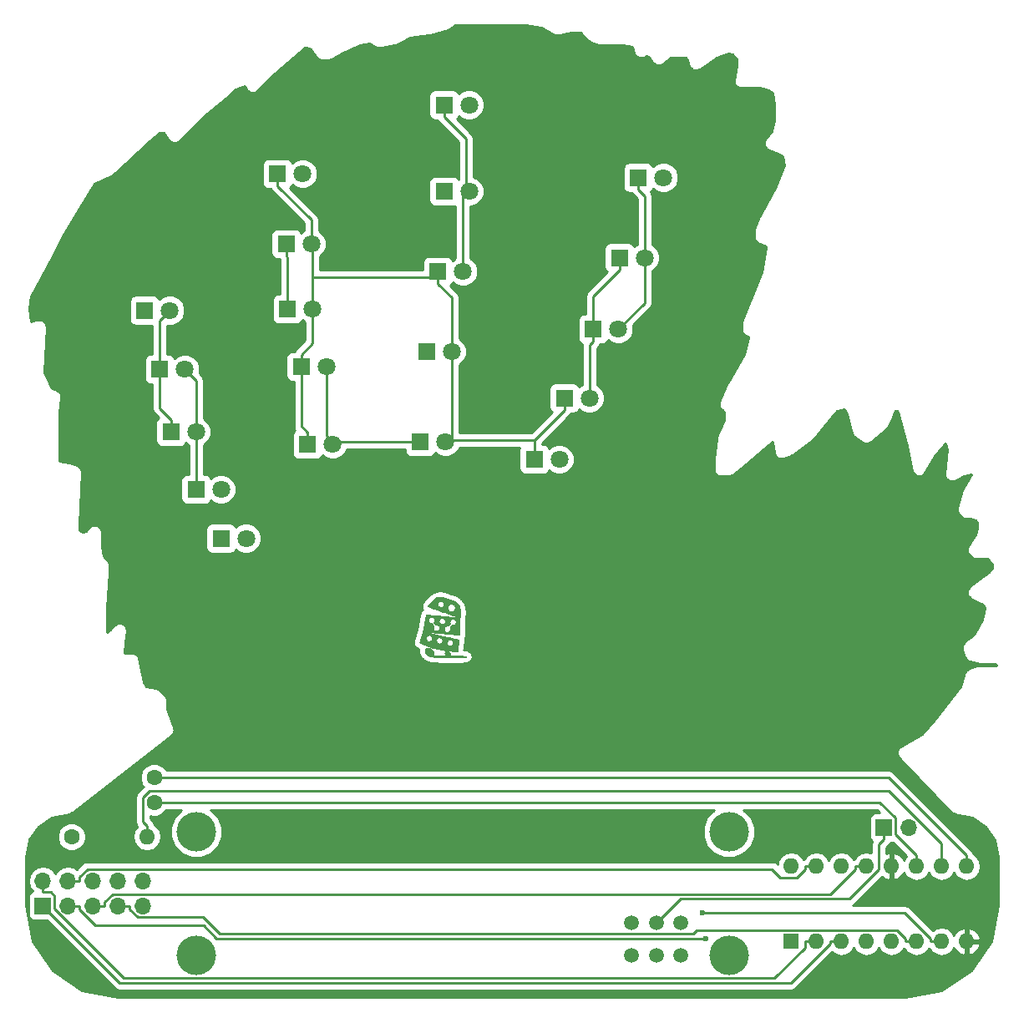
<source format=gbr>
G04 #@! TF.FileFunction,Copper,L2,Bot,Signal*
%FSLAX46Y46*%
G04 Gerber Fmt 4.6, Leading zero omitted, Abs format (unit mm)*
G04 Created by KiCad (PCBNEW 4.0.6) date 11/09/17 22:15:05*
%MOMM*%
%LPD*%
G01*
G04 APERTURE LIST*
%ADD10C,0.100000*%
%ADD11C,0.010000*%
%ADD12C,4.000000*%
%ADD13R,1.800000X1.800000*%
%ADD14C,1.800000*%
%ADD15C,1.600000*%
%ADD16O,1.600000X1.600000*%
%ADD17C,1.500000*%
%ADD18R,1.600000X1.600000*%
%ADD19R,1.700000X1.700000*%
%ADD20O,1.700000X1.700000*%
%ADD21C,0.600000*%
%ADD22C,0.250000*%
%ADD23C,0.254000*%
G04 APERTURE END LIST*
D10*
D11*
G36*
X141377060Y-113842017D02*
X141324758Y-113863739D01*
X141279313Y-113896916D01*
X141224529Y-113960341D01*
X141190586Y-114033592D01*
X141176207Y-114114007D01*
X141180117Y-114198922D01*
X141201038Y-114285673D01*
X141237695Y-114371597D01*
X141288811Y-114454031D01*
X141353110Y-114530311D01*
X141429317Y-114597774D01*
X141516154Y-114653756D01*
X141612345Y-114695594D01*
X141669809Y-114711850D01*
X141747464Y-114726981D01*
X141847972Y-114742190D01*
X141968787Y-114757226D01*
X142107364Y-114771840D01*
X142261158Y-114785781D01*
X142427624Y-114798799D01*
X142604216Y-114810644D01*
X142773400Y-114820289D01*
X142836862Y-114822801D01*
X142922709Y-114824981D01*
X143027927Y-114826827D01*
X143149504Y-114828342D01*
X143284427Y-114829527D01*
X143429684Y-114830382D01*
X143582260Y-114830908D01*
X143739144Y-114831107D01*
X143897322Y-114830981D01*
X144053781Y-114830528D01*
X144205508Y-114829752D01*
X144349491Y-114828653D01*
X144482717Y-114827231D01*
X144602171Y-114825489D01*
X144704843Y-114823426D01*
X144787718Y-114821045D01*
X144824450Y-114819568D01*
X144971542Y-114811593D01*
X145094026Y-114802375D01*
X145192669Y-114791790D01*
X145268239Y-114779716D01*
X145321503Y-114766028D01*
X145353229Y-114750603D01*
X145364183Y-114733317D01*
X145364200Y-114732561D01*
X145354272Y-114708802D01*
X145343359Y-114701119D01*
X145316313Y-114694007D01*
X145274033Y-114687868D01*
X145215282Y-114682660D01*
X145138825Y-114678339D01*
X145043426Y-114674863D01*
X144927851Y-114672189D01*
X144790864Y-114670274D01*
X144631229Y-114669075D01*
X144447710Y-114668549D01*
X144403661Y-114668520D01*
X143716171Y-114668300D01*
X143734811Y-114614325D01*
X143747008Y-114550183D01*
X143739360Y-114481662D01*
X143711274Y-114404194D01*
X143705953Y-114392943D01*
X143662594Y-114324952D01*
X143606731Y-114269475D01*
X143542319Y-114227574D01*
X143473315Y-114200314D01*
X143403675Y-114188756D01*
X143337356Y-114193965D01*
X143278315Y-114217003D01*
X143230508Y-114258934D01*
X143226555Y-114264128D01*
X143201272Y-114318866D01*
X143193977Y-114384959D01*
X143203753Y-114456801D01*
X143229682Y-114528785D01*
X143270848Y-114595303D01*
X143283165Y-114610140D01*
X143334359Y-114668300D01*
X142998793Y-114668300D01*
X142884446Y-114667925D01*
X142753968Y-114666876D01*
X142616616Y-114665269D01*
X142481645Y-114663216D01*
X142358313Y-114660833D01*
X142317974Y-114659902D01*
X141972720Y-114651504D01*
X141996925Y-114624977D01*
X142032491Y-114578468D01*
X142054678Y-114528386D01*
X142065837Y-114467380D01*
X142068407Y-114401600D01*
X142067293Y-114345208D01*
X142062452Y-114302813D01*
X142051439Y-114263742D01*
X142031807Y-114217325D01*
X142020804Y-114193915D01*
X141960882Y-114093635D01*
X141883084Y-114002992D01*
X141792851Y-113927523D01*
X141712950Y-113880631D01*
X141655747Y-113856022D01*
X141604386Y-113841650D01*
X141545625Y-113834204D01*
X141520864Y-113832623D01*
X141440252Y-113832224D01*
X141377060Y-113842017D01*
X141377060Y-113842017D01*
G37*
X141377060Y-113842017D02*
X141324758Y-113863739D01*
X141279313Y-113896916D01*
X141224529Y-113960341D01*
X141190586Y-114033592D01*
X141176207Y-114114007D01*
X141180117Y-114198922D01*
X141201038Y-114285673D01*
X141237695Y-114371597D01*
X141288811Y-114454031D01*
X141353110Y-114530311D01*
X141429317Y-114597774D01*
X141516154Y-114653756D01*
X141612345Y-114695594D01*
X141669809Y-114711850D01*
X141747464Y-114726981D01*
X141847972Y-114742190D01*
X141968787Y-114757226D01*
X142107364Y-114771840D01*
X142261158Y-114785781D01*
X142427624Y-114798799D01*
X142604216Y-114810644D01*
X142773400Y-114820289D01*
X142836862Y-114822801D01*
X142922709Y-114824981D01*
X143027927Y-114826827D01*
X143149504Y-114828342D01*
X143284427Y-114829527D01*
X143429684Y-114830382D01*
X143582260Y-114830908D01*
X143739144Y-114831107D01*
X143897322Y-114830981D01*
X144053781Y-114830528D01*
X144205508Y-114829752D01*
X144349491Y-114828653D01*
X144482717Y-114827231D01*
X144602171Y-114825489D01*
X144704843Y-114823426D01*
X144787718Y-114821045D01*
X144824450Y-114819568D01*
X144971542Y-114811593D01*
X145094026Y-114802375D01*
X145192669Y-114791790D01*
X145268239Y-114779716D01*
X145321503Y-114766028D01*
X145353229Y-114750603D01*
X145364183Y-114733317D01*
X145364200Y-114732561D01*
X145354272Y-114708802D01*
X145343359Y-114701119D01*
X145316313Y-114694007D01*
X145274033Y-114687868D01*
X145215282Y-114682660D01*
X145138825Y-114678339D01*
X145043426Y-114674863D01*
X144927851Y-114672189D01*
X144790864Y-114670274D01*
X144631229Y-114669075D01*
X144447710Y-114668549D01*
X144403661Y-114668520D01*
X143716171Y-114668300D01*
X143734811Y-114614325D01*
X143747008Y-114550183D01*
X143739360Y-114481662D01*
X143711274Y-114404194D01*
X143705953Y-114392943D01*
X143662594Y-114324952D01*
X143606731Y-114269475D01*
X143542319Y-114227574D01*
X143473315Y-114200314D01*
X143403675Y-114188756D01*
X143337356Y-114193965D01*
X143278315Y-114217003D01*
X143230508Y-114258934D01*
X143226555Y-114264128D01*
X143201272Y-114318866D01*
X143193977Y-114384959D01*
X143203753Y-114456801D01*
X143229682Y-114528785D01*
X143270848Y-114595303D01*
X143283165Y-114610140D01*
X143334359Y-114668300D01*
X142998793Y-114668300D01*
X142884446Y-114667925D01*
X142753968Y-114666876D01*
X142616616Y-114665269D01*
X142481645Y-114663216D01*
X142358313Y-114660833D01*
X142317974Y-114659902D01*
X141972720Y-114651504D01*
X141996925Y-114624977D01*
X142032491Y-114578468D01*
X142054678Y-114528386D01*
X142065837Y-114467380D01*
X142068407Y-114401600D01*
X142067293Y-114345208D01*
X142062452Y-114302813D01*
X142051439Y-114263742D01*
X142031807Y-114217325D01*
X142020804Y-114193915D01*
X141960882Y-114093635D01*
X141883084Y-114002992D01*
X141792851Y-113927523D01*
X141712950Y-113880631D01*
X141655747Y-113856022D01*
X141604386Y-113841650D01*
X141545625Y-113834204D01*
X141520864Y-113832623D01*
X141440252Y-113832224D01*
X141377060Y-113842017D01*
G36*
X140971839Y-112229110D02*
X140959113Y-112262066D01*
X140940750Y-112313339D01*
X140917713Y-112379966D01*
X140890965Y-112458982D01*
X140861468Y-112547421D01*
X140830186Y-112642320D01*
X140798080Y-112740711D01*
X140766113Y-112839632D01*
X140735248Y-112936116D01*
X140706447Y-113027200D01*
X140680674Y-113109918D01*
X140658891Y-113181304D01*
X140642060Y-113238395D01*
X140631144Y-113278225D01*
X140627105Y-113297830D01*
X140627101Y-113298117D01*
X140638606Y-113311461D01*
X140671449Y-113332471D01*
X140723114Y-113360075D01*
X140791090Y-113393199D01*
X140872862Y-113430771D01*
X140965918Y-113471719D01*
X141067745Y-113514969D01*
X141175828Y-113559451D01*
X141287656Y-113604090D01*
X141400715Y-113647814D01*
X141512492Y-113689552D01*
X141620473Y-113728230D01*
X141693900Y-113753394D01*
X142094177Y-113876773D01*
X142493429Y-113977740D01*
X142895202Y-114056905D01*
X143303043Y-114114879D01*
X143720502Y-114152272D01*
X144109358Y-114168875D01*
X144473765Y-114176792D01*
X144480478Y-114146321D01*
X144484442Y-114123252D01*
X144490927Y-114079454D01*
X144499536Y-114018024D01*
X144509872Y-113942055D01*
X144521539Y-113854642D01*
X144534140Y-113758880D01*
X144547279Y-113657862D01*
X144560558Y-113554685D01*
X144573582Y-113452441D01*
X144585954Y-113354227D01*
X144589145Y-113328554D01*
X144027934Y-113328554D01*
X144020796Y-113410268D01*
X143992145Y-113488322D01*
X143944227Y-113555481D01*
X143879897Y-113606583D01*
X143803752Y-113638603D01*
X143721572Y-113650779D01*
X143639135Y-113642349D01*
X143562220Y-113612551D01*
X143552935Y-113607072D01*
X143496730Y-113560405D01*
X143448736Y-113498268D01*
X143414979Y-113429568D01*
X143403667Y-113386499D01*
X143402454Y-113303998D01*
X143423522Y-113226248D01*
X143463782Y-113156788D01*
X143519464Y-113099850D01*
X142950643Y-113099850D01*
X142938825Y-113188249D01*
X142904761Y-113266925D01*
X142850529Y-113332614D01*
X142778211Y-113382056D01*
X142767332Y-113387237D01*
X142707837Y-113404385D01*
X142637552Y-113410144D01*
X142568368Y-113404316D01*
X142522168Y-113391329D01*
X142466425Y-113358344D01*
X142412133Y-113309733D01*
X142368192Y-113254156D01*
X142353065Y-113226850D01*
X142336255Y-113172007D01*
X142329242Y-113106187D01*
X142329179Y-113100684D01*
X142340027Y-113016674D01*
X142370825Y-112943361D01*
X142417970Y-112882360D01*
X142428933Y-112873742D01*
X141904593Y-112873742D01*
X141892835Y-112951266D01*
X141860436Y-113024019D01*
X141808119Y-113088415D01*
X141736606Y-113140868D01*
X141706600Y-113156002D01*
X141626128Y-113178946D01*
X141542519Y-113176894D01*
X141489994Y-113163100D01*
X141409790Y-113122714D01*
X141346190Y-113063386D01*
X141316359Y-113020044D01*
X141296264Y-112981055D01*
X141285511Y-112943928D01*
X141281475Y-112897571D01*
X141281150Y-112871250D01*
X141287250Y-112793240D01*
X141307649Y-112729903D01*
X141345501Y-112673087D01*
X141366792Y-112649789D01*
X141437213Y-112594101D01*
X141514605Y-112561530D01*
X141595390Y-112552089D01*
X141675994Y-112565789D01*
X141752841Y-112602641D01*
X141808805Y-112648395D01*
X141863300Y-112718721D01*
X141894988Y-112795032D01*
X141904593Y-112873742D01*
X142428933Y-112873742D01*
X142477858Y-112835285D01*
X142546885Y-112803748D01*
X142621448Y-112789364D01*
X142697944Y-112793746D01*
X142772767Y-112818509D01*
X142842316Y-112865265D01*
X142846497Y-112869039D01*
X142902746Y-112931984D01*
X142936355Y-112999079D01*
X142950022Y-113076299D01*
X142950643Y-113099850D01*
X143519464Y-113099850D01*
X143520144Y-113099155D01*
X143589518Y-113056885D01*
X143668816Y-113033515D01*
X143715059Y-113030000D01*
X143790673Y-113036598D01*
X143853738Y-113058856D01*
X143914109Y-113100462D01*
X143922512Y-113107693D01*
X143978567Y-113172642D01*
X144013783Y-113247804D01*
X144027934Y-113328554D01*
X144589145Y-113328554D01*
X144597277Y-113263135D01*
X144607155Y-113182262D01*
X144615190Y-113114702D01*
X144620987Y-113063548D01*
X144624149Y-113031897D01*
X144624484Y-113022650D01*
X144611724Y-113019354D01*
X144575829Y-113010983D01*
X144518475Y-112997908D01*
X144441337Y-112980497D01*
X144346090Y-112959121D01*
X144234410Y-112934149D01*
X144107971Y-112905952D01*
X143968449Y-112874900D01*
X143817518Y-112841362D01*
X143656855Y-112805708D01*
X143488134Y-112768308D01*
X143313031Y-112729533D01*
X143133220Y-112689751D01*
X142950376Y-112649334D01*
X142766176Y-112608650D01*
X142582294Y-112568070D01*
X142400406Y-112527963D01*
X142222185Y-112488700D01*
X142049309Y-112450651D01*
X141883451Y-112414184D01*
X141726287Y-112379672D01*
X141579493Y-112347482D01*
X141444743Y-112317985D01*
X141323713Y-112291551D01*
X141218077Y-112268551D01*
X141129511Y-112249353D01*
X141059691Y-112234327D01*
X141010290Y-112223844D01*
X140982985Y-112218274D01*
X140977967Y-112217439D01*
X140971839Y-112229110D01*
X140971839Y-112229110D01*
G37*
X140971839Y-112229110D02*
X140959113Y-112262066D01*
X140940750Y-112313339D01*
X140917713Y-112379966D01*
X140890965Y-112458982D01*
X140861468Y-112547421D01*
X140830186Y-112642320D01*
X140798080Y-112740711D01*
X140766113Y-112839632D01*
X140735248Y-112936116D01*
X140706447Y-113027200D01*
X140680674Y-113109918D01*
X140658891Y-113181304D01*
X140642060Y-113238395D01*
X140631144Y-113278225D01*
X140627105Y-113297830D01*
X140627101Y-113298117D01*
X140638606Y-113311461D01*
X140671449Y-113332471D01*
X140723114Y-113360075D01*
X140791090Y-113393199D01*
X140872862Y-113430771D01*
X140965918Y-113471719D01*
X141067745Y-113514969D01*
X141175828Y-113559451D01*
X141287656Y-113604090D01*
X141400715Y-113647814D01*
X141512492Y-113689552D01*
X141620473Y-113728230D01*
X141693900Y-113753394D01*
X142094177Y-113876773D01*
X142493429Y-113977740D01*
X142895202Y-114056905D01*
X143303043Y-114114879D01*
X143720502Y-114152272D01*
X144109358Y-114168875D01*
X144473765Y-114176792D01*
X144480478Y-114146321D01*
X144484442Y-114123252D01*
X144490927Y-114079454D01*
X144499536Y-114018024D01*
X144509872Y-113942055D01*
X144521539Y-113854642D01*
X144534140Y-113758880D01*
X144547279Y-113657862D01*
X144560558Y-113554685D01*
X144573582Y-113452441D01*
X144585954Y-113354227D01*
X144589145Y-113328554D01*
X144027934Y-113328554D01*
X144020796Y-113410268D01*
X143992145Y-113488322D01*
X143944227Y-113555481D01*
X143879897Y-113606583D01*
X143803752Y-113638603D01*
X143721572Y-113650779D01*
X143639135Y-113642349D01*
X143562220Y-113612551D01*
X143552935Y-113607072D01*
X143496730Y-113560405D01*
X143448736Y-113498268D01*
X143414979Y-113429568D01*
X143403667Y-113386499D01*
X143402454Y-113303998D01*
X143423522Y-113226248D01*
X143463782Y-113156788D01*
X143519464Y-113099850D01*
X142950643Y-113099850D01*
X142938825Y-113188249D01*
X142904761Y-113266925D01*
X142850529Y-113332614D01*
X142778211Y-113382056D01*
X142767332Y-113387237D01*
X142707837Y-113404385D01*
X142637552Y-113410144D01*
X142568368Y-113404316D01*
X142522168Y-113391329D01*
X142466425Y-113358344D01*
X142412133Y-113309733D01*
X142368192Y-113254156D01*
X142353065Y-113226850D01*
X142336255Y-113172007D01*
X142329242Y-113106187D01*
X142329179Y-113100684D01*
X142340027Y-113016674D01*
X142370825Y-112943361D01*
X142417970Y-112882360D01*
X142428933Y-112873742D01*
X141904593Y-112873742D01*
X141892835Y-112951266D01*
X141860436Y-113024019D01*
X141808119Y-113088415D01*
X141736606Y-113140868D01*
X141706600Y-113156002D01*
X141626128Y-113178946D01*
X141542519Y-113176894D01*
X141489994Y-113163100D01*
X141409790Y-113122714D01*
X141346190Y-113063386D01*
X141316359Y-113020044D01*
X141296264Y-112981055D01*
X141285511Y-112943928D01*
X141281475Y-112897571D01*
X141281150Y-112871250D01*
X141287250Y-112793240D01*
X141307649Y-112729903D01*
X141345501Y-112673087D01*
X141366792Y-112649789D01*
X141437213Y-112594101D01*
X141514605Y-112561530D01*
X141595390Y-112552089D01*
X141675994Y-112565789D01*
X141752841Y-112602641D01*
X141808805Y-112648395D01*
X141863300Y-112718721D01*
X141894988Y-112795032D01*
X141904593Y-112873742D01*
X142428933Y-112873742D01*
X142477858Y-112835285D01*
X142546885Y-112803748D01*
X142621448Y-112789364D01*
X142697944Y-112793746D01*
X142772767Y-112818509D01*
X142842316Y-112865265D01*
X142846497Y-112869039D01*
X142902746Y-112931984D01*
X142936355Y-112999079D01*
X142950022Y-113076299D01*
X142950643Y-113099850D01*
X143519464Y-113099850D01*
X143520144Y-113099155D01*
X143589518Y-113056885D01*
X143668816Y-113033515D01*
X143715059Y-113030000D01*
X143790673Y-113036598D01*
X143853738Y-113058856D01*
X143914109Y-113100462D01*
X143922512Y-113107693D01*
X143978567Y-113172642D01*
X144013783Y-113247804D01*
X144027934Y-113328554D01*
X144589145Y-113328554D01*
X144597277Y-113263135D01*
X144607155Y-113182262D01*
X144615190Y-113114702D01*
X144620987Y-113063548D01*
X144624149Y-113031897D01*
X144624484Y-113022650D01*
X144611724Y-113019354D01*
X144575829Y-113010983D01*
X144518475Y-112997908D01*
X144441337Y-112980497D01*
X144346090Y-112959121D01*
X144234410Y-112934149D01*
X144107971Y-112905952D01*
X143968449Y-112874900D01*
X143817518Y-112841362D01*
X143656855Y-112805708D01*
X143488134Y-112768308D01*
X143313031Y-112729533D01*
X143133220Y-112689751D01*
X142950376Y-112649334D01*
X142766176Y-112608650D01*
X142582294Y-112568070D01*
X142400406Y-112527963D01*
X142222185Y-112488700D01*
X142049309Y-112450651D01*
X141883451Y-112414184D01*
X141726287Y-112379672D01*
X141579493Y-112347482D01*
X141444743Y-112317985D01*
X141323713Y-112291551D01*
X141218077Y-112268551D01*
X141129511Y-112249353D01*
X141059691Y-112234327D01*
X141010290Y-112223844D01*
X140982985Y-112218274D01*
X140977967Y-112217439D01*
X140971839Y-112229110D01*
G36*
X141290182Y-110495784D02*
X141286946Y-110508871D01*
X141279639Y-110544383D01*
X141268721Y-110599848D01*
X141254649Y-110672792D01*
X141237883Y-110760742D01*
X141218879Y-110861225D01*
X141198096Y-110971766D01*
X141175993Y-111089893D01*
X141153027Y-111213132D01*
X141129657Y-111339010D01*
X141106342Y-111465053D01*
X141083539Y-111588788D01*
X141061707Y-111707741D01*
X141041303Y-111819439D01*
X141022787Y-111921409D01*
X141006615Y-112011177D01*
X140993248Y-112086270D01*
X140983142Y-112144214D01*
X140976756Y-112182537D01*
X140974549Y-112198763D01*
X140974613Y-112199143D01*
X140987234Y-112200355D01*
X141023746Y-112203671D01*
X141082740Y-112208967D01*
X141162804Y-112216118D01*
X141262528Y-112224999D01*
X141380501Y-112235484D01*
X141515313Y-112247448D01*
X141665554Y-112260767D01*
X141829813Y-112275315D01*
X142006679Y-112290967D01*
X142194742Y-112307598D01*
X142392592Y-112325083D01*
X142598818Y-112343296D01*
X142805150Y-112361508D01*
X143018920Y-112380390D01*
X143226161Y-112398734D01*
X143425422Y-112416408D01*
X143615251Y-112433283D01*
X143794198Y-112449229D01*
X143960810Y-112464114D01*
X144113636Y-112477810D01*
X144251224Y-112490185D01*
X144372124Y-112501109D01*
X144474884Y-112510453D01*
X144558052Y-112518085D01*
X144620177Y-112523875D01*
X144659807Y-112527694D01*
X144675225Y-112529365D01*
X144716500Y-112535850D01*
X144716500Y-111217148D01*
X144317796Y-111217148D01*
X144311810Y-111293856D01*
X144286324Y-111367588D01*
X144241348Y-111434508D01*
X144176896Y-111490779D01*
X144144768Y-111509922D01*
X144106415Y-111528827D01*
X144074889Y-111539164D01*
X144040355Y-111542714D01*
X143992977Y-111541260D01*
X143977255Y-111540277D01*
X143879360Y-111533874D01*
X143789930Y-111643762D01*
X143745458Y-111701140D01*
X143718016Y-111742925D01*
X143708153Y-111768244D01*
X143708787Y-111772700D01*
X143716411Y-111795028D01*
X143727324Y-111832493D01*
X143735554Y-111863173D01*
X143745531Y-111907919D01*
X143747214Y-111942494D01*
X143740374Y-111980291D01*
X143733110Y-112006573D01*
X143697034Y-112086665D01*
X143640603Y-112154692D01*
X143567706Y-112206167D01*
X143554450Y-112212718D01*
X143474875Y-112237949D01*
X143394355Y-112238708D01*
X143330577Y-112223195D01*
X143253411Y-112185110D01*
X143193251Y-112131745D01*
X143150427Y-112066981D01*
X143125269Y-111994698D01*
X143118107Y-111918775D01*
X143129270Y-111843093D01*
X143137434Y-111823500D01*
X142645843Y-111823500D01*
X142634606Y-111908544D01*
X142603211Y-111983688D01*
X142555130Y-112046651D01*
X142493834Y-112095155D01*
X142422794Y-112126923D01*
X142345484Y-112139675D01*
X142265374Y-112131134D01*
X142208250Y-112110681D01*
X142133204Y-112062888D01*
X142075998Y-112001156D01*
X142038004Y-111929313D01*
X142020593Y-111851188D01*
X142025138Y-111770611D01*
X142053009Y-111691412D01*
X142056032Y-111685717D01*
X142090504Y-111622381D01*
X142003327Y-111482507D01*
X141916150Y-111342634D01*
X141870128Y-111349484D01*
X141809835Y-111348482D01*
X141742343Y-111331725D01*
X141677302Y-111302465D01*
X141628956Y-111268233D01*
X141572525Y-111206341D01*
X141538572Y-111140499D01*
X141524275Y-111064503D01*
X141523390Y-111036100D01*
X141534589Y-110947022D01*
X141568003Y-110870167D01*
X141623359Y-110805948D01*
X141700383Y-110754781D01*
X141712950Y-110748650D01*
X141794495Y-110723487D01*
X141876697Y-110722779D01*
X141956274Y-110745888D01*
X142029943Y-110792176D01*
X142055111Y-110815115D01*
X142109087Y-110885529D01*
X142140267Y-110963901D01*
X142148112Y-111046511D01*
X142132084Y-111129639D01*
X142108314Y-111182715D01*
X142077294Y-111238217D01*
X142164318Y-111375283D01*
X142251342Y-111512350D01*
X142325046Y-111513174D01*
X142413306Y-111525443D01*
X142491669Y-111558236D01*
X142557108Y-111608624D01*
X142606594Y-111673676D01*
X142637099Y-111750464D01*
X142645843Y-111823500D01*
X143137434Y-111823500D01*
X143159089Y-111771531D01*
X143207893Y-111707970D01*
X143276011Y-111656288D01*
X143282092Y-111652899D01*
X143353597Y-111625527D01*
X143431645Y-111614663D01*
X143505374Y-111621688D01*
X143512712Y-111623600D01*
X143528602Y-111626317D01*
X143543731Y-111622649D01*
X143561810Y-111609577D01*
X143586550Y-111584082D01*
X143621662Y-111543146D01*
X143642701Y-111517835D01*
X143738228Y-111402419D01*
X143716525Y-111362134D01*
X143700430Y-111313064D01*
X143694049Y-111250397D01*
X143697183Y-111183924D01*
X143708005Y-111131350D01*
X143217343Y-111131350D01*
X143205820Y-111219881D01*
X143173045Y-111297240D01*
X143121705Y-111360738D01*
X143054488Y-111407687D01*
X142974083Y-111435399D01*
X142906750Y-111441942D01*
X142840613Y-111436253D01*
X142784222Y-111420799D01*
X142779469Y-111418737D01*
X142705018Y-111371729D01*
X142648200Y-111307950D01*
X142611176Y-111230779D01*
X142596111Y-111143591D01*
X142595879Y-111132184D01*
X142606115Y-111047693D01*
X142638425Y-110973814D01*
X142694204Y-110907533D01*
X142703863Y-110898778D01*
X142777433Y-110849452D01*
X142856946Y-110823661D01*
X142938845Y-110821385D01*
X143019577Y-110842601D01*
X143095587Y-110887287D01*
X143112524Y-110901318D01*
X143169393Y-110963338D01*
X143203345Y-111031283D01*
X143216863Y-111110598D01*
X143217343Y-111131350D01*
X143708005Y-111131350D01*
X143709635Y-111123436D01*
X143721940Y-111093250D01*
X143773080Y-111021802D01*
X143838467Y-110968527D01*
X143913912Y-110934768D01*
X143995228Y-110921865D01*
X144078226Y-110931161D01*
X144146493Y-110957267D01*
X144218630Y-111007522D01*
X144271218Y-111070145D01*
X144304269Y-111141299D01*
X144317796Y-111217148D01*
X144716500Y-111217148D01*
X144716500Y-110795950D01*
X144675225Y-110789186D01*
X144656523Y-110787065D01*
X144614444Y-110782906D01*
X144550920Y-110776886D01*
X144467876Y-110769178D01*
X144367243Y-110759959D01*
X144250948Y-110749404D01*
X144120920Y-110737687D01*
X143979087Y-110724985D01*
X143827377Y-110711472D01*
X143667719Y-110697324D01*
X143554450Y-110687329D01*
X143373361Y-110671369D01*
X143186421Y-110654878D01*
X142997068Y-110638161D01*
X142808740Y-110621521D01*
X142624875Y-110605263D01*
X142448910Y-110589690D01*
X142284284Y-110575108D01*
X142134433Y-110561819D01*
X142002796Y-110550129D01*
X141892810Y-110540340D01*
X141886775Y-110539802D01*
X141767164Y-110529331D01*
X141655359Y-110519911D01*
X141553890Y-110511731D01*
X141465286Y-110504976D01*
X141392078Y-110499834D01*
X141336795Y-110496491D01*
X141301968Y-110495134D01*
X141290182Y-110495784D01*
X141290182Y-110495784D01*
G37*
X141290182Y-110495784D02*
X141286946Y-110508871D01*
X141279639Y-110544383D01*
X141268721Y-110599848D01*
X141254649Y-110672792D01*
X141237883Y-110760742D01*
X141218879Y-110861225D01*
X141198096Y-110971766D01*
X141175993Y-111089893D01*
X141153027Y-111213132D01*
X141129657Y-111339010D01*
X141106342Y-111465053D01*
X141083539Y-111588788D01*
X141061707Y-111707741D01*
X141041303Y-111819439D01*
X141022787Y-111921409D01*
X141006615Y-112011177D01*
X140993248Y-112086270D01*
X140983142Y-112144214D01*
X140976756Y-112182537D01*
X140974549Y-112198763D01*
X140974613Y-112199143D01*
X140987234Y-112200355D01*
X141023746Y-112203671D01*
X141082740Y-112208967D01*
X141162804Y-112216118D01*
X141262528Y-112224999D01*
X141380501Y-112235484D01*
X141515313Y-112247448D01*
X141665554Y-112260767D01*
X141829813Y-112275315D01*
X142006679Y-112290967D01*
X142194742Y-112307598D01*
X142392592Y-112325083D01*
X142598818Y-112343296D01*
X142805150Y-112361508D01*
X143018920Y-112380390D01*
X143226161Y-112398734D01*
X143425422Y-112416408D01*
X143615251Y-112433283D01*
X143794198Y-112449229D01*
X143960810Y-112464114D01*
X144113636Y-112477810D01*
X144251224Y-112490185D01*
X144372124Y-112501109D01*
X144474884Y-112510453D01*
X144558052Y-112518085D01*
X144620177Y-112523875D01*
X144659807Y-112527694D01*
X144675225Y-112529365D01*
X144716500Y-112535850D01*
X144716500Y-111217148D01*
X144317796Y-111217148D01*
X144311810Y-111293856D01*
X144286324Y-111367588D01*
X144241348Y-111434508D01*
X144176896Y-111490779D01*
X144144768Y-111509922D01*
X144106415Y-111528827D01*
X144074889Y-111539164D01*
X144040355Y-111542714D01*
X143992977Y-111541260D01*
X143977255Y-111540277D01*
X143879360Y-111533874D01*
X143789930Y-111643762D01*
X143745458Y-111701140D01*
X143718016Y-111742925D01*
X143708153Y-111768244D01*
X143708787Y-111772700D01*
X143716411Y-111795028D01*
X143727324Y-111832493D01*
X143735554Y-111863173D01*
X143745531Y-111907919D01*
X143747214Y-111942494D01*
X143740374Y-111980291D01*
X143733110Y-112006573D01*
X143697034Y-112086665D01*
X143640603Y-112154692D01*
X143567706Y-112206167D01*
X143554450Y-112212718D01*
X143474875Y-112237949D01*
X143394355Y-112238708D01*
X143330577Y-112223195D01*
X143253411Y-112185110D01*
X143193251Y-112131745D01*
X143150427Y-112066981D01*
X143125269Y-111994698D01*
X143118107Y-111918775D01*
X143129270Y-111843093D01*
X143137434Y-111823500D01*
X142645843Y-111823500D01*
X142634606Y-111908544D01*
X142603211Y-111983688D01*
X142555130Y-112046651D01*
X142493834Y-112095155D01*
X142422794Y-112126923D01*
X142345484Y-112139675D01*
X142265374Y-112131134D01*
X142208250Y-112110681D01*
X142133204Y-112062888D01*
X142075998Y-112001156D01*
X142038004Y-111929313D01*
X142020593Y-111851188D01*
X142025138Y-111770611D01*
X142053009Y-111691412D01*
X142056032Y-111685717D01*
X142090504Y-111622381D01*
X142003327Y-111482507D01*
X141916150Y-111342634D01*
X141870128Y-111349484D01*
X141809835Y-111348482D01*
X141742343Y-111331725D01*
X141677302Y-111302465D01*
X141628956Y-111268233D01*
X141572525Y-111206341D01*
X141538572Y-111140499D01*
X141524275Y-111064503D01*
X141523390Y-111036100D01*
X141534589Y-110947022D01*
X141568003Y-110870167D01*
X141623359Y-110805948D01*
X141700383Y-110754781D01*
X141712950Y-110748650D01*
X141794495Y-110723487D01*
X141876697Y-110722779D01*
X141956274Y-110745888D01*
X142029943Y-110792176D01*
X142055111Y-110815115D01*
X142109087Y-110885529D01*
X142140267Y-110963901D01*
X142148112Y-111046511D01*
X142132084Y-111129639D01*
X142108314Y-111182715D01*
X142077294Y-111238217D01*
X142164318Y-111375283D01*
X142251342Y-111512350D01*
X142325046Y-111513174D01*
X142413306Y-111525443D01*
X142491669Y-111558236D01*
X142557108Y-111608624D01*
X142606594Y-111673676D01*
X142637099Y-111750464D01*
X142645843Y-111823500D01*
X143137434Y-111823500D01*
X143159089Y-111771531D01*
X143207893Y-111707970D01*
X143276011Y-111656288D01*
X143282092Y-111652899D01*
X143353597Y-111625527D01*
X143431645Y-111614663D01*
X143505374Y-111621688D01*
X143512712Y-111623600D01*
X143528602Y-111626317D01*
X143543731Y-111622649D01*
X143561810Y-111609577D01*
X143586550Y-111584082D01*
X143621662Y-111543146D01*
X143642701Y-111517835D01*
X143738228Y-111402419D01*
X143716525Y-111362134D01*
X143700430Y-111313064D01*
X143694049Y-111250397D01*
X143697183Y-111183924D01*
X143708005Y-111131350D01*
X143217343Y-111131350D01*
X143205820Y-111219881D01*
X143173045Y-111297240D01*
X143121705Y-111360738D01*
X143054488Y-111407687D01*
X142974083Y-111435399D01*
X142906750Y-111441942D01*
X142840613Y-111436253D01*
X142784222Y-111420799D01*
X142779469Y-111418737D01*
X142705018Y-111371729D01*
X142648200Y-111307950D01*
X142611176Y-111230779D01*
X142596111Y-111143591D01*
X142595879Y-111132184D01*
X142606115Y-111047693D01*
X142638425Y-110973814D01*
X142694204Y-110907533D01*
X142703863Y-110898778D01*
X142777433Y-110849452D01*
X142856946Y-110823661D01*
X142938845Y-110821385D01*
X143019577Y-110842601D01*
X143095587Y-110887287D01*
X143112524Y-110901318D01*
X143169393Y-110963338D01*
X143203345Y-111031283D01*
X143216863Y-111110598D01*
X143217343Y-111131350D01*
X143708005Y-111131350D01*
X143709635Y-111123436D01*
X143721940Y-111093250D01*
X143773080Y-111021802D01*
X143838467Y-110968527D01*
X143913912Y-110934768D01*
X143995228Y-110921865D01*
X144078226Y-110931161D01*
X144146493Y-110957267D01*
X144218630Y-111007522D01*
X144271218Y-111070145D01*
X144304269Y-111141299D01*
X144317796Y-111217148D01*
X144716500Y-111217148D01*
X144716500Y-110795950D01*
X144675225Y-110789186D01*
X144656523Y-110787065D01*
X144614444Y-110782906D01*
X144550920Y-110776886D01*
X144467876Y-110769178D01*
X144367243Y-110759959D01*
X144250948Y-110749404D01*
X144120920Y-110737687D01*
X143979087Y-110724985D01*
X143827377Y-110711472D01*
X143667719Y-110697324D01*
X143554450Y-110687329D01*
X143373361Y-110671369D01*
X143186421Y-110654878D01*
X142997068Y-110638161D01*
X142808740Y-110621521D01*
X142624875Y-110605263D01*
X142448910Y-110589690D01*
X142284284Y-110575108D01*
X142134433Y-110561819D01*
X142002796Y-110550129D01*
X141892810Y-110540340D01*
X141886775Y-110539802D01*
X141767164Y-110529331D01*
X141655359Y-110519911D01*
X141553890Y-110511731D01*
X141465286Y-110504976D01*
X141392078Y-110499834D01*
X141336795Y-110496491D01*
X141301968Y-110495134D01*
X141290182Y-110495784D01*
G36*
X142614968Y-108692278D02*
X142536881Y-108702414D01*
X142519400Y-108706060D01*
X142375284Y-108749754D01*
X142237132Y-108813401D01*
X142102662Y-108898401D01*
X141969592Y-109006154D01*
X141864200Y-109108034D01*
X141708295Y-109285096D01*
X141575123Y-109470859D01*
X141501725Y-109594077D01*
X141466985Y-109657004D01*
X142085268Y-109870616D01*
X142200437Y-109910405D01*
X142336046Y-109957255D01*
X142488525Y-110009931D01*
X142654306Y-110067201D01*
X142829819Y-110127833D01*
X143011495Y-110190593D01*
X143195766Y-110254249D01*
X143379063Y-110317567D01*
X143557817Y-110379315D01*
X143700500Y-110428602D01*
X143853298Y-110481387D01*
X143999291Y-110531830D01*
X144136681Y-110579309D01*
X144263670Y-110623202D01*
X144378463Y-110662889D01*
X144479261Y-110697747D01*
X144564267Y-110727155D01*
X144631684Y-110750492D01*
X144679714Y-110767136D01*
X144706561Y-110776465D01*
X144711699Y-110778273D01*
X144720487Y-110768719D01*
X144730921Y-110734960D01*
X144742700Y-110678113D01*
X144749229Y-110639959D01*
X144760931Y-110546897D01*
X144768752Y-110440319D01*
X144772678Y-110326797D01*
X144772694Y-110212905D01*
X144768785Y-110105214D01*
X144760934Y-110010298D01*
X144750842Y-109942997D01*
X144704954Y-109766639D01*
X144700431Y-109755395D01*
X144220415Y-109755395D01*
X144218508Y-109802383D01*
X144207346Y-109888584D01*
X144185837Y-109951679D01*
X144151752Y-110001572D01*
X144102856Y-110053162D01*
X144047198Y-110099224D01*
X143992831Y-110132538D01*
X143976413Y-110139552D01*
X143915977Y-110153093D01*
X143843730Y-110156431D01*
X143769905Y-110150111D01*
X143704738Y-110134676D01*
X143678613Y-110123717D01*
X143600047Y-110070309D01*
X143539489Y-110002528D01*
X143497566Y-109924233D01*
X143474903Y-109839282D01*
X143472126Y-109751531D01*
X143489860Y-109664839D01*
X143528731Y-109583062D01*
X143580473Y-109518674D01*
X143655198Y-109460264D01*
X143732232Y-109426244D01*
X143111491Y-109426244D01*
X143095125Y-109509716D01*
X143077210Y-109551828D01*
X143047463Y-109595273D01*
X143004297Y-109640447D01*
X142955714Y-109680206D01*
X142909720Y-109707409D01*
X142897669Y-109712039D01*
X142831159Y-109724287D01*
X142758496Y-109723490D01*
X142694000Y-109709880D01*
X142617860Y-109670139D01*
X142556565Y-109612902D01*
X142512374Y-109542493D01*
X142487549Y-109463239D01*
X142484353Y-109379464D01*
X142494105Y-109327576D01*
X142516187Y-109276962D01*
X142552486Y-109223468D01*
X142565591Y-109208047D01*
X142634520Y-109148033D01*
X142710449Y-109111172D01*
X142790100Y-109097567D01*
X142870193Y-109107321D01*
X142947447Y-109140535D01*
X143015305Y-109193995D01*
X143071111Y-109265667D01*
X143103330Y-109343989D01*
X143111491Y-109426244D01*
X143732232Y-109426244D01*
X143737638Y-109423857D01*
X143824122Y-109408748D01*
X143910983Y-109414233D01*
X143994552Y-109439608D01*
X144071160Y-109484167D01*
X144137137Y-109547208D01*
X144188816Y-109628026D01*
X144192657Y-109636185D01*
X144209487Y-109677131D01*
X144218192Y-109713349D01*
X144220415Y-109755395D01*
X144700431Y-109755395D01*
X144640841Y-109607271D01*
X144558829Y-109465321D01*
X144459243Y-109341216D01*
X144342409Y-109235383D01*
X144208653Y-109148248D01*
X144108159Y-109099879D01*
X144068248Y-109084064D01*
X144009034Y-109061925D01*
X143933758Y-109034577D01*
X143845662Y-109003134D01*
X143747987Y-108968710D01*
X143643974Y-108932420D01*
X143536863Y-108895379D01*
X143429898Y-108858701D01*
X143326317Y-108823501D01*
X143229364Y-108790893D01*
X143142278Y-108761992D01*
X143068302Y-108737913D01*
X143010676Y-108719769D01*
X142972642Y-108708676D01*
X142964828Y-108706726D01*
X142890294Y-108694893D01*
X142800953Y-108688531D01*
X142706085Y-108687654D01*
X142614968Y-108692278D01*
X142614968Y-108692278D01*
G37*
X142614968Y-108692278D02*
X142536881Y-108702414D01*
X142519400Y-108706060D01*
X142375284Y-108749754D01*
X142237132Y-108813401D01*
X142102662Y-108898401D01*
X141969592Y-109006154D01*
X141864200Y-109108034D01*
X141708295Y-109285096D01*
X141575123Y-109470859D01*
X141501725Y-109594077D01*
X141466985Y-109657004D01*
X142085268Y-109870616D01*
X142200437Y-109910405D01*
X142336046Y-109957255D01*
X142488525Y-110009931D01*
X142654306Y-110067201D01*
X142829819Y-110127833D01*
X143011495Y-110190593D01*
X143195766Y-110254249D01*
X143379063Y-110317567D01*
X143557817Y-110379315D01*
X143700500Y-110428602D01*
X143853298Y-110481387D01*
X143999291Y-110531830D01*
X144136681Y-110579309D01*
X144263670Y-110623202D01*
X144378463Y-110662889D01*
X144479261Y-110697747D01*
X144564267Y-110727155D01*
X144631684Y-110750492D01*
X144679714Y-110767136D01*
X144706561Y-110776465D01*
X144711699Y-110778273D01*
X144720487Y-110768719D01*
X144730921Y-110734960D01*
X144742700Y-110678113D01*
X144749229Y-110639959D01*
X144760931Y-110546897D01*
X144768752Y-110440319D01*
X144772678Y-110326797D01*
X144772694Y-110212905D01*
X144768785Y-110105214D01*
X144760934Y-110010298D01*
X144750842Y-109942997D01*
X144704954Y-109766639D01*
X144700431Y-109755395D01*
X144220415Y-109755395D01*
X144218508Y-109802383D01*
X144207346Y-109888584D01*
X144185837Y-109951679D01*
X144151752Y-110001572D01*
X144102856Y-110053162D01*
X144047198Y-110099224D01*
X143992831Y-110132538D01*
X143976413Y-110139552D01*
X143915977Y-110153093D01*
X143843730Y-110156431D01*
X143769905Y-110150111D01*
X143704738Y-110134676D01*
X143678613Y-110123717D01*
X143600047Y-110070309D01*
X143539489Y-110002528D01*
X143497566Y-109924233D01*
X143474903Y-109839282D01*
X143472126Y-109751531D01*
X143489860Y-109664839D01*
X143528731Y-109583062D01*
X143580473Y-109518674D01*
X143655198Y-109460264D01*
X143732232Y-109426244D01*
X143111491Y-109426244D01*
X143095125Y-109509716D01*
X143077210Y-109551828D01*
X143047463Y-109595273D01*
X143004297Y-109640447D01*
X142955714Y-109680206D01*
X142909720Y-109707409D01*
X142897669Y-109712039D01*
X142831159Y-109724287D01*
X142758496Y-109723490D01*
X142694000Y-109709880D01*
X142617860Y-109670139D01*
X142556565Y-109612902D01*
X142512374Y-109542493D01*
X142487549Y-109463239D01*
X142484353Y-109379464D01*
X142494105Y-109327576D01*
X142516187Y-109276962D01*
X142552486Y-109223468D01*
X142565591Y-109208047D01*
X142634520Y-109148033D01*
X142710449Y-109111172D01*
X142790100Y-109097567D01*
X142870193Y-109107321D01*
X142947447Y-109140535D01*
X143015305Y-109193995D01*
X143071111Y-109265667D01*
X143103330Y-109343989D01*
X143111491Y-109426244D01*
X143732232Y-109426244D01*
X143737638Y-109423857D01*
X143824122Y-109408748D01*
X143910983Y-109414233D01*
X143994552Y-109439608D01*
X144071160Y-109484167D01*
X144137137Y-109547208D01*
X144188816Y-109628026D01*
X144192657Y-109636185D01*
X144209487Y-109677131D01*
X144218192Y-109713349D01*
X144220415Y-109755395D01*
X144700431Y-109755395D01*
X144640841Y-109607271D01*
X144558829Y-109465321D01*
X144459243Y-109341216D01*
X144342409Y-109235383D01*
X144208653Y-109148248D01*
X144108159Y-109099879D01*
X144068248Y-109084064D01*
X144009034Y-109061925D01*
X143933758Y-109034577D01*
X143845662Y-109003134D01*
X143747987Y-108968710D01*
X143643974Y-108932420D01*
X143536863Y-108895379D01*
X143429898Y-108858701D01*
X143326317Y-108823501D01*
X143229364Y-108790893D01*
X143142278Y-108761992D01*
X143068302Y-108737913D01*
X143010676Y-108719769D01*
X142972642Y-108708676D01*
X142964828Y-108706726D01*
X142890294Y-108694893D01*
X142800953Y-108688531D01*
X142706085Y-108687654D01*
X142614968Y-108692278D01*
D12*
X172000000Y-145000000D03*
X118000000Y-132500000D03*
X172000000Y-132500000D03*
D13*
X112776000Y-79629000D03*
D14*
X115316000Y-79629000D03*
D13*
X115443000Y-91948000D03*
D14*
X117983000Y-91948000D03*
D13*
X120523000Y-102743000D03*
D14*
X123063000Y-102743000D03*
D13*
X114300000Y-85598000D03*
D14*
X116840000Y-85598000D03*
D13*
X117983000Y-97790000D03*
D14*
X120523000Y-97790000D03*
D13*
X126238000Y-65786000D03*
D14*
X128778000Y-65786000D03*
D13*
X127254000Y-79502000D03*
D14*
X129794000Y-79502000D03*
D13*
X129286000Y-93218000D03*
D14*
X131826000Y-93218000D03*
D13*
X127127000Y-72898000D03*
D14*
X129667000Y-72898000D03*
D13*
X128651000Y-85344000D03*
D14*
X131191000Y-85344000D03*
D13*
X143129000Y-58801000D03*
D14*
X145669000Y-58801000D03*
D13*
X142494000Y-75692000D03*
D14*
X145034000Y-75692000D03*
D13*
X140716000Y-92964000D03*
D14*
X143256000Y-92964000D03*
D13*
X143129000Y-67564000D03*
D14*
X145669000Y-67564000D03*
D13*
X141351000Y-83820000D03*
D14*
X143891000Y-83820000D03*
D13*
X162814000Y-66167000D03*
D14*
X165354000Y-66167000D03*
D13*
X158242000Y-81534000D03*
D14*
X160782000Y-81534000D03*
D13*
X152273000Y-94742000D03*
D14*
X154813000Y-94742000D03*
D13*
X160909000Y-74295000D03*
D14*
X163449000Y-74295000D03*
D13*
X155321000Y-88519000D03*
D14*
X157861000Y-88519000D03*
D15*
X105380000Y-133000000D03*
D16*
X113000000Y-133000000D03*
D17*
X164632000Y-145032000D03*
X162132000Y-145032000D03*
X167132000Y-145032000D03*
X167132000Y-141732000D03*
X164632000Y-141732000D03*
X162132000Y-141732000D03*
D18*
X178300000Y-143620000D03*
D16*
X196080000Y-136000000D03*
X180840000Y-143620000D03*
X193540000Y-136000000D03*
X183380000Y-143620000D03*
X191000000Y-136000000D03*
X185920000Y-143620000D03*
X188460000Y-136000000D03*
X188460000Y-143620000D03*
X185920000Y-136000000D03*
X191000000Y-143620000D03*
X183380000Y-136000000D03*
X193540000Y-143620000D03*
X180840000Y-136000000D03*
X196080000Y-143620000D03*
X178300000Y-136000000D03*
D19*
X187706000Y-132080000D03*
D20*
X190246000Y-132080000D03*
D15*
X113750000Y-129500000D03*
X113750000Y-127000000D03*
D12*
X118000000Y-145000000D03*
D19*
X102460000Y-140000000D03*
D20*
X102460000Y-137460000D03*
X105000000Y-140000000D03*
X105000000Y-137460000D03*
X107540000Y-140000000D03*
X107540000Y-137460000D03*
X110080000Y-140000000D03*
X110080000Y-137460000D03*
X112620000Y-140000000D03*
X112620000Y-137460000D03*
D21*
X169644700Y-143316800D03*
X169336800Y-140697300D03*
D22*
X188881400Y-132756100D02*
X191000000Y-134874700D01*
X188881400Y-131084600D02*
X188881400Y-132756100D01*
X187296800Y-129500000D02*
X188881400Y-131084600D01*
X113750000Y-129500000D02*
X187296800Y-129500000D01*
X191000000Y-136000000D02*
X191000000Y-134874700D01*
X188205300Y-127000000D02*
X196080000Y-134874700D01*
X113750000Y-127000000D02*
X188205300Y-127000000D01*
X196080000Y-136000000D02*
X196080000Y-134874700D01*
X183380000Y-143620000D02*
X182254700Y-143620000D01*
X110260200Y-147800200D02*
X102460000Y-140000000D01*
X178302600Y-147800200D02*
X110260200Y-147800200D01*
X182254700Y-143848100D02*
X178302600Y-147800200D01*
X182254700Y-143620000D02*
X182254700Y-143848100D01*
X102460000Y-137460000D02*
X102460000Y-138635300D01*
X180840000Y-143620000D02*
X179714700Y-143620000D01*
X103268100Y-138635300D02*
X102460000Y-138635300D01*
X103635300Y-139002500D02*
X103268100Y-138635300D01*
X103635300Y-140306600D02*
X103635300Y-139002500D01*
X110678600Y-147349900D02*
X103635300Y-140306600D01*
X176635100Y-147349900D02*
X110678600Y-147349900D01*
X179714700Y-144270300D02*
X176635100Y-147349900D01*
X179714700Y-143620000D02*
X179714700Y-144270300D01*
X120072600Y-143316800D02*
X169644700Y-143316800D01*
X118746600Y-141990800D02*
X120072600Y-143316800D01*
X107798800Y-141990800D02*
X118746600Y-141990800D01*
X106175300Y-140367300D02*
X107798800Y-141990800D01*
X106175300Y-140000000D02*
X106175300Y-140367300D01*
X105000000Y-140000000D02*
X106175300Y-140000000D01*
X179714700Y-136281400D02*
X179714700Y-136000000D01*
X178870800Y-137125300D02*
X179714700Y-136281400D01*
X177198700Y-137125300D02*
X178870800Y-137125300D01*
X176357300Y-136283900D02*
X177198700Y-137125300D01*
X106984100Y-136283900D02*
X176357300Y-136283900D01*
X106175300Y-137092700D02*
X106984100Y-136283900D01*
X106175300Y-137460000D02*
X106175300Y-137092700D01*
X105000000Y-137460000D02*
X106175300Y-137460000D01*
X180840000Y-136000000D02*
X179714700Y-136000000D01*
X184794700Y-136281300D02*
X184794700Y-136000000D01*
X182251300Y-138824700D02*
X184794700Y-136281300D01*
X109523200Y-138824700D02*
X182251300Y-138824700D01*
X108715300Y-139632600D02*
X109523200Y-138824700D01*
X108715300Y-140000000D02*
X108715300Y-139632600D01*
X107540000Y-140000000D02*
X108715300Y-140000000D01*
X185920000Y-136000000D02*
X184794700Y-136000000D01*
X189874700Y-143338600D02*
X189874700Y-143620000D01*
X189030800Y-142494700D02*
X189874700Y-143338600D01*
X168691500Y-142494700D02*
X189030800Y-142494700D01*
X168365800Y-142820400D02*
X168691500Y-142494700D01*
X120338400Y-142820400D02*
X168365800Y-142820400D01*
X118693300Y-141175300D02*
X120338400Y-142820400D01*
X112063200Y-141175300D02*
X118693300Y-141175300D01*
X111255300Y-140367400D02*
X112063200Y-141175300D01*
X111255300Y-140000000D02*
X111255300Y-140367400D01*
X110080000Y-140000000D02*
X111255300Y-140000000D01*
X191000000Y-143620000D02*
X189874700Y-143620000D01*
X192414700Y-143338700D02*
X192414700Y-143620000D01*
X189773300Y-140697300D02*
X192414700Y-143338700D01*
X169336800Y-140697300D02*
X189773300Y-140697300D01*
X193540000Y-143620000D02*
X192414700Y-143620000D01*
X112614600Y-131489300D02*
X113000000Y-131874700D01*
X112614600Y-129011600D02*
X112614600Y-131489300D01*
X113288900Y-128337300D02*
X112614600Y-129011600D01*
X188167800Y-128337300D02*
X113288900Y-128337300D01*
X193540000Y-133709500D02*
X188167800Y-128337300D01*
X193540000Y-136000000D02*
X193540000Y-133709500D01*
X113000000Y-133000000D02*
X113000000Y-131874700D01*
X167088900Y-139275100D02*
X164632000Y-141732000D01*
X184243900Y-139275100D02*
X167088900Y-139275100D01*
X187190000Y-136329000D02*
X184243900Y-139275100D01*
X187190000Y-133771300D02*
X187190000Y-136329000D01*
X187706000Y-133255300D02*
X187190000Y-133771300D01*
X187706000Y-132080000D02*
X187706000Y-133255300D01*
X158242000Y-78187300D02*
X158242000Y-81534000D01*
X160909000Y-75520300D02*
X158242000Y-78187300D01*
X160909000Y-74295000D02*
X160909000Y-75520300D01*
X143129000Y-58801000D02*
X143129000Y-60026300D01*
X145669000Y-67564000D02*
X145351500Y-67564000D01*
X145034000Y-67881500D02*
X145351500Y-67564000D01*
X145034000Y-75692000D02*
X145034000Y-67881500D01*
X145351500Y-62248800D02*
X143129000Y-60026300D01*
X145351500Y-67564000D02*
X145351500Y-62248800D01*
X127254000Y-74250300D02*
X127254000Y-79502000D01*
X127127000Y-74123300D02*
X127254000Y-74250300D01*
X127127000Y-72898000D02*
X127127000Y-74123300D01*
X117983000Y-97790000D02*
X117983000Y-91948000D01*
X140716000Y-92964000D02*
X139490700Y-92964000D01*
X131826000Y-92964000D02*
X139490700Y-92964000D01*
X131191000Y-92329000D02*
X131826000Y-92964000D01*
X131191000Y-85344000D02*
X131191000Y-92329000D01*
X131826000Y-92964000D02*
X131826000Y-93218000D01*
X158242000Y-81534000D02*
X158242000Y-82759300D01*
X117983000Y-86741000D02*
X117983000Y-91948000D01*
X116840000Y-85598000D02*
X117983000Y-86741000D01*
X157861000Y-83140300D02*
X157861000Y-88519000D01*
X158242000Y-82759300D02*
X157861000Y-83140300D01*
X155321000Y-88519000D02*
X155321000Y-89744300D01*
X163449000Y-68027300D02*
X162814000Y-67392300D01*
X163449000Y-74295000D02*
X163449000Y-68027300D01*
X162814000Y-66167000D02*
X162814000Y-67392300D01*
X163449000Y-78867000D02*
X163449000Y-74295000D01*
X160782000Y-81534000D02*
X163449000Y-78867000D01*
X128651000Y-91357700D02*
X128651000Y-85344000D01*
X129286000Y-91992700D02*
X128651000Y-91357700D01*
X129286000Y-93218000D02*
X129286000Y-91992700D01*
X155321000Y-89744300D02*
X152273000Y-92792300D01*
X152273000Y-92792300D02*
X152273000Y-94742000D01*
X126238000Y-65786000D02*
X126238000Y-67011300D01*
X129667000Y-70440300D02*
X126238000Y-67011300D01*
X129667000Y-72898000D02*
X129667000Y-70440300D01*
X152273000Y-92792300D02*
X143891000Y-92792300D01*
X143427700Y-92792300D02*
X143256000Y-92964000D01*
X143891000Y-92792300D02*
X143427700Y-92792300D01*
X143891000Y-92792300D02*
X143891000Y-83820000D01*
X143891000Y-78314300D02*
X142494000Y-76917300D01*
X143891000Y-83820000D02*
X143891000Y-78314300D01*
X142494000Y-75692000D02*
X142494000Y-76304600D01*
X142494000Y-76304600D02*
X142494000Y-76917300D01*
X142494000Y-76304600D02*
X129794000Y-76304600D01*
X129794000Y-73025000D02*
X129667000Y-72898000D01*
X129794000Y-76304600D02*
X129794000Y-73025000D01*
X115443000Y-91948000D02*
X115443000Y-90722700D01*
X114300000Y-89579700D02*
X114300000Y-85598000D01*
X115443000Y-90722700D02*
X114300000Y-89579700D01*
X114300000Y-80645000D02*
X115316000Y-79629000D01*
X114300000Y-85598000D02*
X114300000Y-80645000D01*
X129794000Y-76304600D02*
X129794000Y-79502000D01*
X129794000Y-82975700D02*
X128651000Y-84118700D01*
X129794000Y-79502000D02*
X129794000Y-82975700D01*
X128651000Y-85344000D02*
X128651000Y-84118700D01*
D23*
G36*
X152947532Y-50978570D02*
X154368479Y-51689043D01*
X154460254Y-51714176D01*
X154548214Y-51750502D01*
X154592735Y-51750455D01*
X154635669Y-51762213D01*
X154730079Y-51750312D01*
X154825242Y-51750212D01*
X156026302Y-51510000D01*
X156931908Y-51510000D01*
X157739954Y-52318046D01*
X157761167Y-52332220D01*
X157776807Y-52352372D01*
X157875673Y-52408730D01*
X157970295Y-52471954D01*
X157995314Y-52476931D01*
X158017478Y-52489565D01*
X158779479Y-52743565D01*
X158892382Y-52757798D01*
X159004000Y-52780000D01*
X161231237Y-52780000D01*
X162238102Y-52947811D01*
X162379199Y-53512200D01*
X162412417Y-53582517D01*
X162432957Y-53657522D01*
X162471015Y-53706559D01*
X162497529Y-53762685D01*
X162555127Y-53814937D01*
X162602807Y-53876372D01*
X162656733Y-53907112D01*
X162702708Y-53948820D01*
X162775917Y-53975052D01*
X162843478Y-54013565D01*
X162905065Y-54021329D01*
X162963500Y-54042267D01*
X163041176Y-54038487D01*
X163118331Y-54048213D01*
X163178198Y-54031818D01*
X163240200Y-54028801D01*
X163310517Y-53995583D01*
X163385522Y-53975043D01*
X163630478Y-53852565D01*
X163882372Y-53936530D01*
X164255244Y-54495837D01*
X164269360Y-54509982D01*
X164278000Y-54528000D01*
X164366737Y-54607563D01*
X164450928Y-54691930D01*
X164469383Y-54699597D01*
X164484260Y-54712936D01*
X164596677Y-54752481D01*
X164706757Y-54798213D01*
X164726743Y-54798234D01*
X164745591Y-54804864D01*
X164864588Y-54798378D01*
X164983786Y-54798502D01*
X165002258Y-54790873D01*
X165022208Y-54789786D01*
X165129665Y-54738256D01*
X165239837Y-54692756D01*
X165253982Y-54678640D01*
X165272000Y-54670000D01*
X166098667Y-54050000D01*
X167599908Y-54050000D01*
X167781437Y-54231528D01*
X167982435Y-54834522D01*
X168029198Y-54916556D01*
X168065244Y-55003837D01*
X168097215Y-55035875D01*
X168119628Y-55075193D01*
X168194228Y-55133091D01*
X168260928Y-55199930D01*
X168302721Y-55217293D01*
X168338478Y-55245044D01*
X168429555Y-55269985D01*
X168516757Y-55306213D01*
X168562018Y-55306260D01*
X168605669Y-55318214D01*
X168699358Y-55306403D01*
X168793786Y-55306502D01*
X168835615Y-55289227D01*
X168880522Y-55283566D01*
X168962560Y-55236800D01*
X169049837Y-55200756D01*
X169811837Y-54692756D01*
X169825982Y-54678640D01*
X169844000Y-54670000D01*
X170767826Y-53977130D01*
X171958000Y-53580406D01*
X172336470Y-53706562D01*
X172772000Y-54142092D01*
X172772000Y-54805236D01*
X172527660Y-56271277D01*
X172529499Y-56330191D01*
X172518000Y-56388000D01*
X172533780Y-56467329D01*
X172536303Y-56548170D01*
X172560547Y-56601895D01*
X172572046Y-56659705D01*
X172616980Y-56726955D01*
X172650249Y-56800679D01*
X172693207Y-56841036D01*
X172725954Y-56890046D01*
X172793208Y-56934983D01*
X172852154Y-56990361D01*
X172907286Y-57011207D01*
X172956295Y-57043954D01*
X173035621Y-57059733D01*
X173111277Y-57088340D01*
X173170191Y-57086501D01*
X173228000Y-57098000D01*
X175172596Y-57098000D01*
X175984489Y-57300973D01*
X176388228Y-57570133D01*
X176582000Y-58732764D01*
X176582000Y-60381698D01*
X176373372Y-61424837D01*
X175708000Y-62312000D01*
X175658794Y-62414610D01*
X175602435Y-62513478D01*
X175599244Y-62538791D01*
X175588214Y-62561792D01*
X175582020Y-62675424D01*
X175567787Y-62788331D01*
X175574525Y-62812935D01*
X175573136Y-62838409D01*
X175610896Y-62945754D01*
X175640956Y-63055522D01*
X175656600Y-63075679D01*
X175665064Y-63099740D01*
X175741028Y-63184463D01*
X175810807Y-63274372D01*
X175832969Y-63287005D01*
X175850000Y-63306000D01*
X175952610Y-63355206D01*
X176051478Y-63411565D01*
X176765608Y-63649608D01*
X177413098Y-63973354D01*
X177575000Y-64944766D01*
X176648471Y-67261091D01*
X175144694Y-70018015D01*
X175131994Y-70058639D01*
X175108782Y-70094312D01*
X174600782Y-71364313D01*
X174576197Y-71496298D01*
X174550000Y-71628000D01*
X174550000Y-72136000D01*
X174572202Y-72247617D01*
X174586435Y-72360522D01*
X174599069Y-72382686D01*
X174604046Y-72407705D01*
X174667270Y-72502327D01*
X174723628Y-72601193D01*
X174743780Y-72616833D01*
X174757954Y-72638046D01*
X174852578Y-72701271D01*
X174942478Y-72771043D01*
X175746798Y-73173203D01*
X175789116Y-73257840D01*
X175336237Y-75748673D01*
X173330782Y-80762313D01*
X173306197Y-80894298D01*
X173280000Y-81026000D01*
X173280000Y-81534000D01*
X173302202Y-81645617D01*
X173316435Y-81758522D01*
X173329069Y-81780686D01*
X173334046Y-81805705D01*
X173397270Y-81900327D01*
X173453628Y-81999193D01*
X173473780Y-82014833D01*
X173487954Y-82036046D01*
X173582578Y-82099271D01*
X173672478Y-82169043D01*
X173968798Y-82317203D01*
X173999498Y-82378603D01*
X173579738Y-84057643D01*
X171852717Y-87018252D01*
X171838354Y-87059950D01*
X171813407Y-87096318D01*
X171051407Y-88874317D01*
X171050494Y-88878631D01*
X171048046Y-88882295D01*
X171021855Y-89013965D01*
X170994053Y-89145343D01*
X170994860Y-89149676D01*
X170994000Y-89154000D01*
X171020189Y-89285661D01*
X171044781Y-89417687D01*
X171047186Y-89421384D01*
X171048046Y-89425705D01*
X171122646Y-89537353D01*
X171195871Y-89649887D01*
X171199504Y-89652379D01*
X171201954Y-89656046D01*
X171313601Y-89730646D01*
X171424317Y-89806593D01*
X171427338Y-89807232D01*
X171502000Y-90031217D01*
X171502000Y-90786268D01*
X170797407Y-92430317D01*
X170776823Y-92527588D01*
X170745483Y-92621936D01*
X170491483Y-94653935D01*
X170494685Y-94698336D01*
X170486000Y-94742000D01*
X170486000Y-95758000D01*
X170540046Y-96029705D01*
X170693954Y-96260046D01*
X170924295Y-96413954D01*
X171196000Y-96468000D01*
X171958000Y-96468000D01*
X172056024Y-96448502D01*
X172155605Y-96439947D01*
X172190810Y-96421691D01*
X172229705Y-96413954D01*
X172312807Y-96358427D01*
X172401533Y-96312417D01*
X173671534Y-95296417D01*
X173679408Y-95287063D01*
X173690062Y-95281072D01*
X175464317Y-93760282D01*
X176404944Y-92976426D01*
X176591660Y-94096724D01*
X176611441Y-94149037D01*
X176618435Y-94204522D01*
X176659973Y-94277390D01*
X176689639Y-94355847D01*
X176727932Y-94396608D01*
X176755628Y-94445193D01*
X176821890Y-94496619D01*
X176879321Y-94557751D01*
X176930295Y-94580753D01*
X176974478Y-94615044D01*
X177055381Y-94637199D01*
X177131830Y-94671697D01*
X177187729Y-94673442D01*
X177241669Y-94688213D01*
X177324883Y-94677723D01*
X177408723Y-94680340D01*
X177461036Y-94660560D01*
X177516522Y-94653565D01*
X178278522Y-94399565D01*
X178377390Y-94343206D01*
X178480000Y-94294000D01*
X180512000Y-92770000D01*
X180575037Y-92699695D01*
X180646440Y-92637898D01*
X182397301Y-90386791D01*
X182967158Y-89816934D01*
X183749470Y-89686549D01*
X183988102Y-90163812D01*
X184477199Y-92120201D01*
X184529285Y-92230458D01*
X184576070Y-92343072D01*
X184588205Y-92355182D01*
X184595529Y-92370685D01*
X184685851Y-92452624D01*
X184772163Y-92538756D01*
X185534163Y-93046756D01*
X185568843Y-93061078D01*
X185598023Y-93084661D01*
X185695891Y-93113548D01*
X185790214Y-93152502D01*
X185827736Y-93152463D01*
X185863720Y-93163084D01*
X185965189Y-93152319D01*
X186067242Y-93152213D01*
X186101894Y-93137817D01*
X186139202Y-93133859D01*
X186228832Y-93085081D01*
X186323072Y-93045930D01*
X186349574Y-93019372D01*
X186382531Y-93001437D01*
X187906531Y-91731437D01*
X187911007Y-91725898D01*
X187917193Y-91722372D01*
X187997908Y-91618372D01*
X188080661Y-91515977D01*
X188082677Y-91509148D01*
X188087043Y-91503522D01*
X188595044Y-90487521D01*
X188608443Y-90438592D01*
X188633565Y-90394522D01*
X188794565Y-89911521D01*
X188889607Y-89864000D01*
X189062392Y-89864000D01*
X189134389Y-89899998D01*
X190062191Y-93379259D01*
X190565788Y-95897243D01*
X190575287Y-95920109D01*
X190577017Y-95944813D01*
X190628132Y-96047309D01*
X190672070Y-96153072D01*
X190689599Y-96170565D01*
X190700650Y-96192724D01*
X190787092Y-96267854D01*
X190868163Y-96348756D01*
X190891050Y-96358208D01*
X190909741Y-96374453D01*
X191018358Y-96410784D01*
X191124215Y-96454502D01*
X191148979Y-96454476D01*
X191172462Y-96462331D01*
X191286715Y-96454332D01*
X191401242Y-96454212D01*
X191424108Y-96444713D01*
X191448813Y-96442983D01*
X191551311Y-96391867D01*
X191657072Y-96347930D01*
X191674565Y-96330401D01*
X191696724Y-96319350D01*
X191771854Y-96232908D01*
X191852756Y-96151837D01*
X191862208Y-96128950D01*
X191878453Y-96110259D01*
X192866992Y-94380315D01*
X193751001Y-93275304D01*
X193969607Y-93166000D01*
X193981940Y-93166000D01*
X194100953Y-93761066D01*
X193857524Y-96195352D01*
X193863400Y-96255939D01*
X193855787Y-96316331D01*
X193876643Y-96392491D01*
X193884266Y-96471087D01*
X193912879Y-96524812D01*
X193928957Y-96583522D01*
X193977370Y-96645902D01*
X194014490Y-96715599D01*
X194061487Y-96754286D01*
X194098807Y-96802372D01*
X194167409Y-96841478D01*
X194228374Y-96891663D01*
X194286594Y-96909419D01*
X194339478Y-96939565D01*
X194417823Y-96949441D01*
X194493352Y-96972476D01*
X194553939Y-96966600D01*
X194614331Y-96974213D01*
X194690491Y-96953357D01*
X194769087Y-96945734D01*
X194822812Y-96917121D01*
X194881522Y-96901043D01*
X195827812Y-96427898D01*
X196551065Y-96247085D01*
X195725547Y-97691741D01*
X195698411Y-97772866D01*
X195659318Y-97848948D01*
X195151318Y-99626948D01*
X195143243Y-99725258D01*
X195124000Y-99822000D01*
X195131996Y-99862198D01*
X195128641Y-99903046D01*
X195158803Y-99996964D01*
X195178046Y-100093705D01*
X195200815Y-100127781D01*
X195213348Y-100166807D01*
X195277153Y-100242031D01*
X195331954Y-100324046D01*
X195585954Y-100578046D01*
X195816295Y-100731954D01*
X196088000Y-100786000D01*
X196480783Y-100786000D01*
X196974470Y-100950562D01*
X197156000Y-101132091D01*
X197156000Y-101738783D01*
X196963081Y-102317539D01*
X196241180Y-103520708D01*
X196223373Y-103570404D01*
X196194046Y-103614295D01*
X196177075Y-103699611D01*
X196147733Y-103781500D01*
X196150299Y-103834224D01*
X196140000Y-103886000D01*
X196156971Y-103971317D01*
X196161199Y-104058200D01*
X196183747Y-104105931D01*
X196194046Y-104157705D01*
X196242373Y-104230032D01*
X196279529Y-104308685D01*
X196318626Y-104344153D01*
X196347954Y-104388046D01*
X196601954Y-104642046D01*
X196832295Y-104795954D01*
X197104000Y-104850000D01*
X198206392Y-104850000D01*
X198395833Y-104944720D01*
X198680000Y-105370971D01*
X198680000Y-105703029D01*
X198358705Y-106184971D01*
X197440000Y-106874000D01*
X196424000Y-107636000D01*
X196406969Y-107654995D01*
X196384807Y-107667628D01*
X196315031Y-107757533D01*
X196239064Y-107842260D01*
X196230599Y-107866323D01*
X196214957Y-107886478D01*
X196184899Y-107996239D01*
X196147136Y-108103591D01*
X196148525Y-108129066D01*
X196141787Y-108153669D01*
X196156020Y-108266576D01*
X196162214Y-108380208D01*
X196173244Y-108403209D01*
X196176435Y-108428522D01*
X196232794Y-108527390D01*
X196282000Y-108630000D01*
X196300995Y-108647031D01*
X196313628Y-108669193D01*
X196403533Y-108738969D01*
X196488260Y-108814936D01*
X196512323Y-108823401D01*
X196532478Y-108839043D01*
X197040478Y-109093043D01*
X197793435Y-109469522D01*
X197898669Y-109785223D01*
X197694538Y-111010007D01*
X196814448Y-112550164D01*
X195916000Y-113224000D01*
X195898969Y-113242995D01*
X195876807Y-113255628D01*
X195807028Y-113345537D01*
X195731064Y-113430260D01*
X195722600Y-113454321D01*
X195706956Y-113474478D01*
X195676896Y-113584246D01*
X195639136Y-113691591D01*
X195640525Y-113717065D01*
X195633787Y-113741669D01*
X195648020Y-113854576D01*
X195654214Y-113968208D01*
X195665244Y-113991209D01*
X195668435Y-114016522D01*
X195922435Y-114778522D01*
X195960948Y-114846083D01*
X195987180Y-114919292D01*
X196028888Y-114965267D01*
X196059628Y-115019193D01*
X196121064Y-115066874D01*
X196173315Y-115124471D01*
X196229438Y-115150984D01*
X196278478Y-115189044D01*
X196353488Y-115209585D01*
X196423800Y-115242801D01*
X197439800Y-115496801D01*
X197526683Y-115501029D01*
X197612000Y-115518000D01*
X198968392Y-115518000D01*
X199122736Y-115595172D01*
X199095908Y-115622000D01*
X197358000Y-115622000D01*
X197246382Y-115644202D01*
X197133479Y-115658435D01*
X196371478Y-115912435D01*
X196327406Y-115937558D01*
X196278478Y-115950957D01*
X196208148Y-116005540D01*
X196130807Y-116049628D01*
X196099703Y-116089704D01*
X196059628Y-116120807D01*
X196015542Y-116198145D01*
X195960956Y-116268478D01*
X195947557Y-116317408D01*
X195922435Y-116361478D01*
X195453463Y-117768394D01*
X192742028Y-121219311D01*
X191563380Y-122633689D01*
X189393194Y-123839348D01*
X189324830Y-123897335D01*
X189249037Y-123945204D01*
X189220136Y-123986136D01*
X189181928Y-124018545D01*
X189140960Y-124098276D01*
X189089253Y-124171509D01*
X189078217Y-124220383D01*
X189055318Y-124264948D01*
X189047980Y-124354290D01*
X189028235Y-124441733D01*
X189036742Y-124491110D01*
X189032641Y-124541047D01*
X189060053Y-124626401D01*
X189075273Y-124714739D01*
X189102027Y-124757099D01*
X189117348Y-124804806D01*
X189175335Y-124873170D01*
X189223204Y-124948963D01*
X194485204Y-130488964D01*
X194549713Y-130534511D01*
X194605546Y-130590343D01*
X194661781Y-130613637D01*
X194711509Y-130648747D01*
X194788534Y-130666140D01*
X194861486Y-130696358D01*
X196636390Y-131049408D01*
X198023654Y-131976349D01*
X198950592Y-133363610D01*
X199290000Y-135069931D01*
X199290000Y-139930069D01*
X198569989Y-143549807D01*
X196559187Y-146559186D01*
X193549805Y-148569990D01*
X189930069Y-149290000D01*
X110069931Y-149290000D01*
X106450193Y-148569989D01*
X103440814Y-146559187D01*
X101430010Y-143549805D01*
X100710000Y-139930069D01*
X100710000Y-139150000D01*
X100962560Y-139150000D01*
X100962560Y-140850000D01*
X101006838Y-141085317D01*
X101145910Y-141301441D01*
X101358110Y-141446431D01*
X101610000Y-141497440D01*
X102882638Y-141497440D01*
X109722799Y-148337601D01*
X109969361Y-148502348D01*
X110260200Y-148560200D01*
X178302600Y-148560200D01*
X178593439Y-148502348D01*
X178840001Y-148337601D01*
X182454914Y-144722688D01*
X182830849Y-144973880D01*
X183380000Y-145083113D01*
X183929151Y-144973880D01*
X184394698Y-144662811D01*
X184650000Y-144280725D01*
X184905302Y-144662811D01*
X185370849Y-144973880D01*
X185920000Y-145083113D01*
X186469151Y-144973880D01*
X186934698Y-144662811D01*
X187190000Y-144280725D01*
X187445302Y-144662811D01*
X187910849Y-144973880D01*
X188460000Y-145083113D01*
X189009151Y-144973880D01*
X189474698Y-144662811D01*
X189688424Y-144342947D01*
X189784321Y-144362022D01*
X189985302Y-144662811D01*
X190450849Y-144973880D01*
X191000000Y-145083113D01*
X191549151Y-144973880D01*
X192014698Y-144662811D01*
X192228424Y-144342947D01*
X192324321Y-144362022D01*
X192525302Y-144662811D01*
X192990849Y-144973880D01*
X193540000Y-145083113D01*
X194089151Y-144973880D01*
X194554698Y-144662811D01*
X194824986Y-144258297D01*
X194927611Y-144475134D01*
X195342577Y-144851041D01*
X195730961Y-145011904D01*
X195953000Y-144889915D01*
X195953000Y-143747000D01*
X196207000Y-143747000D01*
X196207000Y-144889915D01*
X196429039Y-145011904D01*
X196817423Y-144851041D01*
X197232389Y-144475134D01*
X197471914Y-143969041D01*
X197350629Y-143747000D01*
X196207000Y-143747000D01*
X195953000Y-143747000D01*
X195933000Y-143747000D01*
X195933000Y-143493000D01*
X195953000Y-143493000D01*
X195953000Y-142350085D01*
X196207000Y-142350085D01*
X196207000Y-143493000D01*
X197350629Y-143493000D01*
X197471914Y-143270959D01*
X197232389Y-142764866D01*
X196817423Y-142388959D01*
X196429039Y-142228096D01*
X196207000Y-142350085D01*
X195953000Y-142350085D01*
X195730961Y-142228096D01*
X195342577Y-142388959D01*
X194927611Y-142764866D01*
X194824986Y-142981703D01*
X194554698Y-142577189D01*
X194089151Y-142266120D01*
X193540000Y-142156887D01*
X192990849Y-142266120D01*
X192646805Y-142496003D01*
X190310701Y-140159899D01*
X190064139Y-139995152D01*
X189773300Y-139937300D01*
X184594526Y-139937300D01*
X184781301Y-139812501D01*
X187533784Y-137060018D01*
X187722577Y-137231041D01*
X188110961Y-137391904D01*
X188333000Y-137269915D01*
X188333000Y-136127000D01*
X188313000Y-136127000D01*
X188313000Y-135873000D01*
X188333000Y-135873000D01*
X188333000Y-134730085D01*
X188110961Y-134608096D01*
X187950000Y-134674764D01*
X187950000Y-134086102D01*
X188243401Y-133792701D01*
X188387234Y-133577440D01*
X188556000Y-133577440D01*
X188616546Y-133566048D01*
X189998721Y-134948223D01*
X189985302Y-134957189D01*
X189715014Y-135361703D01*
X189612389Y-135144866D01*
X189197423Y-134768959D01*
X188809039Y-134608096D01*
X188587000Y-134730085D01*
X188587000Y-135873000D01*
X188607000Y-135873000D01*
X188607000Y-136127000D01*
X188587000Y-136127000D01*
X188587000Y-137269915D01*
X188809039Y-137391904D01*
X189197423Y-137231041D01*
X189612389Y-136855134D01*
X189715014Y-136638297D01*
X189985302Y-137042811D01*
X190450849Y-137353880D01*
X191000000Y-137463113D01*
X191549151Y-137353880D01*
X192014698Y-137042811D01*
X192270000Y-136660725D01*
X192525302Y-137042811D01*
X192990849Y-137353880D01*
X193540000Y-137463113D01*
X194089151Y-137353880D01*
X194554698Y-137042811D01*
X194810000Y-136660725D01*
X195065302Y-137042811D01*
X195530849Y-137353880D01*
X196080000Y-137463113D01*
X196629151Y-137353880D01*
X197094698Y-137042811D01*
X197405767Y-136577264D01*
X197515000Y-136028113D01*
X197515000Y-135971887D01*
X197405767Y-135422736D01*
X197094698Y-134957189D01*
X196819882Y-134773563D01*
X196782148Y-134583861D01*
X196617401Y-134337299D01*
X188742701Y-126462599D01*
X188496139Y-126297852D01*
X188205300Y-126240000D01*
X114988646Y-126240000D01*
X114967243Y-126188200D01*
X114563923Y-125784176D01*
X114036691Y-125565250D01*
X113465813Y-125564752D01*
X112938200Y-125782757D01*
X112534176Y-126186077D01*
X112315250Y-126713309D01*
X112314752Y-127284187D01*
X112532757Y-127811800D01*
X112636087Y-127915311D01*
X112077199Y-128474199D01*
X111912452Y-128720761D01*
X111854600Y-129011600D01*
X111854600Y-131489300D01*
X111912452Y-131780139D01*
X112021033Y-131942643D01*
X111957189Y-131985302D01*
X111646120Y-132450849D01*
X111536887Y-133000000D01*
X111646120Y-133549151D01*
X111957189Y-134014698D01*
X112422736Y-134325767D01*
X112971887Y-134435000D01*
X113028113Y-134435000D01*
X113577264Y-134325767D01*
X114042811Y-134014698D01*
X114353880Y-133549151D01*
X114463113Y-133000000D01*
X114353880Y-132450849D01*
X114042811Y-131985302D01*
X113742022Y-131784321D01*
X113702148Y-131583861D01*
X113537401Y-131337299D01*
X113374600Y-131174498D01*
X113374600Y-130897915D01*
X113463309Y-130934750D01*
X114034187Y-130935248D01*
X114561800Y-130717243D01*
X114965824Y-130313923D01*
X114988215Y-130260000D01*
X116521087Y-130260000D01*
X116509342Y-130264853D01*
X115767458Y-131005443D01*
X115365458Y-131973567D01*
X115364543Y-133021834D01*
X115764853Y-133990658D01*
X116505443Y-134732542D01*
X117473567Y-135134542D01*
X118521834Y-135135457D01*
X119490658Y-134735147D01*
X120232542Y-133994557D01*
X120634542Y-133026433D01*
X120635457Y-131978166D01*
X120235147Y-131009342D01*
X119494557Y-130267458D01*
X119476596Y-130260000D01*
X170521087Y-130260000D01*
X170509342Y-130264853D01*
X169767458Y-131005443D01*
X169365458Y-131973567D01*
X169364543Y-133021834D01*
X169764853Y-133990658D01*
X170505443Y-134732542D01*
X171473567Y-135134542D01*
X172521834Y-135135457D01*
X173490658Y-134735147D01*
X174232542Y-133994557D01*
X174634542Y-133026433D01*
X174635457Y-131978166D01*
X174235147Y-131009342D01*
X173494557Y-130267458D01*
X173476596Y-130260000D01*
X186981998Y-130260000D01*
X187304558Y-130582560D01*
X186856000Y-130582560D01*
X186620683Y-130626838D01*
X186404559Y-130765910D01*
X186259569Y-130978110D01*
X186208560Y-131230000D01*
X186208560Y-132930000D01*
X186252838Y-133165317D01*
X186391910Y-133381441D01*
X186503204Y-133457485D01*
X186487852Y-133480461D01*
X186430000Y-133771300D01*
X186430000Y-134638332D01*
X185920000Y-134536887D01*
X185370849Y-134646120D01*
X184905302Y-134957189D01*
X184704321Y-135257978D01*
X184608424Y-135277053D01*
X184394698Y-134957189D01*
X183929151Y-134646120D01*
X183380000Y-134536887D01*
X182830849Y-134646120D01*
X182365302Y-134957189D01*
X182110000Y-135339275D01*
X181854698Y-134957189D01*
X181389151Y-134646120D01*
X180840000Y-134536887D01*
X180290849Y-134646120D01*
X179825302Y-134957189D01*
X179624321Y-135257978D01*
X179528424Y-135277053D01*
X179314698Y-134957189D01*
X178849151Y-134646120D01*
X178300000Y-134536887D01*
X177750849Y-134646120D01*
X177285302Y-134957189D01*
X176974233Y-135422736D01*
X176907322Y-135759120D01*
X176894701Y-135746499D01*
X176648139Y-135581752D01*
X176357300Y-135523900D01*
X106984100Y-135523900D01*
X106693261Y-135581752D01*
X106446699Y-135746499D01*
X105907558Y-136285640D01*
X105568285Y-136058946D01*
X105000000Y-135945907D01*
X104431715Y-136058946D01*
X103949946Y-136380853D01*
X103730000Y-136710026D01*
X103510054Y-136380853D01*
X103028285Y-136058946D01*
X102460000Y-135945907D01*
X101891715Y-136058946D01*
X101409946Y-136380853D01*
X101088039Y-136862622D01*
X100975000Y-137430907D01*
X100975000Y-137489093D01*
X101088039Y-138057378D01*
X101409946Y-138539147D01*
X101411179Y-138539971D01*
X101374683Y-138546838D01*
X101158559Y-138685910D01*
X101013569Y-138898110D01*
X100962560Y-139150000D01*
X100710000Y-139150000D01*
X100710000Y-135069931D01*
X101049408Y-133363610D01*
X101102476Y-133284187D01*
X103944752Y-133284187D01*
X104162757Y-133811800D01*
X104566077Y-134215824D01*
X105093309Y-134434750D01*
X105664187Y-134435248D01*
X106191800Y-134217243D01*
X106595824Y-133813923D01*
X106814750Y-133286691D01*
X106815248Y-132715813D01*
X106597243Y-132188200D01*
X106193923Y-131784176D01*
X105666691Y-131565250D01*
X105095813Y-131564752D01*
X104568200Y-131782757D01*
X104164176Y-132186077D01*
X103945250Y-132713309D01*
X103944752Y-133284187D01*
X101102476Y-133284187D01*
X101976349Y-131976346D01*
X103363610Y-131049408D01*
X105138514Y-130696358D01*
X105162432Y-130686451D01*
X105188246Y-130684589D01*
X105289650Y-130633755D01*
X105394454Y-130590343D01*
X105412756Y-130572041D01*
X105435898Y-130560440D01*
X115497898Y-122734440D01*
X115519141Y-122709894D01*
X115546726Y-122692787D01*
X115609159Y-122605883D01*
X115679188Y-122524968D01*
X115689421Y-122494163D01*
X115708360Y-122467800D01*
X115732784Y-122363617D01*
X115766517Y-122262065D01*
X115764182Y-122229689D01*
X115771591Y-122198085D01*
X115754286Y-122092479D01*
X115746589Y-121985754D01*
X115732044Y-121956739D01*
X115726794Y-121924702D01*
X115010000Y-120013251D01*
X115010000Y-119126000D01*
X114955954Y-118854295D01*
X114802046Y-118623954D01*
X114802043Y-118623952D01*
X114294046Y-118115954D01*
X114236206Y-118077307D01*
X114187072Y-118028070D01*
X114122155Y-118001101D01*
X114063705Y-117962046D01*
X113995480Y-117948475D01*
X113931242Y-117921788D01*
X112949624Y-117725464D01*
X112682666Y-117325028D01*
X112202212Y-114922758D01*
X112175525Y-114858520D01*
X112161954Y-114790295D01*
X112122899Y-114731845D01*
X112095930Y-114666928D01*
X112046693Y-114617794D01*
X112008046Y-114559954D01*
X111949596Y-114520899D01*
X111899837Y-114471244D01*
X111835541Y-114444690D01*
X111777705Y-114406046D01*
X111708762Y-114392332D01*
X111643786Y-114365498D01*
X111574224Y-114365571D01*
X111506000Y-114352000D01*
X110736382Y-114352000D01*
X110833000Y-113289198D01*
X139987163Y-113289198D01*
X139997193Y-113343570D01*
X139996154Y-113358145D01*
X139998920Y-113366447D01*
X139998565Y-113418399D01*
X140014207Y-113456903D01*
X140019355Y-113498727D01*
X140028934Y-113515647D01*
X140032462Y-113534770D01*
X140068298Y-113590055D01*
X140092550Y-113649754D01*
X140108615Y-113666040D01*
X140113661Y-113677566D01*
X140128899Y-113692208D01*
X140142387Y-113716031D01*
X140153892Y-113729375D01*
X140163438Y-113736828D01*
X140168290Y-113744314D01*
X140208360Y-113771903D01*
X140226916Y-113786392D01*
X140234946Y-113794107D01*
X140267916Y-113827531D01*
X140271151Y-113828897D01*
X140293723Y-113850586D01*
X140326565Y-113871596D01*
X140345548Y-113879019D01*
X140350717Y-113883055D01*
X140354031Y-113883973D01*
X140369853Y-113896953D01*
X140421518Y-113924557D01*
X140433113Y-113928072D01*
X140442762Y-113935404D01*
X140510738Y-113968528D01*
X140517895Y-113970410D01*
X140523884Y-113974749D01*
X140548901Y-113986244D01*
X140546199Y-114001355D01*
X140547586Y-114072796D01*
X140536884Y-114143445D01*
X140540794Y-114228360D01*
X140555487Y-114287792D01*
X140557953Y-114348964D01*
X140578874Y-114435715D01*
X140601361Y-114484363D01*
X140612370Y-114536811D01*
X140649027Y-114622735D01*
X140676616Y-114663097D01*
X140693778Y-114708871D01*
X140744894Y-114791305D01*
X140776856Y-114825517D01*
X140799468Y-114866515D01*
X140863767Y-114942795D01*
X140900467Y-114972115D01*
X140928889Y-115009515D01*
X141005096Y-115076978D01*
X141047367Y-115101647D01*
X141082539Y-115135682D01*
X141169376Y-115191664D01*
X141217964Y-115210861D01*
X141260888Y-115240646D01*
X141357079Y-115282484D01*
X141399484Y-115291696D01*
X141438132Y-115311427D01*
X141495596Y-115327683D01*
X141522467Y-115329819D01*
X141547408Y-115340036D01*
X141625062Y-115355167D01*
X141638793Y-115355113D01*
X141651708Y-115359777D01*
X141752216Y-115374986D01*
X141760788Y-115374590D01*
X141768931Y-115377290D01*
X141889746Y-115392326D01*
X141895833Y-115391884D01*
X141901666Y-115393697D01*
X142040243Y-115408311D01*
X142045003Y-115407875D01*
X142049587Y-115409227D01*
X142203381Y-115423168D01*
X142207386Y-115422742D01*
X142211261Y-115423833D01*
X142377727Y-115436851D01*
X142381310Y-115436425D01*
X142384792Y-115437364D01*
X142561384Y-115449209D01*
X142564623Y-115448788D01*
X142567789Y-115449607D01*
X142736974Y-115459252D01*
X142742583Y-115458465D01*
X142748087Y-115459788D01*
X142811549Y-115462300D01*
X142816109Y-115461579D01*
X142820615Y-115462595D01*
X142906462Y-115464775D01*
X142908982Y-115464340D01*
X142911482Y-115464883D01*
X143016700Y-115466729D01*
X143018333Y-115466434D01*
X143019952Y-115466777D01*
X143141529Y-115468292D01*
X143142708Y-115468073D01*
X143143883Y-115468317D01*
X143278806Y-115469502D01*
X143279733Y-115469326D01*
X143280660Y-115469516D01*
X143425917Y-115470371D01*
X143426699Y-115470220D01*
X143427478Y-115470378D01*
X143580054Y-115470904D01*
X143580752Y-115470768D01*
X143581448Y-115470907D01*
X143738332Y-115471106D01*
X143738991Y-115470976D01*
X143739654Y-115471107D01*
X143897832Y-115470981D01*
X143898505Y-115470847D01*
X143899175Y-115470978D01*
X144055634Y-115470525D01*
X144056342Y-115470382D01*
X144057054Y-115470520D01*
X144208781Y-115469744D01*
X144209588Y-115469579D01*
X144210393Y-115469733D01*
X144354376Y-115468634D01*
X144355345Y-115468434D01*
X144356322Y-115468617D01*
X144489548Y-115467195D01*
X144490796Y-115466933D01*
X144492049Y-115467163D01*
X144611503Y-115465421D01*
X144613259Y-115465045D01*
X144615028Y-115465360D01*
X144717700Y-115463297D01*
X144720449Y-115462693D01*
X144723223Y-115463162D01*
X144806097Y-115460781D01*
X144809741Y-115459947D01*
X144813432Y-115460528D01*
X144850164Y-115459051D01*
X144854591Y-115457984D01*
X144859098Y-115458629D01*
X145006190Y-115450654D01*
X145012799Y-115448963D01*
X145019572Y-115449788D01*
X145142055Y-115440570D01*
X145152013Y-115437798D01*
X145162310Y-115438722D01*
X145260953Y-115428137D01*
X145276924Y-115423140D01*
X145293643Y-115423774D01*
X145369212Y-115411701D01*
X145397460Y-115401236D01*
X145427533Y-115399575D01*
X145480797Y-115385887D01*
X145538940Y-115357952D01*
X145601345Y-115341605D01*
X145633071Y-115326180D01*
X145674285Y-115294921D01*
X145721579Y-115273975D01*
X145772831Y-115220178D01*
X145796313Y-115202368D01*
X145806443Y-115195924D01*
X145808299Y-115193277D01*
X145832033Y-115175276D01*
X145858146Y-115130627D01*
X145893826Y-115093175D01*
X145904780Y-115075888D01*
X145922140Y-115030927D01*
X145949811Y-114991465D01*
X145951864Y-114982235D01*
X145956242Y-114975638D01*
X145969348Y-114908663D01*
X145994726Y-114842935D01*
X145993558Y-114794751D01*
X146004021Y-114747705D01*
X146004038Y-114746949D01*
X146002597Y-114738746D01*
X146004197Y-114730570D01*
X145990343Y-114662035D01*
X145988677Y-114593292D01*
X145969409Y-114549786D01*
X145960840Y-114500999D01*
X145956368Y-114493969D01*
X145954718Y-114485806D01*
X145944790Y-114462046D01*
X145914474Y-114416979D01*
X145894919Y-114366310D01*
X145845450Y-114314369D01*
X145805411Y-114254848D01*
X145760157Y-114224814D01*
X145758374Y-114222942D01*
X145730595Y-114191562D01*
X145726662Y-114189645D01*
X145722699Y-114185484D01*
X145711786Y-114177801D01*
X145651429Y-114151059D01*
X145643651Y-114144053D01*
X145632538Y-114140115D01*
X145597349Y-114116761D01*
X145563538Y-114110145D01*
X145506119Y-114082161D01*
X145479074Y-114075049D01*
X145442659Y-114072833D01*
X145408275Y-114060649D01*
X145365996Y-114054510D01*
X145347918Y-114055454D01*
X145330544Y-114050368D01*
X145271793Y-114045160D01*
X145261458Y-114046280D01*
X145251394Y-114043680D01*
X145174937Y-114039359D01*
X145168479Y-114040268D01*
X145162129Y-114038763D01*
X145142707Y-114038055D01*
X145144029Y-114028336D01*
X145143979Y-114027511D01*
X145144247Y-114026725D01*
X145155913Y-113939312D01*
X145155875Y-113938711D01*
X145156069Y-113938138D01*
X145168670Y-113842375D01*
X145168638Y-113841889D01*
X145168794Y-113841427D01*
X145181933Y-113740409D01*
X145181904Y-113739971D01*
X145182043Y-113739557D01*
X145195322Y-113636380D01*
X145195293Y-113635959D01*
X145195428Y-113635556D01*
X145208452Y-113533312D01*
X145208421Y-113532861D01*
X145208564Y-113532430D01*
X145220936Y-113434216D01*
X145220898Y-113433679D01*
X145221067Y-113433168D01*
X145224258Y-113407494D01*
X145232389Y-113342084D01*
X145232338Y-113341390D01*
X145232556Y-113340729D01*
X145242434Y-113259856D01*
X145242357Y-113258826D01*
X145242676Y-113257845D01*
X145250711Y-113190285D01*
X145250571Y-113188488D01*
X145251120Y-113186768D01*
X145256917Y-113135615D01*
X145256556Y-113131305D01*
X145257817Y-113127169D01*
X145260979Y-113095517D01*
X145258993Y-113075063D01*
X145263729Y-113055068D01*
X145264064Y-113045821D01*
X145255036Y-112989928D01*
X145258230Y-112933395D01*
X145243256Y-112890556D01*
X145262603Y-112869574D01*
X145279910Y-112822482D01*
X145307783Y-112780767D01*
X145322580Y-112706378D01*
X145348744Y-112635186D01*
X145346712Y-112585057D01*
X145356500Y-112535850D01*
X145356500Y-110867431D01*
X145357609Y-110864813D01*
X145369388Y-110807966D01*
X145369478Y-110796639D01*
X145373530Y-110786062D01*
X145380059Y-110747908D01*
X145379672Y-110733492D01*
X145384229Y-110719806D01*
X145395931Y-110626744D01*
X145394733Y-110609957D01*
X145399215Y-110593736D01*
X145407036Y-110487158D01*
X145405492Y-110474679D01*
X145408370Y-110462439D01*
X145412296Y-110348917D01*
X145410492Y-110337866D01*
X145412678Y-110326887D01*
X145412694Y-110212995D01*
X145410385Y-110201381D01*
X145412273Y-110189689D01*
X145408364Y-110081998D01*
X145404901Y-110067381D01*
X145406607Y-110052456D01*
X145398756Y-109957540D01*
X145392837Y-109936868D01*
X145393858Y-109915389D01*
X145383766Y-109848088D01*
X145372205Y-109815939D01*
X145370218Y-109781836D01*
X145324331Y-109605478D01*
X145306350Y-109568341D01*
X145298716Y-109527793D01*
X145294192Y-109516549D01*
X145294186Y-109516540D01*
X145294184Y-109516529D01*
X145234594Y-109368405D01*
X145209664Y-109330257D01*
X145195001Y-109287103D01*
X145112989Y-109145154D01*
X145080637Y-109108286D01*
X145057992Y-109064776D01*
X144958406Y-108940671D01*
X144919318Y-108907866D01*
X144888909Y-108866888D01*
X144772075Y-108761055D01*
X144728272Y-108734817D01*
X144691747Y-108699134D01*
X144557991Y-108611999D01*
X144519418Y-108596546D01*
X144486215Y-108571569D01*
X144385722Y-108523200D01*
X144363341Y-108517432D01*
X144343928Y-108504889D01*
X144304017Y-108489074D01*
X144297775Y-108487932D01*
X144292379Y-108484593D01*
X144233165Y-108462454D01*
X144230169Y-108461966D01*
X144227573Y-108460393D01*
X144152296Y-108433045D01*
X144150476Y-108432766D01*
X144148893Y-108431819D01*
X144060797Y-108400376D01*
X144059512Y-108400186D01*
X144058395Y-108399524D01*
X143960720Y-108365100D01*
X143959703Y-108364954D01*
X143958818Y-108364433D01*
X143854805Y-108328143D01*
X143853918Y-108328019D01*
X143853144Y-108327566D01*
X143746033Y-108290525D01*
X143745189Y-108290409D01*
X143744453Y-108289981D01*
X143637487Y-108253303D01*
X143636600Y-108253183D01*
X143635824Y-108252735D01*
X143532243Y-108217535D01*
X143531226Y-108217401D01*
X143530337Y-108216891D01*
X143433384Y-108184283D01*
X143432086Y-108184116D01*
X143430948Y-108183469D01*
X143343862Y-108154568D01*
X143342003Y-108154336D01*
X143340367Y-108153419D01*
X143266391Y-108129340D01*
X143263267Y-108128969D01*
X143260509Y-108127457D01*
X143202883Y-108109313D01*
X143196008Y-108108563D01*
X143189873Y-108105368D01*
X143151838Y-108094275D01*
X143139137Y-108093162D01*
X143127603Y-108087719D01*
X143119789Y-108085769D01*
X143091625Y-108084410D01*
X143065177Y-108074642D01*
X142990643Y-108062809D01*
X142962710Y-108063896D01*
X142935753Y-108056510D01*
X142846412Y-108050148D01*
X142826510Y-108052654D01*
X142806869Y-108048558D01*
X142712001Y-108047681D01*
X142692889Y-108051299D01*
X142673648Y-108048477D01*
X142582531Y-108053101D01*
X142557914Y-108059309D01*
X142532585Y-108057603D01*
X142454498Y-108067739D01*
X142431005Y-108075666D01*
X142406208Y-108075896D01*
X142388728Y-108079542D01*
X142362294Y-108090780D01*
X142333708Y-108093591D01*
X142189592Y-108137285D01*
X142150543Y-108158150D01*
X142107487Y-108168475D01*
X141969335Y-108232122D01*
X141934895Y-108257131D01*
X141895170Y-108272418D01*
X141760701Y-108357418D01*
X141733331Y-108383434D01*
X141699908Y-108401018D01*
X141566838Y-108508772D01*
X141548668Y-108530619D01*
X141524775Y-108546004D01*
X141419383Y-108647884D01*
X141404553Y-108669285D01*
X141383865Y-108685094D01*
X141227960Y-108862156D01*
X141211743Y-108890116D01*
X141188148Y-108912206D01*
X141054976Y-109097969D01*
X141043649Y-109122954D01*
X141025281Y-109143332D01*
X140951883Y-109266550D01*
X140948316Y-109276604D01*
X140941437Y-109284759D01*
X140906697Y-109347687D01*
X140889948Y-109400322D01*
X140862070Y-109448011D01*
X140852447Y-109518170D01*
X140830976Y-109585645D01*
X140835644Y-109640681D01*
X140828138Y-109695410D01*
X140846097Y-109763912D01*
X140852082Y-109834467D01*
X140877458Y-109883531D01*
X140891466Y-109936962D01*
X140924164Y-109980055D01*
X140889330Y-110011819D01*
X140889107Y-110011987D01*
X140867383Y-110025309D01*
X140862605Y-110031890D01*
X140813400Y-110068843D01*
X140797728Y-110095350D01*
X140774976Y-110116097D01*
X140760878Y-110146140D01*
X140757156Y-110149813D01*
X140739340Y-110192037D01*
X140734638Y-110202057D01*
X140686309Y-110283798D01*
X140681974Y-110314284D01*
X140668893Y-110342159D01*
X140665658Y-110355246D01*
X140665067Y-110368064D01*
X140660079Y-110379886D01*
X140652772Y-110415398D01*
X140652754Y-110418190D01*
X140651689Y-110420775D01*
X140640771Y-110476239D01*
X140640773Y-110477476D01*
X140640308Y-110478618D01*
X140626236Y-110551562D01*
X140626240Y-110552279D01*
X140625970Y-110552946D01*
X140609204Y-110640896D01*
X140609208Y-110641372D01*
X140609031Y-110641810D01*
X140590027Y-110742292D01*
X140590030Y-110742642D01*
X140589899Y-110742969D01*
X140569116Y-110853510D01*
X140569119Y-110853795D01*
X140569014Y-110854057D01*
X140546911Y-110972184D01*
X140546914Y-110972423D01*
X140546825Y-110972645D01*
X140523859Y-111095884D01*
X140523862Y-111096104D01*
X140523780Y-111096308D01*
X140500410Y-111222186D01*
X140500413Y-111222400D01*
X140500333Y-111222600D01*
X140477018Y-111348643D01*
X140477021Y-111348860D01*
X140476941Y-111349061D01*
X140454138Y-111472796D01*
X140454141Y-111473032D01*
X140454053Y-111473255D01*
X140432221Y-111592209D01*
X140432225Y-111592482D01*
X140432125Y-111592735D01*
X140411721Y-111704433D01*
X140411726Y-111704776D01*
X140411600Y-111705096D01*
X140393084Y-111807066D01*
X140393092Y-111807517D01*
X140392926Y-111807938D01*
X140376755Y-111897706D01*
X140376767Y-111898384D01*
X140376520Y-111899017D01*
X140363153Y-111974109D01*
X140363176Y-111975244D01*
X140362765Y-111976307D01*
X140352659Y-112034252D01*
X140352717Y-112036716D01*
X140351847Y-112039018D01*
X140345461Y-112077340D01*
X140345461Y-112077348D01*
X140338226Y-112097550D01*
X140337698Y-112101101D01*
X140335885Y-112104201D01*
X140312848Y-112170828D01*
X140312560Y-112172925D01*
X140311505Y-112174756D01*
X140284756Y-112253772D01*
X140284567Y-112255220D01*
X140283843Y-112256489D01*
X140254346Y-112344928D01*
X140254202Y-112346066D01*
X140253640Y-112347060D01*
X140222358Y-112441959D01*
X140222239Y-112442930D01*
X140221759Y-112443784D01*
X140189653Y-112542175D01*
X140189543Y-112543098D01*
X140189089Y-112543911D01*
X140157122Y-112642832D01*
X140157010Y-112643791D01*
X140156544Y-112644632D01*
X140125678Y-112741116D01*
X140125554Y-112742206D01*
X140125028Y-112743163D01*
X140096227Y-112834247D01*
X140096077Y-112835610D01*
X140095419Y-112836818D01*
X140069646Y-112919536D01*
X140069444Y-112921442D01*
X140068539Y-112923128D01*
X140046756Y-112994515D01*
X140046448Y-112997589D01*
X140045012Y-113000327D01*
X140028181Y-113057417D01*
X140027617Y-113063641D01*
X140024821Y-113069231D01*
X140013905Y-113109062D01*
X140012422Y-113129868D01*
X140004308Y-113149085D01*
X140000269Y-113168690D01*
X139999982Y-113210681D01*
X139988847Y-113250882D01*
X139991201Y-113270009D01*
X139987167Y-113288911D01*
X139987163Y-113289198D01*
X110833000Y-113289198D01*
X110943084Y-112078280D01*
X110939651Y-112045919D01*
X110946000Y-112014000D01*
X110925139Y-111909125D01*
X110913859Y-111802798D01*
X110898303Y-111774214D01*
X110891954Y-111742295D01*
X110832552Y-111653393D01*
X110781437Y-111559469D01*
X110756124Y-111539011D01*
X110738045Y-111511955D01*
X110649142Y-111452552D01*
X110565976Y-111385339D01*
X110534764Y-111376127D01*
X110507705Y-111358046D01*
X110402831Y-111337185D01*
X110300280Y-111306916D01*
X110267919Y-111310349D01*
X110236000Y-111304000D01*
X110131125Y-111324861D01*
X110024798Y-111336141D01*
X109996213Y-111351697D01*
X109964295Y-111358046D01*
X109875396Y-111417446D01*
X109781469Y-111468562D01*
X109761011Y-111493876D01*
X109733954Y-111511955D01*
X109261632Y-111984276D01*
X108914000Y-112245000D01*
X108914000Y-109753329D01*
X109166196Y-106222585D01*
X109162998Y-106197145D01*
X109168000Y-106172000D01*
X109168000Y-105410000D01*
X109113954Y-105138295D01*
X108960046Y-104907954D01*
X108960043Y-104907952D01*
X108604053Y-104551961D01*
X108406000Y-103561698D01*
X108406000Y-102108000D01*
X108353288Y-101843000D01*
X118975560Y-101843000D01*
X118975560Y-103643000D01*
X119019838Y-103878317D01*
X119158910Y-104094441D01*
X119371110Y-104239431D01*
X119623000Y-104290440D01*
X121423000Y-104290440D01*
X121658317Y-104246162D01*
X121874441Y-104107090D01*
X122019431Y-103894890D01*
X122023567Y-103874466D01*
X122192357Y-104043551D01*
X122756330Y-104277733D01*
X123366991Y-104278265D01*
X123931371Y-104045068D01*
X124363551Y-103613643D01*
X124597733Y-103049670D01*
X124598265Y-102439009D01*
X124365068Y-101874629D01*
X123933643Y-101442449D01*
X123369670Y-101208267D01*
X122759009Y-101207735D01*
X122194629Y-101440932D01*
X122026387Y-101608880D01*
X122026162Y-101607683D01*
X121887090Y-101391559D01*
X121674890Y-101246569D01*
X121423000Y-101195560D01*
X119623000Y-101195560D01*
X119387683Y-101239838D01*
X119171559Y-101378910D01*
X119026569Y-101591110D01*
X118975560Y-101843000D01*
X108353288Y-101843000D01*
X108351954Y-101836295D01*
X108198046Y-101605954D01*
X107967705Y-101452046D01*
X107696000Y-101398000D01*
X107424295Y-101452046D01*
X107193954Y-101605954D01*
X107193952Y-101605957D01*
X106804470Y-101995438D01*
X106480478Y-102103435D01*
X106120000Y-101923196D01*
X106120000Y-101362887D01*
X106373196Y-96045771D01*
X106366904Y-96003790D01*
X106372214Y-95961669D01*
X106346540Y-95867917D01*
X106332135Y-95771803D01*
X106310258Y-95735427D01*
X106299044Y-95694478D01*
X106239451Y-95617693D01*
X106189358Y-95534402D01*
X106155220Y-95509163D01*
X106129193Y-95475628D01*
X106044755Y-95427494D01*
X105966598Y-95369712D01*
X105925404Y-95359459D01*
X105888522Y-95338435D01*
X105126522Y-95084435D01*
X105071037Y-95077441D01*
X105018724Y-95057660D01*
X104088000Y-94902539D01*
X104088000Y-89974763D01*
X104332340Y-88508723D01*
X104329723Y-88424890D01*
X104340214Y-88341669D01*
X104325442Y-88287726D01*
X104323697Y-88231830D01*
X104289199Y-88155381D01*
X104267044Y-88074478D01*
X104232754Y-88030296D01*
X104209751Y-87979320D01*
X104148618Y-87921888D01*
X104097193Y-87855628D01*
X104048606Y-87827931D01*
X104007846Y-87789639D01*
X103929392Y-87759974D01*
X103856522Y-87718435D01*
X103373521Y-87557435D01*
X102572871Y-85956134D01*
X102817019Y-81317316D01*
X102814306Y-81298573D01*
X102818000Y-81280000D01*
X102794551Y-81162113D01*
X102777328Y-81043146D01*
X102767648Y-81026868D01*
X102763954Y-81008295D01*
X102697180Y-80908360D01*
X102635739Y-80805034D01*
X102620566Y-80793699D01*
X102610046Y-80777954D01*
X102510108Y-80711178D01*
X102413806Y-80639233D01*
X102395451Y-80634567D01*
X102379705Y-80624046D01*
X102261820Y-80600597D01*
X102145317Y-80570981D01*
X102126573Y-80573694D01*
X102108000Y-80570000D01*
X101854000Y-80570000D01*
X101742382Y-80592202D01*
X101629479Y-80606435D01*
X101224280Y-80741501D01*
X101048402Y-79510354D01*
X101178627Y-78729000D01*
X111228560Y-78729000D01*
X111228560Y-80529000D01*
X111272838Y-80764317D01*
X111411910Y-80980441D01*
X111624110Y-81125431D01*
X111876000Y-81176440D01*
X113540000Y-81176440D01*
X113540000Y-84050560D01*
X113400000Y-84050560D01*
X113164683Y-84094838D01*
X112948559Y-84233910D01*
X112803569Y-84446110D01*
X112752560Y-84698000D01*
X112752560Y-86498000D01*
X112796838Y-86733317D01*
X112935910Y-86949441D01*
X113148110Y-87094431D01*
X113400000Y-87145440D01*
X113540000Y-87145440D01*
X113540000Y-89579700D01*
X113597852Y-89870539D01*
X113762599Y-90117101D01*
X114175435Y-90529937D01*
X114091559Y-90583910D01*
X113946569Y-90796110D01*
X113895560Y-91048000D01*
X113895560Y-92848000D01*
X113939838Y-93083317D01*
X114078910Y-93299441D01*
X114291110Y-93444431D01*
X114543000Y-93495440D01*
X116343000Y-93495440D01*
X116578317Y-93451162D01*
X116794441Y-93312090D01*
X116939431Y-93099890D01*
X116943567Y-93079466D01*
X117112357Y-93248551D01*
X117223000Y-93294494D01*
X117223000Y-96242560D01*
X117083000Y-96242560D01*
X116847683Y-96286838D01*
X116631559Y-96425910D01*
X116486569Y-96638110D01*
X116435560Y-96890000D01*
X116435560Y-98690000D01*
X116479838Y-98925317D01*
X116618910Y-99141441D01*
X116831110Y-99286431D01*
X117083000Y-99337440D01*
X118883000Y-99337440D01*
X119118317Y-99293162D01*
X119334441Y-99154090D01*
X119479431Y-98941890D01*
X119483567Y-98921466D01*
X119652357Y-99090551D01*
X120216330Y-99324733D01*
X120826991Y-99325265D01*
X121391371Y-99092068D01*
X121823551Y-98660643D01*
X122057733Y-98096670D01*
X122058265Y-97486009D01*
X121825068Y-96921629D01*
X121393643Y-96489449D01*
X120829670Y-96255267D01*
X120219009Y-96254735D01*
X119654629Y-96487932D01*
X119486387Y-96655880D01*
X119486162Y-96654683D01*
X119347090Y-96438559D01*
X119134890Y-96293569D01*
X118883000Y-96242560D01*
X118743000Y-96242560D01*
X118743000Y-93294846D01*
X118851371Y-93250068D01*
X119283551Y-92818643D01*
X119517733Y-92254670D01*
X119518265Y-91644009D01*
X119285068Y-91079629D01*
X118853643Y-90647449D01*
X118743000Y-90601506D01*
X118743000Y-86741000D01*
X118685148Y-86450161D01*
X118520401Y-86203599D01*
X118329766Y-86012964D01*
X118374733Y-85904670D01*
X118375265Y-85294009D01*
X118142068Y-84729629D01*
X117710643Y-84297449D01*
X117146670Y-84063267D01*
X116536009Y-84062735D01*
X115971629Y-84295932D01*
X115803387Y-84463880D01*
X115803162Y-84462683D01*
X115664090Y-84246559D01*
X115451890Y-84101569D01*
X115200000Y-84050560D01*
X115060000Y-84050560D01*
X115060000Y-81163777D01*
X115619991Y-81164265D01*
X116184371Y-80931068D01*
X116616551Y-80499643D01*
X116850733Y-79935670D01*
X116851265Y-79325009D01*
X116618068Y-78760629D01*
X116186643Y-78328449D01*
X115622670Y-78094267D01*
X115012009Y-78093735D01*
X114447629Y-78326932D01*
X114279387Y-78494880D01*
X114279162Y-78493683D01*
X114140090Y-78277559D01*
X113927890Y-78132569D01*
X113676000Y-78081560D01*
X111876000Y-78081560D01*
X111640683Y-78125838D01*
X111424559Y-78264910D01*
X111279569Y-78477110D01*
X111228560Y-78729000D01*
X101178627Y-78729000D01*
X101265399Y-78208371D01*
X103497490Y-73992200D01*
X103499896Y-73984154D01*
X103505043Y-73977522D01*
X104505956Y-71975695D01*
X107028079Y-67940300D01*
X107030407Y-67934156D01*
X107034820Y-67929292D01*
X107690447Y-66836581D01*
X109537522Y-65913043D01*
X109617222Y-65851188D01*
X109703120Y-65798283D01*
X110685578Y-64886000D01*
X124690560Y-64886000D01*
X124690560Y-66686000D01*
X124734838Y-66921317D01*
X124873910Y-67137441D01*
X125086110Y-67282431D01*
X125338000Y-67333440D01*
X125556767Y-67333440D01*
X125700599Y-67548701D01*
X128907000Y-70755102D01*
X128907000Y-71551154D01*
X128798629Y-71595932D01*
X128630387Y-71763880D01*
X128630162Y-71762683D01*
X128491090Y-71546559D01*
X128278890Y-71401569D01*
X128027000Y-71350560D01*
X126227000Y-71350560D01*
X125991683Y-71394838D01*
X125775559Y-71533910D01*
X125630569Y-71746110D01*
X125579560Y-71998000D01*
X125579560Y-73798000D01*
X125623838Y-74033317D01*
X125762910Y-74249441D01*
X125975110Y-74394431D01*
X126227000Y-74445440D01*
X126445767Y-74445440D01*
X126494000Y-74517627D01*
X126494000Y-77954560D01*
X126354000Y-77954560D01*
X126118683Y-77998838D01*
X125902559Y-78137910D01*
X125757569Y-78350110D01*
X125706560Y-78602000D01*
X125706560Y-80402000D01*
X125750838Y-80637317D01*
X125889910Y-80853441D01*
X126102110Y-80998431D01*
X126354000Y-81049440D01*
X128154000Y-81049440D01*
X128389317Y-81005162D01*
X128605441Y-80866090D01*
X128750431Y-80653890D01*
X128754567Y-80633466D01*
X128923357Y-80802551D01*
X129034000Y-80848494D01*
X129034000Y-82660898D01*
X128113599Y-83581299D01*
X127969767Y-83796560D01*
X127751000Y-83796560D01*
X127515683Y-83840838D01*
X127299559Y-83979910D01*
X127154569Y-84192110D01*
X127103560Y-84444000D01*
X127103560Y-86244000D01*
X127147838Y-86479317D01*
X127286910Y-86695441D01*
X127499110Y-86840431D01*
X127751000Y-86891440D01*
X127891000Y-86891440D01*
X127891000Y-91357700D01*
X127948852Y-91648539D01*
X128040518Y-91785727D01*
X127934559Y-91853910D01*
X127789569Y-92066110D01*
X127738560Y-92318000D01*
X127738560Y-94118000D01*
X127782838Y-94353317D01*
X127921910Y-94569441D01*
X128134110Y-94714431D01*
X128386000Y-94765440D01*
X130186000Y-94765440D01*
X130421317Y-94721162D01*
X130637441Y-94582090D01*
X130782431Y-94369890D01*
X130786567Y-94349466D01*
X130955357Y-94518551D01*
X131519330Y-94752733D01*
X132129991Y-94753265D01*
X132694371Y-94520068D01*
X133126551Y-94088643D01*
X133277964Y-93724000D01*
X139168560Y-93724000D01*
X139168560Y-93864000D01*
X139212838Y-94099317D01*
X139351910Y-94315441D01*
X139564110Y-94460431D01*
X139816000Y-94511440D01*
X141616000Y-94511440D01*
X141851317Y-94467162D01*
X142067441Y-94328090D01*
X142212431Y-94115890D01*
X142216567Y-94095466D01*
X142385357Y-94264551D01*
X142949330Y-94498733D01*
X143559991Y-94499265D01*
X144124371Y-94266068D01*
X144556551Y-93834643D01*
X144673790Y-93552300D01*
X150802403Y-93552300D01*
X150776569Y-93590110D01*
X150725560Y-93842000D01*
X150725560Y-95642000D01*
X150769838Y-95877317D01*
X150908910Y-96093441D01*
X151121110Y-96238431D01*
X151373000Y-96289440D01*
X153173000Y-96289440D01*
X153408317Y-96245162D01*
X153624441Y-96106090D01*
X153769431Y-95893890D01*
X153773567Y-95873466D01*
X153942357Y-96042551D01*
X154506330Y-96276733D01*
X155116991Y-96277265D01*
X155681371Y-96044068D01*
X156113551Y-95612643D01*
X156347733Y-95048670D01*
X156348265Y-94438009D01*
X156115068Y-93873629D01*
X155683643Y-93441449D01*
X155119670Y-93207267D01*
X154509009Y-93206735D01*
X153944629Y-93439932D01*
X153776387Y-93607880D01*
X153776162Y-93606683D01*
X153637090Y-93390559D01*
X153424890Y-93245569D01*
X153173000Y-93194560D01*
X153033000Y-93194560D01*
X153033000Y-93107102D01*
X155858401Y-90281701D01*
X156002233Y-90066440D01*
X156221000Y-90066440D01*
X156456317Y-90022162D01*
X156672441Y-89883090D01*
X156817431Y-89670890D01*
X156821567Y-89650466D01*
X156990357Y-89819551D01*
X157554330Y-90053733D01*
X158164991Y-90054265D01*
X158729371Y-89821068D01*
X159161551Y-89389643D01*
X159395733Y-88825670D01*
X159396265Y-88215009D01*
X159163068Y-87650629D01*
X158731643Y-87218449D01*
X158621000Y-87172506D01*
X158621000Y-83455102D01*
X158779401Y-83296701D01*
X158923234Y-83081440D01*
X159142000Y-83081440D01*
X159377317Y-83037162D01*
X159593441Y-82898090D01*
X159738431Y-82685890D01*
X159742567Y-82665466D01*
X159911357Y-82834551D01*
X160475330Y-83068733D01*
X161085991Y-83069265D01*
X161650371Y-82836068D01*
X162082551Y-82404643D01*
X162316733Y-81840670D01*
X162317265Y-81230009D01*
X162271515Y-81119287D01*
X163986401Y-79404401D01*
X164151148Y-79157839D01*
X164209000Y-78867000D01*
X164209000Y-75641846D01*
X164317371Y-75597068D01*
X164749551Y-75165643D01*
X164983733Y-74601670D01*
X164984265Y-73991009D01*
X164751068Y-73426629D01*
X164319643Y-72994449D01*
X164209000Y-72948506D01*
X164209000Y-68027300D01*
X164151148Y-67736461D01*
X164059482Y-67599273D01*
X164165441Y-67531090D01*
X164310431Y-67318890D01*
X164314567Y-67298466D01*
X164483357Y-67467551D01*
X165047330Y-67701733D01*
X165657991Y-67702265D01*
X166222371Y-67469068D01*
X166654551Y-67037643D01*
X166888733Y-66473670D01*
X166889265Y-65863009D01*
X166656068Y-65298629D01*
X166224643Y-64866449D01*
X165660670Y-64632267D01*
X165050009Y-64631735D01*
X164485629Y-64864932D01*
X164317387Y-65032880D01*
X164317162Y-65031683D01*
X164178090Y-64815559D01*
X163965890Y-64670569D01*
X163714000Y-64619560D01*
X161914000Y-64619560D01*
X161678683Y-64663838D01*
X161462559Y-64802910D01*
X161317569Y-65015110D01*
X161266560Y-65267000D01*
X161266560Y-67067000D01*
X161310838Y-67302317D01*
X161449910Y-67518441D01*
X161662110Y-67663431D01*
X161914000Y-67714440D01*
X162132767Y-67714440D01*
X162276599Y-67929701D01*
X162689000Y-68342102D01*
X162689000Y-72948154D01*
X162580629Y-72992932D01*
X162412387Y-73160880D01*
X162412162Y-73159683D01*
X162273090Y-72943559D01*
X162060890Y-72798569D01*
X161809000Y-72747560D01*
X160009000Y-72747560D01*
X159773683Y-72791838D01*
X159557559Y-72930910D01*
X159412569Y-73143110D01*
X159361560Y-73395000D01*
X159361560Y-75195000D01*
X159405838Y-75430317D01*
X159544910Y-75646441D01*
X159641833Y-75712665D01*
X157704599Y-77649899D01*
X157539852Y-77896461D01*
X157482000Y-78187300D01*
X157482000Y-79986560D01*
X157342000Y-79986560D01*
X157106683Y-80030838D01*
X156890559Y-80169910D01*
X156745569Y-80382110D01*
X156694560Y-80634000D01*
X156694560Y-82434000D01*
X156738838Y-82669317D01*
X156877910Y-82885441D01*
X157090110Y-83030431D01*
X157121587Y-83036805D01*
X157101000Y-83140300D01*
X157101000Y-87172154D01*
X156992629Y-87216932D01*
X156824387Y-87384880D01*
X156824162Y-87383683D01*
X156685090Y-87167559D01*
X156472890Y-87022569D01*
X156221000Y-86971560D01*
X154421000Y-86971560D01*
X154185683Y-87015838D01*
X153969559Y-87154910D01*
X153824569Y-87367110D01*
X153773560Y-87619000D01*
X153773560Y-89419000D01*
X153817838Y-89654317D01*
X153956910Y-89870441D01*
X154053833Y-89936665D01*
X151958198Y-92032300D01*
X144651000Y-92032300D01*
X144651000Y-85166846D01*
X144759371Y-85122068D01*
X145191551Y-84690643D01*
X145425733Y-84126670D01*
X145426265Y-83516009D01*
X145193068Y-82951629D01*
X144761643Y-82519449D01*
X144651000Y-82473506D01*
X144651000Y-78314300D01*
X144607232Y-78094267D01*
X144593148Y-78023460D01*
X144428401Y-77776899D01*
X143761565Y-77110063D01*
X143845441Y-77056090D01*
X143990431Y-76843890D01*
X143994567Y-76823466D01*
X144163357Y-76992551D01*
X144727330Y-77226733D01*
X145337991Y-77227265D01*
X145902371Y-76994068D01*
X146334551Y-76562643D01*
X146568733Y-75998670D01*
X146569265Y-75388009D01*
X146336068Y-74823629D01*
X145904643Y-74391449D01*
X145794000Y-74345506D01*
X145794000Y-69099109D01*
X145972991Y-69099265D01*
X146537371Y-68866068D01*
X146969551Y-68434643D01*
X147203733Y-67870670D01*
X147204265Y-67260009D01*
X146971068Y-66695629D01*
X146539643Y-66263449D01*
X146111500Y-66085669D01*
X146111500Y-62248800D01*
X146053648Y-61957961D01*
X145888901Y-61711399D01*
X144396565Y-60219063D01*
X144480441Y-60165090D01*
X144625431Y-59952890D01*
X144629567Y-59932466D01*
X144798357Y-60101551D01*
X145362330Y-60335733D01*
X145972991Y-60336265D01*
X146537371Y-60103068D01*
X146969551Y-59671643D01*
X147203733Y-59107670D01*
X147204265Y-58497009D01*
X146971068Y-57932629D01*
X146539643Y-57500449D01*
X145975670Y-57266267D01*
X145365009Y-57265735D01*
X144800629Y-57498932D01*
X144632387Y-57666880D01*
X144632162Y-57665683D01*
X144493090Y-57449559D01*
X144280890Y-57304569D01*
X144029000Y-57253560D01*
X142229000Y-57253560D01*
X141993683Y-57297838D01*
X141777559Y-57436910D01*
X141632569Y-57649110D01*
X141581560Y-57901000D01*
X141581560Y-59701000D01*
X141625838Y-59936317D01*
X141764910Y-60152441D01*
X141977110Y-60297431D01*
X142229000Y-60348440D01*
X142447767Y-60348440D01*
X142591599Y-60563701D01*
X144591500Y-62563602D01*
X144591500Y-66365492D01*
X144493090Y-66212559D01*
X144280890Y-66067569D01*
X144029000Y-66016560D01*
X142229000Y-66016560D01*
X141993683Y-66060838D01*
X141777559Y-66199910D01*
X141632569Y-66412110D01*
X141581560Y-66664000D01*
X141581560Y-68464000D01*
X141625838Y-68699317D01*
X141764910Y-68915441D01*
X141977110Y-69060431D01*
X142229000Y-69111440D01*
X144029000Y-69111440D01*
X144264317Y-69067162D01*
X144274000Y-69060931D01*
X144274000Y-74345154D01*
X144165629Y-74389932D01*
X143997387Y-74557880D01*
X143997162Y-74556683D01*
X143858090Y-74340559D01*
X143645890Y-74195569D01*
X143394000Y-74144560D01*
X141594000Y-74144560D01*
X141358683Y-74188838D01*
X141142559Y-74327910D01*
X140997569Y-74540110D01*
X140946560Y-74792000D01*
X140946560Y-75544600D01*
X130554000Y-75544600D01*
X130554000Y-74181472D01*
X130967551Y-73768643D01*
X131201733Y-73204670D01*
X131202265Y-72594009D01*
X130969068Y-72029629D01*
X130537643Y-71597449D01*
X130427000Y-71551506D01*
X130427000Y-70440300D01*
X130369148Y-70149461D01*
X130369148Y-70149460D01*
X130204401Y-69902899D01*
X127505565Y-67204063D01*
X127589441Y-67150090D01*
X127734431Y-66937890D01*
X127738567Y-66917466D01*
X127907357Y-67086551D01*
X128471330Y-67320733D01*
X129081991Y-67321265D01*
X129646371Y-67088068D01*
X130078551Y-66656643D01*
X130312733Y-66092670D01*
X130313265Y-65482009D01*
X130080068Y-64917629D01*
X129648643Y-64485449D01*
X129084670Y-64251267D01*
X128474009Y-64250735D01*
X127909629Y-64483932D01*
X127741387Y-64651880D01*
X127741162Y-64650683D01*
X127602090Y-64434559D01*
X127389890Y-64289569D01*
X127138000Y-64238560D01*
X125338000Y-64238560D01*
X125102683Y-64282838D01*
X124886559Y-64421910D01*
X124741569Y-64634110D01*
X124690560Y-64886000D01*
X110685578Y-64886000D01*
X113239960Y-62514075D01*
X114295055Y-61670000D01*
X114707000Y-61670000D01*
X115256000Y-62402000D01*
X115293770Y-62435865D01*
X115321954Y-62478046D01*
X115395980Y-62527508D01*
X115462260Y-62586936D01*
X115510113Y-62603769D01*
X115552295Y-62631954D01*
X115639610Y-62649322D01*
X115723591Y-62678864D01*
X115774245Y-62676103D01*
X115824000Y-62686000D01*
X115911318Y-62668631D01*
X116000208Y-62663786D01*
X116045949Y-62641851D01*
X116095705Y-62631954D01*
X116169727Y-62582494D01*
X116250000Y-62544000D01*
X116283865Y-62506230D01*
X116326046Y-62478046D01*
X116580046Y-62224046D01*
X119100761Y-59703330D01*
X120848930Y-58204899D01*
X122027378Y-57262142D01*
X122903655Y-56911631D01*
X122914798Y-56917203D01*
X123062957Y-57213521D01*
X123132726Y-57303418D01*
X123195954Y-57398046D01*
X123217167Y-57412220D01*
X123232807Y-57432372D01*
X123331673Y-57488730D01*
X123426295Y-57551954D01*
X123451314Y-57556931D01*
X123473478Y-57569565D01*
X123586383Y-57583798D01*
X123698000Y-57606000D01*
X123723023Y-57601023D01*
X123748331Y-57604213D01*
X123858087Y-57574156D01*
X123969705Y-57551954D01*
X123990916Y-57537781D01*
X124015522Y-57531043D01*
X124105422Y-57461271D01*
X124200046Y-57398046D01*
X125957167Y-55640925D01*
X129038078Y-53034000D01*
X129170783Y-53034000D01*
X129613072Y-53181429D01*
X130242000Y-54020000D01*
X130279770Y-54053865D01*
X130307954Y-54096046D01*
X130381980Y-54145508D01*
X130448260Y-54204936D01*
X130496113Y-54221769D01*
X130538295Y-54249954D01*
X130625610Y-54267322D01*
X130709591Y-54296864D01*
X130760245Y-54294103D01*
X130810000Y-54304000D01*
X131318000Y-54304000D01*
X131369776Y-54293701D01*
X131422500Y-54296267D01*
X131504389Y-54266925D01*
X131589705Y-54249954D01*
X131633596Y-54220627D01*
X131683292Y-54202820D01*
X132911972Y-53465612D01*
X134577734Y-52751714D01*
X135536366Y-52559987D01*
X136334479Y-52959044D01*
X136426259Y-52984178D01*
X136514214Y-53020502D01*
X136558734Y-53020455D01*
X136601669Y-53032213D01*
X136696082Y-53020312D01*
X136791242Y-53020212D01*
X138061242Y-52766212D01*
X138148445Y-52729984D01*
X138239522Y-52705043D01*
X139654744Y-51997432D01*
X141566064Y-51758517D01*
X141618247Y-51741183D01*
X141673052Y-51736682D01*
X143451052Y-51228682D01*
X143548530Y-51178595D01*
X143649837Y-51136756D01*
X144232971Y-50748000D01*
X151333543Y-50748000D01*
X152947532Y-50978570D01*
X152947532Y-50978570D01*
G37*
X152947532Y-50978570D02*
X154368479Y-51689043D01*
X154460254Y-51714176D01*
X154548214Y-51750502D01*
X154592735Y-51750455D01*
X154635669Y-51762213D01*
X154730079Y-51750312D01*
X154825242Y-51750212D01*
X156026302Y-51510000D01*
X156931908Y-51510000D01*
X157739954Y-52318046D01*
X157761167Y-52332220D01*
X157776807Y-52352372D01*
X157875673Y-52408730D01*
X157970295Y-52471954D01*
X157995314Y-52476931D01*
X158017478Y-52489565D01*
X158779479Y-52743565D01*
X158892382Y-52757798D01*
X159004000Y-52780000D01*
X161231237Y-52780000D01*
X162238102Y-52947811D01*
X162379199Y-53512200D01*
X162412417Y-53582517D01*
X162432957Y-53657522D01*
X162471015Y-53706559D01*
X162497529Y-53762685D01*
X162555127Y-53814937D01*
X162602807Y-53876372D01*
X162656733Y-53907112D01*
X162702708Y-53948820D01*
X162775917Y-53975052D01*
X162843478Y-54013565D01*
X162905065Y-54021329D01*
X162963500Y-54042267D01*
X163041176Y-54038487D01*
X163118331Y-54048213D01*
X163178198Y-54031818D01*
X163240200Y-54028801D01*
X163310517Y-53995583D01*
X163385522Y-53975043D01*
X163630478Y-53852565D01*
X163882372Y-53936530D01*
X164255244Y-54495837D01*
X164269360Y-54509982D01*
X164278000Y-54528000D01*
X164366737Y-54607563D01*
X164450928Y-54691930D01*
X164469383Y-54699597D01*
X164484260Y-54712936D01*
X164596677Y-54752481D01*
X164706757Y-54798213D01*
X164726743Y-54798234D01*
X164745591Y-54804864D01*
X164864588Y-54798378D01*
X164983786Y-54798502D01*
X165002258Y-54790873D01*
X165022208Y-54789786D01*
X165129665Y-54738256D01*
X165239837Y-54692756D01*
X165253982Y-54678640D01*
X165272000Y-54670000D01*
X166098667Y-54050000D01*
X167599908Y-54050000D01*
X167781437Y-54231528D01*
X167982435Y-54834522D01*
X168029198Y-54916556D01*
X168065244Y-55003837D01*
X168097215Y-55035875D01*
X168119628Y-55075193D01*
X168194228Y-55133091D01*
X168260928Y-55199930D01*
X168302721Y-55217293D01*
X168338478Y-55245044D01*
X168429555Y-55269985D01*
X168516757Y-55306213D01*
X168562018Y-55306260D01*
X168605669Y-55318214D01*
X168699358Y-55306403D01*
X168793786Y-55306502D01*
X168835615Y-55289227D01*
X168880522Y-55283566D01*
X168962560Y-55236800D01*
X169049837Y-55200756D01*
X169811837Y-54692756D01*
X169825982Y-54678640D01*
X169844000Y-54670000D01*
X170767826Y-53977130D01*
X171958000Y-53580406D01*
X172336470Y-53706562D01*
X172772000Y-54142092D01*
X172772000Y-54805236D01*
X172527660Y-56271277D01*
X172529499Y-56330191D01*
X172518000Y-56388000D01*
X172533780Y-56467329D01*
X172536303Y-56548170D01*
X172560547Y-56601895D01*
X172572046Y-56659705D01*
X172616980Y-56726955D01*
X172650249Y-56800679D01*
X172693207Y-56841036D01*
X172725954Y-56890046D01*
X172793208Y-56934983D01*
X172852154Y-56990361D01*
X172907286Y-57011207D01*
X172956295Y-57043954D01*
X173035621Y-57059733D01*
X173111277Y-57088340D01*
X173170191Y-57086501D01*
X173228000Y-57098000D01*
X175172596Y-57098000D01*
X175984489Y-57300973D01*
X176388228Y-57570133D01*
X176582000Y-58732764D01*
X176582000Y-60381698D01*
X176373372Y-61424837D01*
X175708000Y-62312000D01*
X175658794Y-62414610D01*
X175602435Y-62513478D01*
X175599244Y-62538791D01*
X175588214Y-62561792D01*
X175582020Y-62675424D01*
X175567787Y-62788331D01*
X175574525Y-62812935D01*
X175573136Y-62838409D01*
X175610896Y-62945754D01*
X175640956Y-63055522D01*
X175656600Y-63075679D01*
X175665064Y-63099740D01*
X175741028Y-63184463D01*
X175810807Y-63274372D01*
X175832969Y-63287005D01*
X175850000Y-63306000D01*
X175952610Y-63355206D01*
X176051478Y-63411565D01*
X176765608Y-63649608D01*
X177413098Y-63973354D01*
X177575000Y-64944766D01*
X176648471Y-67261091D01*
X175144694Y-70018015D01*
X175131994Y-70058639D01*
X175108782Y-70094312D01*
X174600782Y-71364313D01*
X174576197Y-71496298D01*
X174550000Y-71628000D01*
X174550000Y-72136000D01*
X174572202Y-72247617D01*
X174586435Y-72360522D01*
X174599069Y-72382686D01*
X174604046Y-72407705D01*
X174667270Y-72502327D01*
X174723628Y-72601193D01*
X174743780Y-72616833D01*
X174757954Y-72638046D01*
X174852578Y-72701271D01*
X174942478Y-72771043D01*
X175746798Y-73173203D01*
X175789116Y-73257840D01*
X175336237Y-75748673D01*
X173330782Y-80762313D01*
X173306197Y-80894298D01*
X173280000Y-81026000D01*
X173280000Y-81534000D01*
X173302202Y-81645617D01*
X173316435Y-81758522D01*
X173329069Y-81780686D01*
X173334046Y-81805705D01*
X173397270Y-81900327D01*
X173453628Y-81999193D01*
X173473780Y-82014833D01*
X173487954Y-82036046D01*
X173582578Y-82099271D01*
X173672478Y-82169043D01*
X173968798Y-82317203D01*
X173999498Y-82378603D01*
X173579738Y-84057643D01*
X171852717Y-87018252D01*
X171838354Y-87059950D01*
X171813407Y-87096318D01*
X171051407Y-88874317D01*
X171050494Y-88878631D01*
X171048046Y-88882295D01*
X171021855Y-89013965D01*
X170994053Y-89145343D01*
X170994860Y-89149676D01*
X170994000Y-89154000D01*
X171020189Y-89285661D01*
X171044781Y-89417687D01*
X171047186Y-89421384D01*
X171048046Y-89425705D01*
X171122646Y-89537353D01*
X171195871Y-89649887D01*
X171199504Y-89652379D01*
X171201954Y-89656046D01*
X171313601Y-89730646D01*
X171424317Y-89806593D01*
X171427338Y-89807232D01*
X171502000Y-90031217D01*
X171502000Y-90786268D01*
X170797407Y-92430317D01*
X170776823Y-92527588D01*
X170745483Y-92621936D01*
X170491483Y-94653935D01*
X170494685Y-94698336D01*
X170486000Y-94742000D01*
X170486000Y-95758000D01*
X170540046Y-96029705D01*
X170693954Y-96260046D01*
X170924295Y-96413954D01*
X171196000Y-96468000D01*
X171958000Y-96468000D01*
X172056024Y-96448502D01*
X172155605Y-96439947D01*
X172190810Y-96421691D01*
X172229705Y-96413954D01*
X172312807Y-96358427D01*
X172401533Y-96312417D01*
X173671534Y-95296417D01*
X173679408Y-95287063D01*
X173690062Y-95281072D01*
X175464317Y-93760282D01*
X176404944Y-92976426D01*
X176591660Y-94096724D01*
X176611441Y-94149037D01*
X176618435Y-94204522D01*
X176659973Y-94277390D01*
X176689639Y-94355847D01*
X176727932Y-94396608D01*
X176755628Y-94445193D01*
X176821890Y-94496619D01*
X176879321Y-94557751D01*
X176930295Y-94580753D01*
X176974478Y-94615044D01*
X177055381Y-94637199D01*
X177131830Y-94671697D01*
X177187729Y-94673442D01*
X177241669Y-94688213D01*
X177324883Y-94677723D01*
X177408723Y-94680340D01*
X177461036Y-94660560D01*
X177516522Y-94653565D01*
X178278522Y-94399565D01*
X178377390Y-94343206D01*
X178480000Y-94294000D01*
X180512000Y-92770000D01*
X180575037Y-92699695D01*
X180646440Y-92637898D01*
X182397301Y-90386791D01*
X182967158Y-89816934D01*
X183749470Y-89686549D01*
X183988102Y-90163812D01*
X184477199Y-92120201D01*
X184529285Y-92230458D01*
X184576070Y-92343072D01*
X184588205Y-92355182D01*
X184595529Y-92370685D01*
X184685851Y-92452624D01*
X184772163Y-92538756D01*
X185534163Y-93046756D01*
X185568843Y-93061078D01*
X185598023Y-93084661D01*
X185695891Y-93113548D01*
X185790214Y-93152502D01*
X185827736Y-93152463D01*
X185863720Y-93163084D01*
X185965189Y-93152319D01*
X186067242Y-93152213D01*
X186101894Y-93137817D01*
X186139202Y-93133859D01*
X186228832Y-93085081D01*
X186323072Y-93045930D01*
X186349574Y-93019372D01*
X186382531Y-93001437D01*
X187906531Y-91731437D01*
X187911007Y-91725898D01*
X187917193Y-91722372D01*
X187997908Y-91618372D01*
X188080661Y-91515977D01*
X188082677Y-91509148D01*
X188087043Y-91503522D01*
X188595044Y-90487521D01*
X188608443Y-90438592D01*
X188633565Y-90394522D01*
X188794565Y-89911521D01*
X188889607Y-89864000D01*
X189062392Y-89864000D01*
X189134389Y-89899998D01*
X190062191Y-93379259D01*
X190565788Y-95897243D01*
X190575287Y-95920109D01*
X190577017Y-95944813D01*
X190628132Y-96047309D01*
X190672070Y-96153072D01*
X190689599Y-96170565D01*
X190700650Y-96192724D01*
X190787092Y-96267854D01*
X190868163Y-96348756D01*
X190891050Y-96358208D01*
X190909741Y-96374453D01*
X191018358Y-96410784D01*
X191124215Y-96454502D01*
X191148979Y-96454476D01*
X191172462Y-96462331D01*
X191286715Y-96454332D01*
X191401242Y-96454212D01*
X191424108Y-96444713D01*
X191448813Y-96442983D01*
X191551311Y-96391867D01*
X191657072Y-96347930D01*
X191674565Y-96330401D01*
X191696724Y-96319350D01*
X191771854Y-96232908D01*
X191852756Y-96151837D01*
X191862208Y-96128950D01*
X191878453Y-96110259D01*
X192866992Y-94380315D01*
X193751001Y-93275304D01*
X193969607Y-93166000D01*
X193981940Y-93166000D01*
X194100953Y-93761066D01*
X193857524Y-96195352D01*
X193863400Y-96255939D01*
X193855787Y-96316331D01*
X193876643Y-96392491D01*
X193884266Y-96471087D01*
X193912879Y-96524812D01*
X193928957Y-96583522D01*
X193977370Y-96645902D01*
X194014490Y-96715599D01*
X194061487Y-96754286D01*
X194098807Y-96802372D01*
X194167409Y-96841478D01*
X194228374Y-96891663D01*
X194286594Y-96909419D01*
X194339478Y-96939565D01*
X194417823Y-96949441D01*
X194493352Y-96972476D01*
X194553939Y-96966600D01*
X194614331Y-96974213D01*
X194690491Y-96953357D01*
X194769087Y-96945734D01*
X194822812Y-96917121D01*
X194881522Y-96901043D01*
X195827812Y-96427898D01*
X196551065Y-96247085D01*
X195725547Y-97691741D01*
X195698411Y-97772866D01*
X195659318Y-97848948D01*
X195151318Y-99626948D01*
X195143243Y-99725258D01*
X195124000Y-99822000D01*
X195131996Y-99862198D01*
X195128641Y-99903046D01*
X195158803Y-99996964D01*
X195178046Y-100093705D01*
X195200815Y-100127781D01*
X195213348Y-100166807D01*
X195277153Y-100242031D01*
X195331954Y-100324046D01*
X195585954Y-100578046D01*
X195816295Y-100731954D01*
X196088000Y-100786000D01*
X196480783Y-100786000D01*
X196974470Y-100950562D01*
X197156000Y-101132091D01*
X197156000Y-101738783D01*
X196963081Y-102317539D01*
X196241180Y-103520708D01*
X196223373Y-103570404D01*
X196194046Y-103614295D01*
X196177075Y-103699611D01*
X196147733Y-103781500D01*
X196150299Y-103834224D01*
X196140000Y-103886000D01*
X196156971Y-103971317D01*
X196161199Y-104058200D01*
X196183747Y-104105931D01*
X196194046Y-104157705D01*
X196242373Y-104230032D01*
X196279529Y-104308685D01*
X196318626Y-104344153D01*
X196347954Y-104388046D01*
X196601954Y-104642046D01*
X196832295Y-104795954D01*
X197104000Y-104850000D01*
X198206392Y-104850000D01*
X198395833Y-104944720D01*
X198680000Y-105370971D01*
X198680000Y-105703029D01*
X198358705Y-106184971D01*
X197440000Y-106874000D01*
X196424000Y-107636000D01*
X196406969Y-107654995D01*
X196384807Y-107667628D01*
X196315031Y-107757533D01*
X196239064Y-107842260D01*
X196230599Y-107866323D01*
X196214957Y-107886478D01*
X196184899Y-107996239D01*
X196147136Y-108103591D01*
X196148525Y-108129066D01*
X196141787Y-108153669D01*
X196156020Y-108266576D01*
X196162214Y-108380208D01*
X196173244Y-108403209D01*
X196176435Y-108428522D01*
X196232794Y-108527390D01*
X196282000Y-108630000D01*
X196300995Y-108647031D01*
X196313628Y-108669193D01*
X196403533Y-108738969D01*
X196488260Y-108814936D01*
X196512323Y-108823401D01*
X196532478Y-108839043D01*
X197040478Y-109093043D01*
X197793435Y-109469522D01*
X197898669Y-109785223D01*
X197694538Y-111010007D01*
X196814448Y-112550164D01*
X195916000Y-113224000D01*
X195898969Y-113242995D01*
X195876807Y-113255628D01*
X195807028Y-113345537D01*
X195731064Y-113430260D01*
X195722600Y-113454321D01*
X195706956Y-113474478D01*
X195676896Y-113584246D01*
X195639136Y-113691591D01*
X195640525Y-113717065D01*
X195633787Y-113741669D01*
X195648020Y-113854576D01*
X195654214Y-113968208D01*
X195665244Y-113991209D01*
X195668435Y-114016522D01*
X195922435Y-114778522D01*
X195960948Y-114846083D01*
X195987180Y-114919292D01*
X196028888Y-114965267D01*
X196059628Y-115019193D01*
X196121064Y-115066874D01*
X196173315Y-115124471D01*
X196229438Y-115150984D01*
X196278478Y-115189044D01*
X196353488Y-115209585D01*
X196423800Y-115242801D01*
X197439800Y-115496801D01*
X197526683Y-115501029D01*
X197612000Y-115518000D01*
X198968392Y-115518000D01*
X199122736Y-115595172D01*
X199095908Y-115622000D01*
X197358000Y-115622000D01*
X197246382Y-115644202D01*
X197133479Y-115658435D01*
X196371478Y-115912435D01*
X196327406Y-115937558D01*
X196278478Y-115950957D01*
X196208148Y-116005540D01*
X196130807Y-116049628D01*
X196099703Y-116089704D01*
X196059628Y-116120807D01*
X196015542Y-116198145D01*
X195960956Y-116268478D01*
X195947557Y-116317408D01*
X195922435Y-116361478D01*
X195453463Y-117768394D01*
X192742028Y-121219311D01*
X191563380Y-122633689D01*
X189393194Y-123839348D01*
X189324830Y-123897335D01*
X189249037Y-123945204D01*
X189220136Y-123986136D01*
X189181928Y-124018545D01*
X189140960Y-124098276D01*
X189089253Y-124171509D01*
X189078217Y-124220383D01*
X189055318Y-124264948D01*
X189047980Y-124354290D01*
X189028235Y-124441733D01*
X189036742Y-124491110D01*
X189032641Y-124541047D01*
X189060053Y-124626401D01*
X189075273Y-124714739D01*
X189102027Y-124757099D01*
X189117348Y-124804806D01*
X189175335Y-124873170D01*
X189223204Y-124948963D01*
X194485204Y-130488964D01*
X194549713Y-130534511D01*
X194605546Y-130590343D01*
X194661781Y-130613637D01*
X194711509Y-130648747D01*
X194788534Y-130666140D01*
X194861486Y-130696358D01*
X196636390Y-131049408D01*
X198023654Y-131976349D01*
X198950592Y-133363610D01*
X199290000Y-135069931D01*
X199290000Y-139930069D01*
X198569989Y-143549807D01*
X196559187Y-146559186D01*
X193549805Y-148569990D01*
X189930069Y-149290000D01*
X110069931Y-149290000D01*
X106450193Y-148569989D01*
X103440814Y-146559187D01*
X101430010Y-143549805D01*
X100710000Y-139930069D01*
X100710000Y-139150000D01*
X100962560Y-139150000D01*
X100962560Y-140850000D01*
X101006838Y-141085317D01*
X101145910Y-141301441D01*
X101358110Y-141446431D01*
X101610000Y-141497440D01*
X102882638Y-141497440D01*
X109722799Y-148337601D01*
X109969361Y-148502348D01*
X110260200Y-148560200D01*
X178302600Y-148560200D01*
X178593439Y-148502348D01*
X178840001Y-148337601D01*
X182454914Y-144722688D01*
X182830849Y-144973880D01*
X183380000Y-145083113D01*
X183929151Y-144973880D01*
X184394698Y-144662811D01*
X184650000Y-144280725D01*
X184905302Y-144662811D01*
X185370849Y-144973880D01*
X185920000Y-145083113D01*
X186469151Y-144973880D01*
X186934698Y-144662811D01*
X187190000Y-144280725D01*
X187445302Y-144662811D01*
X187910849Y-144973880D01*
X188460000Y-145083113D01*
X189009151Y-144973880D01*
X189474698Y-144662811D01*
X189688424Y-144342947D01*
X189784321Y-144362022D01*
X189985302Y-144662811D01*
X190450849Y-144973880D01*
X191000000Y-145083113D01*
X191549151Y-144973880D01*
X192014698Y-144662811D01*
X192228424Y-144342947D01*
X192324321Y-144362022D01*
X192525302Y-144662811D01*
X192990849Y-144973880D01*
X193540000Y-145083113D01*
X194089151Y-144973880D01*
X194554698Y-144662811D01*
X194824986Y-144258297D01*
X194927611Y-144475134D01*
X195342577Y-144851041D01*
X195730961Y-145011904D01*
X195953000Y-144889915D01*
X195953000Y-143747000D01*
X196207000Y-143747000D01*
X196207000Y-144889915D01*
X196429039Y-145011904D01*
X196817423Y-144851041D01*
X197232389Y-144475134D01*
X197471914Y-143969041D01*
X197350629Y-143747000D01*
X196207000Y-143747000D01*
X195953000Y-143747000D01*
X195933000Y-143747000D01*
X195933000Y-143493000D01*
X195953000Y-143493000D01*
X195953000Y-142350085D01*
X196207000Y-142350085D01*
X196207000Y-143493000D01*
X197350629Y-143493000D01*
X197471914Y-143270959D01*
X197232389Y-142764866D01*
X196817423Y-142388959D01*
X196429039Y-142228096D01*
X196207000Y-142350085D01*
X195953000Y-142350085D01*
X195730961Y-142228096D01*
X195342577Y-142388959D01*
X194927611Y-142764866D01*
X194824986Y-142981703D01*
X194554698Y-142577189D01*
X194089151Y-142266120D01*
X193540000Y-142156887D01*
X192990849Y-142266120D01*
X192646805Y-142496003D01*
X190310701Y-140159899D01*
X190064139Y-139995152D01*
X189773300Y-139937300D01*
X184594526Y-139937300D01*
X184781301Y-139812501D01*
X187533784Y-137060018D01*
X187722577Y-137231041D01*
X188110961Y-137391904D01*
X188333000Y-137269915D01*
X188333000Y-136127000D01*
X188313000Y-136127000D01*
X188313000Y-135873000D01*
X188333000Y-135873000D01*
X188333000Y-134730085D01*
X188110961Y-134608096D01*
X187950000Y-134674764D01*
X187950000Y-134086102D01*
X188243401Y-133792701D01*
X188387234Y-133577440D01*
X188556000Y-133577440D01*
X188616546Y-133566048D01*
X189998721Y-134948223D01*
X189985302Y-134957189D01*
X189715014Y-135361703D01*
X189612389Y-135144866D01*
X189197423Y-134768959D01*
X188809039Y-134608096D01*
X188587000Y-134730085D01*
X188587000Y-135873000D01*
X188607000Y-135873000D01*
X188607000Y-136127000D01*
X188587000Y-136127000D01*
X188587000Y-137269915D01*
X188809039Y-137391904D01*
X189197423Y-137231041D01*
X189612389Y-136855134D01*
X189715014Y-136638297D01*
X189985302Y-137042811D01*
X190450849Y-137353880D01*
X191000000Y-137463113D01*
X191549151Y-137353880D01*
X192014698Y-137042811D01*
X192270000Y-136660725D01*
X192525302Y-137042811D01*
X192990849Y-137353880D01*
X193540000Y-137463113D01*
X194089151Y-137353880D01*
X194554698Y-137042811D01*
X194810000Y-136660725D01*
X195065302Y-137042811D01*
X195530849Y-137353880D01*
X196080000Y-137463113D01*
X196629151Y-137353880D01*
X197094698Y-137042811D01*
X197405767Y-136577264D01*
X197515000Y-136028113D01*
X197515000Y-135971887D01*
X197405767Y-135422736D01*
X197094698Y-134957189D01*
X196819882Y-134773563D01*
X196782148Y-134583861D01*
X196617401Y-134337299D01*
X188742701Y-126462599D01*
X188496139Y-126297852D01*
X188205300Y-126240000D01*
X114988646Y-126240000D01*
X114967243Y-126188200D01*
X114563923Y-125784176D01*
X114036691Y-125565250D01*
X113465813Y-125564752D01*
X112938200Y-125782757D01*
X112534176Y-126186077D01*
X112315250Y-126713309D01*
X112314752Y-127284187D01*
X112532757Y-127811800D01*
X112636087Y-127915311D01*
X112077199Y-128474199D01*
X111912452Y-128720761D01*
X111854600Y-129011600D01*
X111854600Y-131489300D01*
X111912452Y-131780139D01*
X112021033Y-131942643D01*
X111957189Y-131985302D01*
X111646120Y-132450849D01*
X111536887Y-133000000D01*
X111646120Y-133549151D01*
X111957189Y-134014698D01*
X112422736Y-134325767D01*
X112971887Y-134435000D01*
X113028113Y-134435000D01*
X113577264Y-134325767D01*
X114042811Y-134014698D01*
X114353880Y-133549151D01*
X114463113Y-133000000D01*
X114353880Y-132450849D01*
X114042811Y-131985302D01*
X113742022Y-131784321D01*
X113702148Y-131583861D01*
X113537401Y-131337299D01*
X113374600Y-131174498D01*
X113374600Y-130897915D01*
X113463309Y-130934750D01*
X114034187Y-130935248D01*
X114561800Y-130717243D01*
X114965824Y-130313923D01*
X114988215Y-130260000D01*
X116521087Y-130260000D01*
X116509342Y-130264853D01*
X115767458Y-131005443D01*
X115365458Y-131973567D01*
X115364543Y-133021834D01*
X115764853Y-133990658D01*
X116505443Y-134732542D01*
X117473567Y-135134542D01*
X118521834Y-135135457D01*
X119490658Y-134735147D01*
X120232542Y-133994557D01*
X120634542Y-133026433D01*
X120635457Y-131978166D01*
X120235147Y-131009342D01*
X119494557Y-130267458D01*
X119476596Y-130260000D01*
X170521087Y-130260000D01*
X170509342Y-130264853D01*
X169767458Y-131005443D01*
X169365458Y-131973567D01*
X169364543Y-133021834D01*
X169764853Y-133990658D01*
X170505443Y-134732542D01*
X171473567Y-135134542D01*
X172521834Y-135135457D01*
X173490658Y-134735147D01*
X174232542Y-133994557D01*
X174634542Y-133026433D01*
X174635457Y-131978166D01*
X174235147Y-131009342D01*
X173494557Y-130267458D01*
X173476596Y-130260000D01*
X186981998Y-130260000D01*
X187304558Y-130582560D01*
X186856000Y-130582560D01*
X186620683Y-130626838D01*
X186404559Y-130765910D01*
X186259569Y-130978110D01*
X186208560Y-131230000D01*
X186208560Y-132930000D01*
X186252838Y-133165317D01*
X186391910Y-133381441D01*
X186503204Y-133457485D01*
X186487852Y-133480461D01*
X186430000Y-133771300D01*
X186430000Y-134638332D01*
X185920000Y-134536887D01*
X185370849Y-134646120D01*
X184905302Y-134957189D01*
X184704321Y-135257978D01*
X184608424Y-135277053D01*
X184394698Y-134957189D01*
X183929151Y-134646120D01*
X183380000Y-134536887D01*
X182830849Y-134646120D01*
X182365302Y-134957189D01*
X182110000Y-135339275D01*
X181854698Y-134957189D01*
X181389151Y-134646120D01*
X180840000Y-134536887D01*
X180290849Y-134646120D01*
X179825302Y-134957189D01*
X179624321Y-135257978D01*
X179528424Y-135277053D01*
X179314698Y-134957189D01*
X178849151Y-134646120D01*
X178300000Y-134536887D01*
X177750849Y-134646120D01*
X177285302Y-134957189D01*
X176974233Y-135422736D01*
X176907322Y-135759120D01*
X176894701Y-135746499D01*
X176648139Y-135581752D01*
X176357300Y-135523900D01*
X106984100Y-135523900D01*
X106693261Y-135581752D01*
X106446699Y-135746499D01*
X105907558Y-136285640D01*
X105568285Y-136058946D01*
X105000000Y-135945907D01*
X104431715Y-136058946D01*
X103949946Y-136380853D01*
X103730000Y-136710026D01*
X103510054Y-136380853D01*
X103028285Y-136058946D01*
X102460000Y-135945907D01*
X101891715Y-136058946D01*
X101409946Y-136380853D01*
X101088039Y-136862622D01*
X100975000Y-137430907D01*
X100975000Y-137489093D01*
X101088039Y-138057378D01*
X101409946Y-138539147D01*
X101411179Y-138539971D01*
X101374683Y-138546838D01*
X101158559Y-138685910D01*
X101013569Y-138898110D01*
X100962560Y-139150000D01*
X100710000Y-139150000D01*
X100710000Y-135069931D01*
X101049408Y-133363610D01*
X101102476Y-133284187D01*
X103944752Y-133284187D01*
X104162757Y-133811800D01*
X104566077Y-134215824D01*
X105093309Y-134434750D01*
X105664187Y-134435248D01*
X106191800Y-134217243D01*
X106595824Y-133813923D01*
X106814750Y-133286691D01*
X106815248Y-132715813D01*
X106597243Y-132188200D01*
X106193923Y-131784176D01*
X105666691Y-131565250D01*
X105095813Y-131564752D01*
X104568200Y-131782757D01*
X104164176Y-132186077D01*
X103945250Y-132713309D01*
X103944752Y-133284187D01*
X101102476Y-133284187D01*
X101976349Y-131976346D01*
X103363610Y-131049408D01*
X105138514Y-130696358D01*
X105162432Y-130686451D01*
X105188246Y-130684589D01*
X105289650Y-130633755D01*
X105394454Y-130590343D01*
X105412756Y-130572041D01*
X105435898Y-130560440D01*
X115497898Y-122734440D01*
X115519141Y-122709894D01*
X115546726Y-122692787D01*
X115609159Y-122605883D01*
X115679188Y-122524968D01*
X115689421Y-122494163D01*
X115708360Y-122467800D01*
X115732784Y-122363617D01*
X115766517Y-122262065D01*
X115764182Y-122229689D01*
X115771591Y-122198085D01*
X115754286Y-122092479D01*
X115746589Y-121985754D01*
X115732044Y-121956739D01*
X115726794Y-121924702D01*
X115010000Y-120013251D01*
X115010000Y-119126000D01*
X114955954Y-118854295D01*
X114802046Y-118623954D01*
X114802043Y-118623952D01*
X114294046Y-118115954D01*
X114236206Y-118077307D01*
X114187072Y-118028070D01*
X114122155Y-118001101D01*
X114063705Y-117962046D01*
X113995480Y-117948475D01*
X113931242Y-117921788D01*
X112949624Y-117725464D01*
X112682666Y-117325028D01*
X112202212Y-114922758D01*
X112175525Y-114858520D01*
X112161954Y-114790295D01*
X112122899Y-114731845D01*
X112095930Y-114666928D01*
X112046693Y-114617794D01*
X112008046Y-114559954D01*
X111949596Y-114520899D01*
X111899837Y-114471244D01*
X111835541Y-114444690D01*
X111777705Y-114406046D01*
X111708762Y-114392332D01*
X111643786Y-114365498D01*
X111574224Y-114365571D01*
X111506000Y-114352000D01*
X110736382Y-114352000D01*
X110833000Y-113289198D01*
X139987163Y-113289198D01*
X139997193Y-113343570D01*
X139996154Y-113358145D01*
X139998920Y-113366447D01*
X139998565Y-113418399D01*
X140014207Y-113456903D01*
X140019355Y-113498727D01*
X140028934Y-113515647D01*
X140032462Y-113534770D01*
X140068298Y-113590055D01*
X140092550Y-113649754D01*
X140108615Y-113666040D01*
X140113661Y-113677566D01*
X140128899Y-113692208D01*
X140142387Y-113716031D01*
X140153892Y-113729375D01*
X140163438Y-113736828D01*
X140168290Y-113744314D01*
X140208360Y-113771903D01*
X140226916Y-113786392D01*
X140234946Y-113794107D01*
X140267916Y-113827531D01*
X140271151Y-113828897D01*
X140293723Y-113850586D01*
X140326565Y-113871596D01*
X140345548Y-113879019D01*
X140350717Y-113883055D01*
X140354031Y-113883973D01*
X140369853Y-113896953D01*
X140421518Y-113924557D01*
X140433113Y-113928072D01*
X140442762Y-113935404D01*
X140510738Y-113968528D01*
X140517895Y-113970410D01*
X140523884Y-113974749D01*
X140548901Y-113986244D01*
X140546199Y-114001355D01*
X140547586Y-114072796D01*
X140536884Y-114143445D01*
X140540794Y-114228360D01*
X140555487Y-114287792D01*
X140557953Y-114348964D01*
X140578874Y-114435715D01*
X140601361Y-114484363D01*
X140612370Y-114536811D01*
X140649027Y-114622735D01*
X140676616Y-114663097D01*
X140693778Y-114708871D01*
X140744894Y-114791305D01*
X140776856Y-114825517D01*
X140799468Y-114866515D01*
X140863767Y-114942795D01*
X140900467Y-114972115D01*
X140928889Y-115009515D01*
X141005096Y-115076978D01*
X141047367Y-115101647D01*
X141082539Y-115135682D01*
X141169376Y-115191664D01*
X141217964Y-115210861D01*
X141260888Y-115240646D01*
X141357079Y-115282484D01*
X141399484Y-115291696D01*
X141438132Y-115311427D01*
X141495596Y-115327683D01*
X141522467Y-115329819D01*
X141547408Y-115340036D01*
X141625062Y-115355167D01*
X141638793Y-115355113D01*
X141651708Y-115359777D01*
X141752216Y-115374986D01*
X141760788Y-115374590D01*
X141768931Y-115377290D01*
X141889746Y-115392326D01*
X141895833Y-115391884D01*
X141901666Y-115393697D01*
X142040243Y-115408311D01*
X142045003Y-115407875D01*
X142049587Y-115409227D01*
X142203381Y-115423168D01*
X142207386Y-115422742D01*
X142211261Y-115423833D01*
X142377727Y-115436851D01*
X142381310Y-115436425D01*
X142384792Y-115437364D01*
X142561384Y-115449209D01*
X142564623Y-115448788D01*
X142567789Y-115449607D01*
X142736974Y-115459252D01*
X142742583Y-115458465D01*
X142748087Y-115459788D01*
X142811549Y-115462300D01*
X142816109Y-115461579D01*
X142820615Y-115462595D01*
X142906462Y-115464775D01*
X142908982Y-115464340D01*
X142911482Y-115464883D01*
X143016700Y-115466729D01*
X143018333Y-115466434D01*
X143019952Y-115466777D01*
X143141529Y-115468292D01*
X143142708Y-115468073D01*
X143143883Y-115468317D01*
X143278806Y-115469502D01*
X143279733Y-115469326D01*
X143280660Y-115469516D01*
X143425917Y-115470371D01*
X143426699Y-115470220D01*
X143427478Y-115470378D01*
X143580054Y-115470904D01*
X143580752Y-115470768D01*
X143581448Y-115470907D01*
X143738332Y-115471106D01*
X143738991Y-115470976D01*
X143739654Y-115471107D01*
X143897832Y-115470981D01*
X143898505Y-115470847D01*
X143899175Y-115470978D01*
X144055634Y-115470525D01*
X144056342Y-115470382D01*
X144057054Y-115470520D01*
X144208781Y-115469744D01*
X144209588Y-115469579D01*
X144210393Y-115469733D01*
X144354376Y-115468634D01*
X144355345Y-115468434D01*
X144356322Y-115468617D01*
X144489548Y-115467195D01*
X144490796Y-115466933D01*
X144492049Y-115467163D01*
X144611503Y-115465421D01*
X144613259Y-115465045D01*
X144615028Y-115465360D01*
X144717700Y-115463297D01*
X144720449Y-115462693D01*
X144723223Y-115463162D01*
X144806097Y-115460781D01*
X144809741Y-115459947D01*
X144813432Y-115460528D01*
X144850164Y-115459051D01*
X144854591Y-115457984D01*
X144859098Y-115458629D01*
X145006190Y-115450654D01*
X145012799Y-115448963D01*
X145019572Y-115449788D01*
X145142055Y-115440570D01*
X145152013Y-115437798D01*
X145162310Y-115438722D01*
X145260953Y-115428137D01*
X145276924Y-115423140D01*
X145293643Y-115423774D01*
X145369212Y-115411701D01*
X145397460Y-115401236D01*
X145427533Y-115399575D01*
X145480797Y-115385887D01*
X145538940Y-115357952D01*
X145601345Y-115341605D01*
X145633071Y-115326180D01*
X145674285Y-115294921D01*
X145721579Y-115273975D01*
X145772831Y-115220178D01*
X145796313Y-115202368D01*
X145806443Y-115195924D01*
X145808299Y-115193277D01*
X145832033Y-115175276D01*
X145858146Y-115130627D01*
X145893826Y-115093175D01*
X145904780Y-115075888D01*
X145922140Y-115030927D01*
X145949811Y-114991465D01*
X145951864Y-114982235D01*
X145956242Y-114975638D01*
X145969348Y-114908663D01*
X145994726Y-114842935D01*
X145993558Y-114794751D01*
X146004021Y-114747705D01*
X146004038Y-114746949D01*
X146002597Y-114738746D01*
X146004197Y-114730570D01*
X145990343Y-114662035D01*
X145988677Y-114593292D01*
X145969409Y-114549786D01*
X145960840Y-114500999D01*
X145956368Y-114493969D01*
X145954718Y-114485806D01*
X145944790Y-114462046D01*
X145914474Y-114416979D01*
X145894919Y-114366310D01*
X145845450Y-114314369D01*
X145805411Y-114254848D01*
X145760157Y-114224814D01*
X145758374Y-114222942D01*
X145730595Y-114191562D01*
X145726662Y-114189645D01*
X145722699Y-114185484D01*
X145711786Y-114177801D01*
X145651429Y-114151059D01*
X145643651Y-114144053D01*
X145632538Y-114140115D01*
X145597349Y-114116761D01*
X145563538Y-114110145D01*
X145506119Y-114082161D01*
X145479074Y-114075049D01*
X145442659Y-114072833D01*
X145408275Y-114060649D01*
X145365996Y-114054510D01*
X145347918Y-114055454D01*
X145330544Y-114050368D01*
X145271793Y-114045160D01*
X145261458Y-114046280D01*
X145251394Y-114043680D01*
X145174937Y-114039359D01*
X145168479Y-114040268D01*
X145162129Y-114038763D01*
X145142707Y-114038055D01*
X145144029Y-114028336D01*
X145143979Y-114027511D01*
X145144247Y-114026725D01*
X145155913Y-113939312D01*
X145155875Y-113938711D01*
X145156069Y-113938138D01*
X145168670Y-113842375D01*
X145168638Y-113841889D01*
X145168794Y-113841427D01*
X145181933Y-113740409D01*
X145181904Y-113739971D01*
X145182043Y-113739557D01*
X145195322Y-113636380D01*
X145195293Y-113635959D01*
X145195428Y-113635556D01*
X145208452Y-113533312D01*
X145208421Y-113532861D01*
X145208564Y-113532430D01*
X145220936Y-113434216D01*
X145220898Y-113433679D01*
X145221067Y-113433168D01*
X145224258Y-113407494D01*
X145232389Y-113342084D01*
X145232338Y-113341390D01*
X145232556Y-113340729D01*
X145242434Y-113259856D01*
X145242357Y-113258826D01*
X145242676Y-113257845D01*
X145250711Y-113190285D01*
X145250571Y-113188488D01*
X145251120Y-113186768D01*
X145256917Y-113135615D01*
X145256556Y-113131305D01*
X145257817Y-113127169D01*
X145260979Y-113095517D01*
X145258993Y-113075063D01*
X145263729Y-113055068D01*
X145264064Y-113045821D01*
X145255036Y-112989928D01*
X145258230Y-112933395D01*
X145243256Y-112890556D01*
X145262603Y-112869574D01*
X145279910Y-112822482D01*
X145307783Y-112780767D01*
X145322580Y-112706378D01*
X145348744Y-112635186D01*
X145346712Y-112585057D01*
X145356500Y-112535850D01*
X145356500Y-110867431D01*
X145357609Y-110864813D01*
X145369388Y-110807966D01*
X145369478Y-110796639D01*
X145373530Y-110786062D01*
X145380059Y-110747908D01*
X145379672Y-110733492D01*
X145384229Y-110719806D01*
X145395931Y-110626744D01*
X145394733Y-110609957D01*
X145399215Y-110593736D01*
X145407036Y-110487158D01*
X145405492Y-110474679D01*
X145408370Y-110462439D01*
X145412296Y-110348917D01*
X145410492Y-110337866D01*
X145412678Y-110326887D01*
X145412694Y-110212995D01*
X145410385Y-110201381D01*
X145412273Y-110189689D01*
X145408364Y-110081998D01*
X145404901Y-110067381D01*
X145406607Y-110052456D01*
X145398756Y-109957540D01*
X145392837Y-109936868D01*
X145393858Y-109915389D01*
X145383766Y-109848088D01*
X145372205Y-109815939D01*
X145370218Y-109781836D01*
X145324331Y-109605478D01*
X145306350Y-109568341D01*
X145298716Y-109527793D01*
X145294192Y-109516549D01*
X145294186Y-109516540D01*
X145294184Y-109516529D01*
X145234594Y-109368405D01*
X145209664Y-109330257D01*
X145195001Y-109287103D01*
X145112989Y-109145154D01*
X145080637Y-109108286D01*
X145057992Y-109064776D01*
X144958406Y-108940671D01*
X144919318Y-108907866D01*
X144888909Y-108866888D01*
X144772075Y-108761055D01*
X144728272Y-108734817D01*
X144691747Y-108699134D01*
X144557991Y-108611999D01*
X144519418Y-108596546D01*
X144486215Y-108571569D01*
X144385722Y-108523200D01*
X144363341Y-108517432D01*
X144343928Y-108504889D01*
X144304017Y-108489074D01*
X144297775Y-108487932D01*
X144292379Y-108484593D01*
X144233165Y-108462454D01*
X144230169Y-108461966D01*
X144227573Y-108460393D01*
X144152296Y-108433045D01*
X144150476Y-108432766D01*
X144148893Y-108431819D01*
X144060797Y-108400376D01*
X144059512Y-108400186D01*
X144058395Y-108399524D01*
X143960720Y-108365100D01*
X143959703Y-108364954D01*
X143958818Y-108364433D01*
X143854805Y-108328143D01*
X143853918Y-108328019D01*
X143853144Y-108327566D01*
X143746033Y-108290525D01*
X143745189Y-108290409D01*
X143744453Y-108289981D01*
X143637487Y-108253303D01*
X143636600Y-108253183D01*
X143635824Y-108252735D01*
X143532243Y-108217535D01*
X143531226Y-108217401D01*
X143530337Y-108216891D01*
X143433384Y-108184283D01*
X143432086Y-108184116D01*
X143430948Y-108183469D01*
X143343862Y-108154568D01*
X143342003Y-108154336D01*
X143340367Y-108153419D01*
X143266391Y-108129340D01*
X143263267Y-108128969D01*
X143260509Y-108127457D01*
X143202883Y-108109313D01*
X143196008Y-108108563D01*
X143189873Y-108105368D01*
X143151838Y-108094275D01*
X143139137Y-108093162D01*
X143127603Y-108087719D01*
X143119789Y-108085769D01*
X143091625Y-108084410D01*
X143065177Y-108074642D01*
X142990643Y-108062809D01*
X142962710Y-108063896D01*
X142935753Y-108056510D01*
X142846412Y-108050148D01*
X142826510Y-108052654D01*
X142806869Y-108048558D01*
X142712001Y-108047681D01*
X142692889Y-108051299D01*
X142673648Y-108048477D01*
X142582531Y-108053101D01*
X142557914Y-108059309D01*
X142532585Y-108057603D01*
X142454498Y-108067739D01*
X142431005Y-108075666D01*
X142406208Y-108075896D01*
X142388728Y-108079542D01*
X142362294Y-108090780D01*
X142333708Y-108093591D01*
X142189592Y-108137285D01*
X142150543Y-108158150D01*
X142107487Y-108168475D01*
X141969335Y-108232122D01*
X141934895Y-108257131D01*
X141895170Y-108272418D01*
X141760701Y-108357418D01*
X141733331Y-108383434D01*
X141699908Y-108401018D01*
X141566838Y-108508772D01*
X141548668Y-108530619D01*
X141524775Y-108546004D01*
X141419383Y-108647884D01*
X141404553Y-108669285D01*
X141383865Y-108685094D01*
X141227960Y-108862156D01*
X141211743Y-108890116D01*
X141188148Y-108912206D01*
X141054976Y-109097969D01*
X141043649Y-109122954D01*
X141025281Y-109143332D01*
X140951883Y-109266550D01*
X140948316Y-109276604D01*
X140941437Y-109284759D01*
X140906697Y-109347687D01*
X140889948Y-109400322D01*
X140862070Y-109448011D01*
X140852447Y-109518170D01*
X140830976Y-109585645D01*
X140835644Y-109640681D01*
X140828138Y-109695410D01*
X140846097Y-109763912D01*
X140852082Y-109834467D01*
X140877458Y-109883531D01*
X140891466Y-109936962D01*
X140924164Y-109980055D01*
X140889330Y-110011819D01*
X140889107Y-110011987D01*
X140867383Y-110025309D01*
X140862605Y-110031890D01*
X140813400Y-110068843D01*
X140797728Y-110095350D01*
X140774976Y-110116097D01*
X140760878Y-110146140D01*
X140757156Y-110149813D01*
X140739340Y-110192037D01*
X140734638Y-110202057D01*
X140686309Y-110283798D01*
X140681974Y-110314284D01*
X140668893Y-110342159D01*
X140665658Y-110355246D01*
X140665067Y-110368064D01*
X140660079Y-110379886D01*
X140652772Y-110415398D01*
X140652754Y-110418190D01*
X140651689Y-110420775D01*
X140640771Y-110476239D01*
X140640773Y-110477476D01*
X140640308Y-110478618D01*
X140626236Y-110551562D01*
X140626240Y-110552279D01*
X140625970Y-110552946D01*
X140609204Y-110640896D01*
X140609208Y-110641372D01*
X140609031Y-110641810D01*
X140590027Y-110742292D01*
X140590030Y-110742642D01*
X140589899Y-110742969D01*
X140569116Y-110853510D01*
X140569119Y-110853795D01*
X140569014Y-110854057D01*
X140546911Y-110972184D01*
X140546914Y-110972423D01*
X140546825Y-110972645D01*
X140523859Y-111095884D01*
X140523862Y-111096104D01*
X140523780Y-111096308D01*
X140500410Y-111222186D01*
X140500413Y-111222400D01*
X140500333Y-111222600D01*
X140477018Y-111348643D01*
X140477021Y-111348860D01*
X140476941Y-111349061D01*
X140454138Y-111472796D01*
X140454141Y-111473032D01*
X140454053Y-111473255D01*
X140432221Y-111592209D01*
X140432225Y-111592482D01*
X140432125Y-111592735D01*
X140411721Y-111704433D01*
X140411726Y-111704776D01*
X140411600Y-111705096D01*
X140393084Y-111807066D01*
X140393092Y-111807517D01*
X140392926Y-111807938D01*
X140376755Y-111897706D01*
X140376767Y-111898384D01*
X140376520Y-111899017D01*
X140363153Y-111974109D01*
X140363176Y-111975244D01*
X140362765Y-111976307D01*
X140352659Y-112034252D01*
X140352717Y-112036716D01*
X140351847Y-112039018D01*
X140345461Y-112077340D01*
X140345461Y-112077348D01*
X140338226Y-112097550D01*
X140337698Y-112101101D01*
X140335885Y-112104201D01*
X140312848Y-112170828D01*
X140312560Y-112172925D01*
X140311505Y-112174756D01*
X140284756Y-112253772D01*
X140284567Y-112255220D01*
X140283843Y-112256489D01*
X140254346Y-112344928D01*
X140254202Y-112346066D01*
X140253640Y-112347060D01*
X140222358Y-112441959D01*
X140222239Y-112442930D01*
X140221759Y-112443784D01*
X140189653Y-112542175D01*
X140189543Y-112543098D01*
X140189089Y-112543911D01*
X140157122Y-112642832D01*
X140157010Y-112643791D01*
X140156544Y-112644632D01*
X140125678Y-112741116D01*
X140125554Y-112742206D01*
X140125028Y-112743163D01*
X140096227Y-112834247D01*
X140096077Y-112835610D01*
X140095419Y-112836818D01*
X140069646Y-112919536D01*
X140069444Y-112921442D01*
X140068539Y-112923128D01*
X140046756Y-112994515D01*
X140046448Y-112997589D01*
X140045012Y-113000327D01*
X140028181Y-113057417D01*
X140027617Y-113063641D01*
X140024821Y-113069231D01*
X140013905Y-113109062D01*
X140012422Y-113129868D01*
X140004308Y-113149085D01*
X140000269Y-113168690D01*
X139999982Y-113210681D01*
X139988847Y-113250882D01*
X139991201Y-113270009D01*
X139987167Y-113288911D01*
X139987163Y-113289198D01*
X110833000Y-113289198D01*
X110943084Y-112078280D01*
X110939651Y-112045919D01*
X110946000Y-112014000D01*
X110925139Y-111909125D01*
X110913859Y-111802798D01*
X110898303Y-111774214D01*
X110891954Y-111742295D01*
X110832552Y-111653393D01*
X110781437Y-111559469D01*
X110756124Y-111539011D01*
X110738045Y-111511955D01*
X110649142Y-111452552D01*
X110565976Y-111385339D01*
X110534764Y-111376127D01*
X110507705Y-111358046D01*
X110402831Y-111337185D01*
X110300280Y-111306916D01*
X110267919Y-111310349D01*
X110236000Y-111304000D01*
X110131125Y-111324861D01*
X110024798Y-111336141D01*
X109996213Y-111351697D01*
X109964295Y-111358046D01*
X109875396Y-111417446D01*
X109781469Y-111468562D01*
X109761011Y-111493876D01*
X109733954Y-111511955D01*
X109261632Y-111984276D01*
X108914000Y-112245000D01*
X108914000Y-109753329D01*
X109166196Y-106222585D01*
X109162998Y-106197145D01*
X109168000Y-106172000D01*
X109168000Y-105410000D01*
X109113954Y-105138295D01*
X108960046Y-104907954D01*
X108960043Y-104907952D01*
X108604053Y-104551961D01*
X108406000Y-103561698D01*
X108406000Y-102108000D01*
X108353288Y-101843000D01*
X118975560Y-101843000D01*
X118975560Y-103643000D01*
X119019838Y-103878317D01*
X119158910Y-104094441D01*
X119371110Y-104239431D01*
X119623000Y-104290440D01*
X121423000Y-104290440D01*
X121658317Y-104246162D01*
X121874441Y-104107090D01*
X122019431Y-103894890D01*
X122023567Y-103874466D01*
X122192357Y-104043551D01*
X122756330Y-104277733D01*
X123366991Y-104278265D01*
X123931371Y-104045068D01*
X124363551Y-103613643D01*
X124597733Y-103049670D01*
X124598265Y-102439009D01*
X124365068Y-101874629D01*
X123933643Y-101442449D01*
X123369670Y-101208267D01*
X122759009Y-101207735D01*
X122194629Y-101440932D01*
X122026387Y-101608880D01*
X122026162Y-101607683D01*
X121887090Y-101391559D01*
X121674890Y-101246569D01*
X121423000Y-101195560D01*
X119623000Y-101195560D01*
X119387683Y-101239838D01*
X119171559Y-101378910D01*
X119026569Y-101591110D01*
X118975560Y-101843000D01*
X108353288Y-101843000D01*
X108351954Y-101836295D01*
X108198046Y-101605954D01*
X107967705Y-101452046D01*
X107696000Y-101398000D01*
X107424295Y-101452046D01*
X107193954Y-101605954D01*
X107193952Y-101605957D01*
X106804470Y-101995438D01*
X106480478Y-102103435D01*
X106120000Y-101923196D01*
X106120000Y-101362887D01*
X106373196Y-96045771D01*
X106366904Y-96003790D01*
X106372214Y-95961669D01*
X106346540Y-95867917D01*
X106332135Y-95771803D01*
X106310258Y-95735427D01*
X106299044Y-95694478D01*
X106239451Y-95617693D01*
X106189358Y-95534402D01*
X106155220Y-95509163D01*
X106129193Y-95475628D01*
X106044755Y-95427494D01*
X105966598Y-95369712D01*
X105925404Y-95359459D01*
X105888522Y-95338435D01*
X105126522Y-95084435D01*
X105071037Y-95077441D01*
X105018724Y-95057660D01*
X104088000Y-94902539D01*
X104088000Y-89974763D01*
X104332340Y-88508723D01*
X104329723Y-88424890D01*
X104340214Y-88341669D01*
X104325442Y-88287726D01*
X104323697Y-88231830D01*
X104289199Y-88155381D01*
X104267044Y-88074478D01*
X104232754Y-88030296D01*
X104209751Y-87979320D01*
X104148618Y-87921888D01*
X104097193Y-87855628D01*
X104048606Y-87827931D01*
X104007846Y-87789639D01*
X103929392Y-87759974D01*
X103856522Y-87718435D01*
X103373521Y-87557435D01*
X102572871Y-85956134D01*
X102817019Y-81317316D01*
X102814306Y-81298573D01*
X102818000Y-81280000D01*
X102794551Y-81162113D01*
X102777328Y-81043146D01*
X102767648Y-81026868D01*
X102763954Y-81008295D01*
X102697180Y-80908360D01*
X102635739Y-80805034D01*
X102620566Y-80793699D01*
X102610046Y-80777954D01*
X102510108Y-80711178D01*
X102413806Y-80639233D01*
X102395451Y-80634567D01*
X102379705Y-80624046D01*
X102261820Y-80600597D01*
X102145317Y-80570981D01*
X102126573Y-80573694D01*
X102108000Y-80570000D01*
X101854000Y-80570000D01*
X101742382Y-80592202D01*
X101629479Y-80606435D01*
X101224280Y-80741501D01*
X101048402Y-79510354D01*
X101178627Y-78729000D01*
X111228560Y-78729000D01*
X111228560Y-80529000D01*
X111272838Y-80764317D01*
X111411910Y-80980441D01*
X111624110Y-81125431D01*
X111876000Y-81176440D01*
X113540000Y-81176440D01*
X113540000Y-84050560D01*
X113400000Y-84050560D01*
X113164683Y-84094838D01*
X112948559Y-84233910D01*
X112803569Y-84446110D01*
X112752560Y-84698000D01*
X112752560Y-86498000D01*
X112796838Y-86733317D01*
X112935910Y-86949441D01*
X113148110Y-87094431D01*
X113400000Y-87145440D01*
X113540000Y-87145440D01*
X113540000Y-89579700D01*
X113597852Y-89870539D01*
X113762599Y-90117101D01*
X114175435Y-90529937D01*
X114091559Y-90583910D01*
X113946569Y-90796110D01*
X113895560Y-91048000D01*
X113895560Y-92848000D01*
X113939838Y-93083317D01*
X114078910Y-93299441D01*
X114291110Y-93444431D01*
X114543000Y-93495440D01*
X116343000Y-93495440D01*
X116578317Y-93451162D01*
X116794441Y-93312090D01*
X116939431Y-93099890D01*
X116943567Y-93079466D01*
X117112357Y-93248551D01*
X117223000Y-93294494D01*
X117223000Y-96242560D01*
X117083000Y-96242560D01*
X116847683Y-96286838D01*
X116631559Y-96425910D01*
X116486569Y-96638110D01*
X116435560Y-96890000D01*
X116435560Y-98690000D01*
X116479838Y-98925317D01*
X116618910Y-99141441D01*
X116831110Y-99286431D01*
X117083000Y-99337440D01*
X118883000Y-99337440D01*
X119118317Y-99293162D01*
X119334441Y-99154090D01*
X119479431Y-98941890D01*
X119483567Y-98921466D01*
X119652357Y-99090551D01*
X120216330Y-99324733D01*
X120826991Y-99325265D01*
X121391371Y-99092068D01*
X121823551Y-98660643D01*
X122057733Y-98096670D01*
X122058265Y-97486009D01*
X121825068Y-96921629D01*
X121393643Y-96489449D01*
X120829670Y-96255267D01*
X120219009Y-96254735D01*
X119654629Y-96487932D01*
X119486387Y-96655880D01*
X119486162Y-96654683D01*
X119347090Y-96438559D01*
X119134890Y-96293569D01*
X118883000Y-96242560D01*
X118743000Y-96242560D01*
X118743000Y-93294846D01*
X118851371Y-93250068D01*
X119283551Y-92818643D01*
X119517733Y-92254670D01*
X119518265Y-91644009D01*
X119285068Y-91079629D01*
X118853643Y-90647449D01*
X118743000Y-90601506D01*
X118743000Y-86741000D01*
X118685148Y-86450161D01*
X118520401Y-86203599D01*
X118329766Y-86012964D01*
X118374733Y-85904670D01*
X118375265Y-85294009D01*
X118142068Y-84729629D01*
X117710643Y-84297449D01*
X117146670Y-84063267D01*
X116536009Y-84062735D01*
X115971629Y-84295932D01*
X115803387Y-84463880D01*
X115803162Y-84462683D01*
X115664090Y-84246559D01*
X115451890Y-84101569D01*
X115200000Y-84050560D01*
X115060000Y-84050560D01*
X115060000Y-81163777D01*
X115619991Y-81164265D01*
X116184371Y-80931068D01*
X116616551Y-80499643D01*
X116850733Y-79935670D01*
X116851265Y-79325009D01*
X116618068Y-78760629D01*
X116186643Y-78328449D01*
X115622670Y-78094267D01*
X115012009Y-78093735D01*
X114447629Y-78326932D01*
X114279387Y-78494880D01*
X114279162Y-78493683D01*
X114140090Y-78277559D01*
X113927890Y-78132569D01*
X113676000Y-78081560D01*
X111876000Y-78081560D01*
X111640683Y-78125838D01*
X111424559Y-78264910D01*
X111279569Y-78477110D01*
X111228560Y-78729000D01*
X101178627Y-78729000D01*
X101265399Y-78208371D01*
X103497490Y-73992200D01*
X103499896Y-73984154D01*
X103505043Y-73977522D01*
X104505956Y-71975695D01*
X107028079Y-67940300D01*
X107030407Y-67934156D01*
X107034820Y-67929292D01*
X107690447Y-66836581D01*
X109537522Y-65913043D01*
X109617222Y-65851188D01*
X109703120Y-65798283D01*
X110685578Y-64886000D01*
X124690560Y-64886000D01*
X124690560Y-66686000D01*
X124734838Y-66921317D01*
X124873910Y-67137441D01*
X125086110Y-67282431D01*
X125338000Y-67333440D01*
X125556767Y-67333440D01*
X125700599Y-67548701D01*
X128907000Y-70755102D01*
X128907000Y-71551154D01*
X128798629Y-71595932D01*
X128630387Y-71763880D01*
X128630162Y-71762683D01*
X128491090Y-71546559D01*
X128278890Y-71401569D01*
X128027000Y-71350560D01*
X126227000Y-71350560D01*
X125991683Y-71394838D01*
X125775559Y-71533910D01*
X125630569Y-71746110D01*
X125579560Y-71998000D01*
X125579560Y-73798000D01*
X125623838Y-74033317D01*
X125762910Y-74249441D01*
X125975110Y-74394431D01*
X126227000Y-74445440D01*
X126445767Y-74445440D01*
X126494000Y-74517627D01*
X126494000Y-77954560D01*
X126354000Y-77954560D01*
X126118683Y-77998838D01*
X125902559Y-78137910D01*
X125757569Y-78350110D01*
X125706560Y-78602000D01*
X125706560Y-80402000D01*
X125750838Y-80637317D01*
X125889910Y-80853441D01*
X126102110Y-80998431D01*
X126354000Y-81049440D01*
X128154000Y-81049440D01*
X128389317Y-81005162D01*
X128605441Y-80866090D01*
X128750431Y-80653890D01*
X128754567Y-80633466D01*
X128923357Y-80802551D01*
X129034000Y-80848494D01*
X129034000Y-82660898D01*
X128113599Y-83581299D01*
X127969767Y-83796560D01*
X127751000Y-83796560D01*
X127515683Y-83840838D01*
X127299559Y-83979910D01*
X127154569Y-84192110D01*
X127103560Y-84444000D01*
X127103560Y-86244000D01*
X127147838Y-86479317D01*
X127286910Y-86695441D01*
X127499110Y-86840431D01*
X127751000Y-86891440D01*
X127891000Y-86891440D01*
X127891000Y-91357700D01*
X127948852Y-91648539D01*
X128040518Y-91785727D01*
X127934559Y-91853910D01*
X127789569Y-92066110D01*
X127738560Y-92318000D01*
X127738560Y-94118000D01*
X127782838Y-94353317D01*
X127921910Y-94569441D01*
X128134110Y-94714431D01*
X128386000Y-94765440D01*
X130186000Y-94765440D01*
X130421317Y-94721162D01*
X130637441Y-94582090D01*
X130782431Y-94369890D01*
X130786567Y-94349466D01*
X130955357Y-94518551D01*
X131519330Y-94752733D01*
X132129991Y-94753265D01*
X132694371Y-94520068D01*
X133126551Y-94088643D01*
X133277964Y-93724000D01*
X139168560Y-93724000D01*
X139168560Y-93864000D01*
X139212838Y-94099317D01*
X139351910Y-94315441D01*
X139564110Y-94460431D01*
X139816000Y-94511440D01*
X141616000Y-94511440D01*
X141851317Y-94467162D01*
X142067441Y-94328090D01*
X142212431Y-94115890D01*
X142216567Y-94095466D01*
X142385357Y-94264551D01*
X142949330Y-94498733D01*
X143559991Y-94499265D01*
X144124371Y-94266068D01*
X144556551Y-93834643D01*
X144673790Y-93552300D01*
X150802403Y-93552300D01*
X150776569Y-93590110D01*
X150725560Y-93842000D01*
X150725560Y-95642000D01*
X150769838Y-95877317D01*
X150908910Y-96093441D01*
X151121110Y-96238431D01*
X151373000Y-96289440D01*
X153173000Y-96289440D01*
X153408317Y-96245162D01*
X153624441Y-96106090D01*
X153769431Y-95893890D01*
X153773567Y-95873466D01*
X153942357Y-96042551D01*
X154506330Y-96276733D01*
X155116991Y-96277265D01*
X155681371Y-96044068D01*
X156113551Y-95612643D01*
X156347733Y-95048670D01*
X156348265Y-94438009D01*
X156115068Y-93873629D01*
X155683643Y-93441449D01*
X155119670Y-93207267D01*
X154509009Y-93206735D01*
X153944629Y-93439932D01*
X153776387Y-93607880D01*
X153776162Y-93606683D01*
X153637090Y-93390559D01*
X153424890Y-93245569D01*
X153173000Y-93194560D01*
X153033000Y-93194560D01*
X153033000Y-93107102D01*
X155858401Y-90281701D01*
X156002233Y-90066440D01*
X156221000Y-90066440D01*
X156456317Y-90022162D01*
X156672441Y-89883090D01*
X156817431Y-89670890D01*
X156821567Y-89650466D01*
X156990357Y-89819551D01*
X157554330Y-90053733D01*
X158164991Y-90054265D01*
X158729371Y-89821068D01*
X159161551Y-89389643D01*
X159395733Y-88825670D01*
X159396265Y-88215009D01*
X159163068Y-87650629D01*
X158731643Y-87218449D01*
X158621000Y-87172506D01*
X158621000Y-83455102D01*
X158779401Y-83296701D01*
X158923234Y-83081440D01*
X159142000Y-83081440D01*
X159377317Y-83037162D01*
X159593441Y-82898090D01*
X159738431Y-82685890D01*
X159742567Y-82665466D01*
X159911357Y-82834551D01*
X160475330Y-83068733D01*
X161085991Y-83069265D01*
X161650371Y-82836068D01*
X162082551Y-82404643D01*
X162316733Y-81840670D01*
X162317265Y-81230009D01*
X162271515Y-81119287D01*
X163986401Y-79404401D01*
X164151148Y-79157839D01*
X164209000Y-78867000D01*
X164209000Y-75641846D01*
X164317371Y-75597068D01*
X164749551Y-75165643D01*
X164983733Y-74601670D01*
X164984265Y-73991009D01*
X164751068Y-73426629D01*
X164319643Y-72994449D01*
X164209000Y-72948506D01*
X164209000Y-68027300D01*
X164151148Y-67736461D01*
X164059482Y-67599273D01*
X164165441Y-67531090D01*
X164310431Y-67318890D01*
X164314567Y-67298466D01*
X164483357Y-67467551D01*
X165047330Y-67701733D01*
X165657991Y-67702265D01*
X166222371Y-67469068D01*
X166654551Y-67037643D01*
X166888733Y-66473670D01*
X166889265Y-65863009D01*
X166656068Y-65298629D01*
X166224643Y-64866449D01*
X165660670Y-64632267D01*
X165050009Y-64631735D01*
X164485629Y-64864932D01*
X164317387Y-65032880D01*
X164317162Y-65031683D01*
X164178090Y-64815559D01*
X163965890Y-64670569D01*
X163714000Y-64619560D01*
X161914000Y-64619560D01*
X161678683Y-64663838D01*
X161462559Y-64802910D01*
X161317569Y-65015110D01*
X161266560Y-65267000D01*
X161266560Y-67067000D01*
X161310838Y-67302317D01*
X161449910Y-67518441D01*
X161662110Y-67663431D01*
X161914000Y-67714440D01*
X162132767Y-67714440D01*
X162276599Y-67929701D01*
X162689000Y-68342102D01*
X162689000Y-72948154D01*
X162580629Y-72992932D01*
X162412387Y-73160880D01*
X162412162Y-73159683D01*
X162273090Y-72943559D01*
X162060890Y-72798569D01*
X161809000Y-72747560D01*
X160009000Y-72747560D01*
X159773683Y-72791838D01*
X159557559Y-72930910D01*
X159412569Y-73143110D01*
X159361560Y-73395000D01*
X159361560Y-75195000D01*
X159405838Y-75430317D01*
X159544910Y-75646441D01*
X159641833Y-75712665D01*
X157704599Y-77649899D01*
X157539852Y-77896461D01*
X157482000Y-78187300D01*
X157482000Y-79986560D01*
X157342000Y-79986560D01*
X157106683Y-80030838D01*
X156890559Y-80169910D01*
X156745569Y-80382110D01*
X156694560Y-80634000D01*
X156694560Y-82434000D01*
X156738838Y-82669317D01*
X156877910Y-82885441D01*
X157090110Y-83030431D01*
X157121587Y-83036805D01*
X157101000Y-83140300D01*
X157101000Y-87172154D01*
X156992629Y-87216932D01*
X156824387Y-87384880D01*
X156824162Y-87383683D01*
X156685090Y-87167559D01*
X156472890Y-87022569D01*
X156221000Y-86971560D01*
X154421000Y-86971560D01*
X154185683Y-87015838D01*
X153969559Y-87154910D01*
X153824569Y-87367110D01*
X153773560Y-87619000D01*
X153773560Y-89419000D01*
X153817838Y-89654317D01*
X153956910Y-89870441D01*
X154053833Y-89936665D01*
X151958198Y-92032300D01*
X144651000Y-92032300D01*
X144651000Y-85166846D01*
X144759371Y-85122068D01*
X145191551Y-84690643D01*
X145425733Y-84126670D01*
X145426265Y-83516009D01*
X145193068Y-82951629D01*
X144761643Y-82519449D01*
X144651000Y-82473506D01*
X144651000Y-78314300D01*
X144607232Y-78094267D01*
X144593148Y-78023460D01*
X144428401Y-77776899D01*
X143761565Y-77110063D01*
X143845441Y-77056090D01*
X143990431Y-76843890D01*
X143994567Y-76823466D01*
X144163357Y-76992551D01*
X144727330Y-77226733D01*
X145337991Y-77227265D01*
X145902371Y-76994068D01*
X146334551Y-76562643D01*
X146568733Y-75998670D01*
X146569265Y-75388009D01*
X146336068Y-74823629D01*
X145904643Y-74391449D01*
X145794000Y-74345506D01*
X145794000Y-69099109D01*
X145972991Y-69099265D01*
X146537371Y-68866068D01*
X146969551Y-68434643D01*
X147203733Y-67870670D01*
X147204265Y-67260009D01*
X146971068Y-66695629D01*
X146539643Y-66263449D01*
X146111500Y-66085669D01*
X146111500Y-62248800D01*
X146053648Y-61957961D01*
X145888901Y-61711399D01*
X144396565Y-60219063D01*
X144480441Y-60165090D01*
X144625431Y-59952890D01*
X144629567Y-59932466D01*
X144798357Y-60101551D01*
X145362330Y-60335733D01*
X145972991Y-60336265D01*
X146537371Y-60103068D01*
X146969551Y-59671643D01*
X147203733Y-59107670D01*
X147204265Y-58497009D01*
X146971068Y-57932629D01*
X146539643Y-57500449D01*
X145975670Y-57266267D01*
X145365009Y-57265735D01*
X144800629Y-57498932D01*
X144632387Y-57666880D01*
X144632162Y-57665683D01*
X144493090Y-57449559D01*
X144280890Y-57304569D01*
X144029000Y-57253560D01*
X142229000Y-57253560D01*
X141993683Y-57297838D01*
X141777559Y-57436910D01*
X141632569Y-57649110D01*
X141581560Y-57901000D01*
X141581560Y-59701000D01*
X141625838Y-59936317D01*
X141764910Y-60152441D01*
X141977110Y-60297431D01*
X142229000Y-60348440D01*
X142447767Y-60348440D01*
X142591599Y-60563701D01*
X144591500Y-62563602D01*
X144591500Y-66365492D01*
X144493090Y-66212559D01*
X144280890Y-66067569D01*
X144029000Y-66016560D01*
X142229000Y-66016560D01*
X141993683Y-66060838D01*
X141777559Y-66199910D01*
X141632569Y-66412110D01*
X141581560Y-66664000D01*
X141581560Y-68464000D01*
X141625838Y-68699317D01*
X141764910Y-68915441D01*
X141977110Y-69060431D01*
X142229000Y-69111440D01*
X144029000Y-69111440D01*
X144264317Y-69067162D01*
X144274000Y-69060931D01*
X144274000Y-74345154D01*
X144165629Y-74389932D01*
X143997387Y-74557880D01*
X143997162Y-74556683D01*
X143858090Y-74340559D01*
X143645890Y-74195569D01*
X143394000Y-74144560D01*
X141594000Y-74144560D01*
X141358683Y-74188838D01*
X141142559Y-74327910D01*
X140997569Y-74540110D01*
X140946560Y-74792000D01*
X140946560Y-75544600D01*
X130554000Y-75544600D01*
X130554000Y-74181472D01*
X130967551Y-73768643D01*
X131201733Y-73204670D01*
X131202265Y-72594009D01*
X130969068Y-72029629D01*
X130537643Y-71597449D01*
X130427000Y-71551506D01*
X130427000Y-70440300D01*
X130369148Y-70149461D01*
X130369148Y-70149460D01*
X130204401Y-69902899D01*
X127505565Y-67204063D01*
X127589441Y-67150090D01*
X127734431Y-66937890D01*
X127738567Y-66917466D01*
X127907357Y-67086551D01*
X128471330Y-67320733D01*
X129081991Y-67321265D01*
X129646371Y-67088068D01*
X130078551Y-66656643D01*
X130312733Y-66092670D01*
X130313265Y-65482009D01*
X130080068Y-64917629D01*
X129648643Y-64485449D01*
X129084670Y-64251267D01*
X128474009Y-64250735D01*
X127909629Y-64483932D01*
X127741387Y-64651880D01*
X127741162Y-64650683D01*
X127602090Y-64434559D01*
X127389890Y-64289569D01*
X127138000Y-64238560D01*
X125338000Y-64238560D01*
X125102683Y-64282838D01*
X124886559Y-64421910D01*
X124741569Y-64634110D01*
X124690560Y-64886000D01*
X110685578Y-64886000D01*
X113239960Y-62514075D01*
X114295055Y-61670000D01*
X114707000Y-61670000D01*
X115256000Y-62402000D01*
X115293770Y-62435865D01*
X115321954Y-62478046D01*
X115395980Y-62527508D01*
X115462260Y-62586936D01*
X115510113Y-62603769D01*
X115552295Y-62631954D01*
X115639610Y-62649322D01*
X115723591Y-62678864D01*
X115774245Y-62676103D01*
X115824000Y-62686000D01*
X115911318Y-62668631D01*
X116000208Y-62663786D01*
X116045949Y-62641851D01*
X116095705Y-62631954D01*
X116169727Y-62582494D01*
X116250000Y-62544000D01*
X116283865Y-62506230D01*
X116326046Y-62478046D01*
X116580046Y-62224046D01*
X119100761Y-59703330D01*
X120848930Y-58204899D01*
X122027378Y-57262142D01*
X122903655Y-56911631D01*
X122914798Y-56917203D01*
X123062957Y-57213521D01*
X123132726Y-57303418D01*
X123195954Y-57398046D01*
X123217167Y-57412220D01*
X123232807Y-57432372D01*
X123331673Y-57488730D01*
X123426295Y-57551954D01*
X123451314Y-57556931D01*
X123473478Y-57569565D01*
X123586383Y-57583798D01*
X123698000Y-57606000D01*
X123723023Y-57601023D01*
X123748331Y-57604213D01*
X123858087Y-57574156D01*
X123969705Y-57551954D01*
X123990916Y-57537781D01*
X124015522Y-57531043D01*
X124105422Y-57461271D01*
X124200046Y-57398046D01*
X125957167Y-55640925D01*
X129038078Y-53034000D01*
X129170783Y-53034000D01*
X129613072Y-53181429D01*
X130242000Y-54020000D01*
X130279770Y-54053865D01*
X130307954Y-54096046D01*
X130381980Y-54145508D01*
X130448260Y-54204936D01*
X130496113Y-54221769D01*
X130538295Y-54249954D01*
X130625610Y-54267322D01*
X130709591Y-54296864D01*
X130760245Y-54294103D01*
X130810000Y-54304000D01*
X131318000Y-54304000D01*
X131369776Y-54293701D01*
X131422500Y-54296267D01*
X131504389Y-54266925D01*
X131589705Y-54249954D01*
X131633596Y-54220627D01*
X131683292Y-54202820D01*
X132911972Y-53465612D01*
X134577734Y-52751714D01*
X135536366Y-52559987D01*
X136334479Y-52959044D01*
X136426259Y-52984178D01*
X136514214Y-53020502D01*
X136558734Y-53020455D01*
X136601669Y-53032213D01*
X136696082Y-53020312D01*
X136791242Y-53020212D01*
X138061242Y-52766212D01*
X138148445Y-52729984D01*
X138239522Y-52705043D01*
X139654744Y-51997432D01*
X141566064Y-51758517D01*
X141618247Y-51741183D01*
X141673052Y-51736682D01*
X143451052Y-51228682D01*
X143548530Y-51178595D01*
X143649837Y-51136756D01*
X144232971Y-50748000D01*
X151333543Y-50748000D01*
X152947532Y-50978570D01*
G36*
X190373000Y-131953000D02*
X190393000Y-131953000D01*
X190393000Y-132207000D01*
X190373000Y-132207000D01*
X190373000Y-132227000D01*
X190119000Y-132227000D01*
X190119000Y-132207000D01*
X190099000Y-132207000D01*
X190099000Y-131953000D01*
X190119000Y-131953000D01*
X190119000Y-131933000D01*
X190373000Y-131933000D01*
X190373000Y-131953000D01*
X190373000Y-131953000D01*
G37*
X190373000Y-131953000D02*
X190393000Y-131953000D01*
X190393000Y-132207000D01*
X190373000Y-132207000D01*
X190373000Y-132227000D01*
X190119000Y-132227000D01*
X190119000Y-132207000D01*
X190099000Y-132207000D01*
X190099000Y-131953000D01*
X190119000Y-131953000D01*
X190119000Y-131933000D01*
X190373000Y-131933000D01*
X190373000Y-131953000D01*
M02*

</source>
